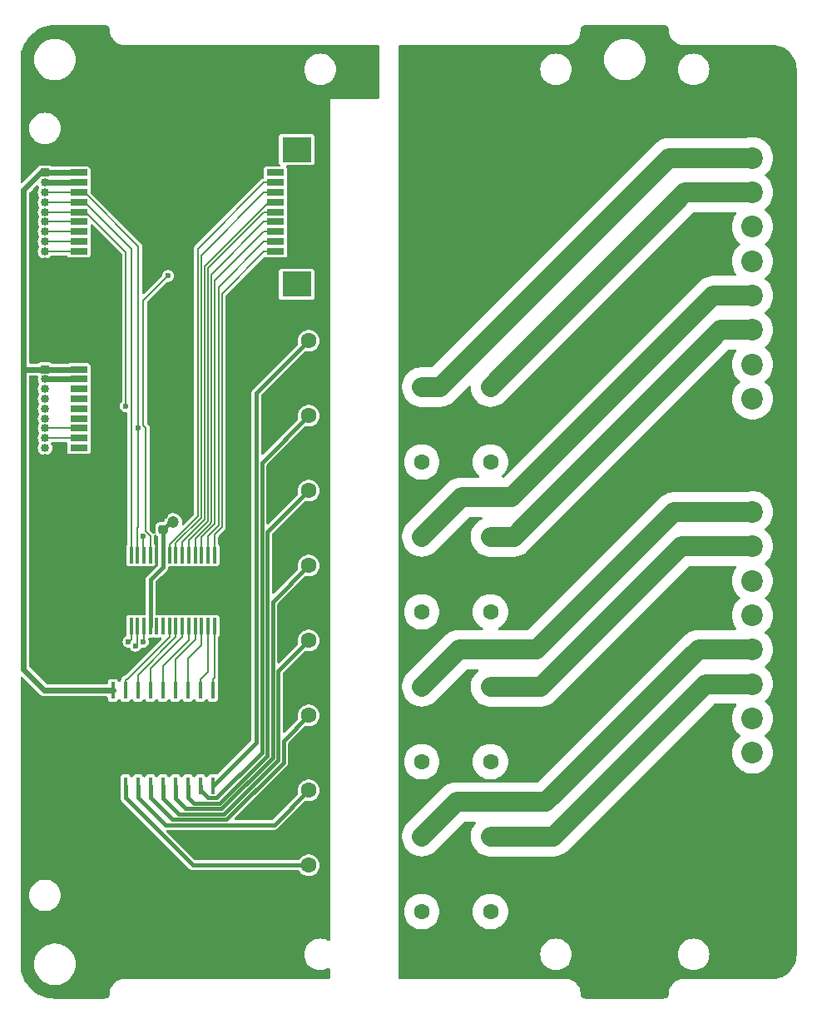
<source format=gbr>
%TF.GenerationSoftware,KiCad,Pcbnew,8.0.7-8.0.7-0~ubuntu24.04.1*%
%TF.CreationDate,2025-02-06T10:53:55+03:00*%
%TF.ProjectId,PM-RQ8,504d2d52-5138-42e6-9b69-6361645f7063,rev?*%
%TF.SameCoordinates,Original*%
%TF.FileFunction,Copper,L1,Top*%
%TF.FilePolarity,Positive*%
%FSLAX46Y46*%
G04 Gerber Fmt 4.6, Leading zero omitted, Abs format (unit mm)*
G04 Created by KiCad (PCBNEW 8.0.7-8.0.7-0~ubuntu24.04.1) date 2025-02-06 10:53:55*
%MOMM*%
%LPD*%
G01*
G04 APERTURE LIST*
G04 Aperture macros list*
%AMRoundRect*
0 Rectangle with rounded corners*
0 $1 Rounding radius*
0 $2 $3 $4 $5 $6 $7 $8 $9 X,Y pos of 4 corners*
0 Add a 4 corners polygon primitive as box body*
4,1,4,$2,$3,$4,$5,$6,$7,$8,$9,$2,$3,0*
0 Add four circle primitives for the rounded corners*
1,1,$1+$1,$2,$3*
1,1,$1+$1,$4,$5*
1,1,$1+$1,$6,$7*
1,1,$1+$1,$8,$9*
0 Add four rect primitives between the rounded corners*
20,1,$1+$1,$2,$3,$4,$5,0*
20,1,$1+$1,$4,$5,$6,$7,0*
20,1,$1+$1,$6,$7,$8,$9,0*
20,1,$1+$1,$8,$9,$2,$3,0*%
G04 Aperture macros list end*
%TA.AperFunction,ComponentPad*%
%ADD10R,0.850000X0.850000*%
%TD*%
%TA.AperFunction,ComponentPad*%
%ADD11O,0.850000X0.850000*%
%TD*%
%TA.AperFunction,SMDPad,CuDef*%
%ADD12R,1.803400X0.635000*%
%TD*%
%TA.AperFunction,SMDPad,CuDef*%
%ADD13R,2.997200X2.590800*%
%TD*%
%TA.AperFunction,ComponentPad*%
%ADD14C,1.608000*%
%TD*%
%TA.AperFunction,SMDPad,CuDef*%
%ADD15R,0.450800X1.716000*%
%TD*%
%TA.AperFunction,ComponentPad*%
%ADD16C,2.200000*%
%TD*%
%TA.AperFunction,SMDPad,CuDef*%
%ADD17RoundRect,0.225000X0.250000X-0.225000X0.250000X0.225000X-0.250000X0.225000X-0.250000X-0.225000X0*%
%TD*%
%TA.AperFunction,ComponentPad*%
%ADD18O,6.350000X6.350000*%
%TD*%
%TA.AperFunction,SMDPad,CuDef*%
%ADD19R,0.431800X1.655601*%
%TD*%
%TA.AperFunction,SMDPad,CuDef*%
%ADD20RoundRect,0.250000X0.537500X1.450000X-0.537500X1.450000X-0.537500X-1.450000X0.537500X-1.450000X0*%
%TD*%
%TA.AperFunction,ViaPad*%
%ADD21C,0.600000*%
%TD*%
%TA.AperFunction,ViaPad*%
%ADD22C,1.000000*%
%TD*%
%TA.AperFunction,ViaPad*%
%ADD23C,1.200000*%
%TD*%
%TA.AperFunction,Conductor*%
%ADD24C,0.400000*%
%TD*%
%TA.AperFunction,Conductor*%
%ADD25C,0.200000*%
%TD*%
%TA.AperFunction,Conductor*%
%ADD26C,0.600000*%
%TD*%
%TA.AperFunction,Conductor*%
%ADD27C,2.000000*%
%TD*%
G04 APERTURE END LIST*
D10*
%TO.P,J20,1,Pin_1*%
%TO.N,+5V*%
X-37000000Y14500000D03*
D11*
%TO.P,J20,2,Pin_2*%
%TO.N,+3.3V*%
X-37000000Y13500000D03*
%TO.P,J20,3,Pin_3*%
%TO.N,unconnected-(J20-Pin_3-Pad3)*%
X-37000000Y12500000D03*
%TO.P,J20,4,Pin_4*%
%TO.N,unconnected-(J20-Pin_4-Pad4)*%
X-37000000Y11500000D03*
%TO.P,J20,5,Pin_5*%
%TO.N,unconnected-(J20-Pin_5-Pad5)*%
X-37000000Y10500000D03*
%TO.P,J20,6,Pin_6*%
%TO.N,unconnected-(J20-Pin_6-Pad6)*%
X-37000000Y9500000D03*
%TO.P,J20,7,Pin_7*%
%TO.N,/MOSI*%
X-37000000Y8500000D03*
%TO.P,J20,8,Pin_8*%
%TO.N,/SCK*%
X-37000000Y7500000D03*
%TO.P,J20,9,Pin_9*%
%TO.N,unconnected-(J20-Pin_9-Pad9)*%
X-37000000Y6500000D03*
%TO.P,J20,10,Pin_10*%
%TO.N,GND*%
X-37000000Y5500000D03*
%TD*%
D12*
%TO.P,J18,1,Pin_1*%
%TO.N,GND*%
X-33556000Y5500009D03*
%TO.P,J18,2,Pin_2*%
%TO.N,unconnected-(J18-Pin_2-Pad2)*%
X-33556000Y6500007D03*
%TO.P,J18,3,Pin_3*%
%TO.N,/SCK*%
X-33556000Y7500005D03*
%TO.P,J18,4,Pin_4*%
%TO.N,/MOSI*%
X-33556000Y8500003D03*
%TO.P,J18,5,Pin_5*%
%TO.N,unconnected-(J18-Pin_5-Pad5)*%
X-33556000Y9500001D03*
%TO.P,J18,6,Pin_6*%
%TO.N,unconnected-(J18-Pin_6-Pad6)*%
X-33556000Y10499999D03*
%TO.P,J18,7,Pin_7*%
%TO.N,unconnected-(J18-Pin_7-Pad7)*%
X-33556000Y11499997D03*
%TO.P,J18,8,Pin_8*%
%TO.N,unconnected-(J18-Pin_8-Pad8)*%
X-33556000Y12499995D03*
%TO.P,J18,9,Pin_9*%
%TO.N,+3.3V*%
X-33556000Y13499993D03*
%TO.P,J18,10,Pin_10*%
%TO.N,+5V*%
X-33556000Y14499991D03*
D13*
%TO.P,J18,11,Pin_11*%
%TO.N,GND*%
X-31385999Y3149998D03*
X-31385999Y16850002D03*
%TD*%
D12*
%TO.P,J6,1,Pin_1*%
%TO.N,GND*%
X-13556000Y25500009D03*
%TO.P,J6,2,Pin_2*%
%TO.N,/K8_led*%
X-13556000Y26500007D03*
%TO.P,J6,3,Pin_3*%
%TO.N,/K7_led*%
X-13556000Y27500005D03*
%TO.P,J6,4,Pin_4*%
%TO.N,/K6_led*%
X-13556000Y28500003D03*
%TO.P,J6,5,Pin_5*%
%TO.N,/K5_led*%
X-13556000Y29500001D03*
%TO.P,J6,6,Pin_6*%
%TO.N,/K4_led*%
X-13556000Y30499999D03*
%TO.P,J6,7,Pin_7*%
%TO.N,/K3_led*%
X-13556000Y31499997D03*
%TO.P,J6,8,Pin_8*%
%TO.N,/K2_led*%
X-13556000Y32499995D03*
%TO.P,J6,9,Pin_9*%
%TO.N,/K1_led*%
X-13556000Y33499993D03*
%TO.P,J6,10,Pin_10*%
%TO.N,unconnected-(J6-Pin_10-Pad10)*%
X-13556000Y34499991D03*
D13*
%TO.P,J6,11*%
%TO.N,N/C*%
X-11385999Y23149998D03*
X-11385999Y36850002D03*
%TD*%
D14*
%TO.P,K4,1,1*%
%TO.N,GND*%
X-10160000Y-10160000D03*
%TO.P,K4,2,2*%
%TO.N,Net-(J7-Pin_2)*%
X1340000Y-10160000D03*
%TO.P,K4,3,3*%
%TO.N,Net-(J7-Pin_1)*%
X8340000Y-10160000D03*
%TO.P,K4,4,4*%
%TO.N,/K4*%
X-10160000Y-5460000D03*
%TD*%
D15*
%TO.P,U2,1,I1*%
%TO.N,/K1_exp*%
X-19920000Y-18149202D03*
%TO.P,U2,2,I2*%
%TO.N,/K2_exp*%
X-21190000Y-18149202D03*
%TO.P,U2,3,I3*%
%TO.N,/K3_exp*%
X-22460000Y-18149202D03*
%TO.P,U2,4,I4*%
%TO.N,/K4_exp*%
X-23730000Y-18149202D03*
%TO.P,U2,5,I5*%
%TO.N,/K5_exp*%
X-25000000Y-18149202D03*
%TO.P,U2,6,I6*%
%TO.N,/K6_exp*%
X-26270000Y-18149202D03*
%TO.P,U2,7,I7*%
%TO.N,/K7_exp*%
X-27540000Y-18149202D03*
%TO.P,U2,8,I8*%
%TO.N,/K8_exp*%
X-28810000Y-18149202D03*
%TO.P,U2,9,VCC*%
%TO.N,+5V*%
X-30080000Y-18149202D03*
%TO.P,U2,10,GND*%
%TO.N,GND*%
X-30080000Y-27850798D03*
%TO.P,U2,11,O8*%
%TO.N,/K8*%
X-28810000Y-27850798D03*
%TO.P,U2,12,O7*%
%TO.N,/K7*%
X-27540000Y-27850798D03*
%TO.P,U2,13,O6*%
%TO.N,/K6*%
X-26270000Y-27850798D03*
%TO.P,U2,14,O5*%
%TO.N,/K5*%
X-25000000Y-27850798D03*
%TO.P,U2,15,O4*%
%TO.N,/K4*%
X-23730000Y-27850798D03*
%TO.P,U2,16,O3*%
%TO.N,/K3*%
X-22460000Y-27850798D03*
%TO.P,U2,17,O2*%
%TO.N,/K2*%
X-21190000Y-27850798D03*
%TO.P,U2,18,O1*%
%TO.N,/K1*%
X-19920000Y-27850798D03*
%TD*%
D14*
%TO.P,K5,1,1*%
%TO.N,GND*%
X-10160000Y-17780000D03*
%TO.P,K5,2,2*%
%TO.N,Net-(J8-Pin_8)*%
X1340000Y-17780000D03*
%TO.P,K5,3,3*%
%TO.N,Net-(J8-Pin_7)*%
X8340000Y-17780000D03*
%TO.P,K5,4,4*%
%TO.N,/K5*%
X-10160000Y-13080000D03*
%TD*%
D10*
%TO.P,J1,1,Pin_1*%
%TO.N,+5V*%
X-37000000Y34500000D03*
D11*
%TO.P,J1,2,Pin_2*%
%TO.N,+3.3V*%
X-37000000Y33500000D03*
%TO.P,J1,3,Pin_3*%
%TO.N,/MOSI*%
X-37000000Y32500000D03*
%TO.P,J1,4,Pin_4*%
%TO.N,/MISO*%
X-37000000Y31500000D03*
%TO.P,J1,5,Pin_5*%
%TO.N,/SCK*%
X-37000000Y30500000D03*
%TO.P,J1,6,Pin_6*%
%TO.N,/CS0*%
X-37000000Y29500000D03*
%TO.P,J1,7,Pin_7*%
%TO.N,/CS1*%
X-37000000Y28500000D03*
%TO.P,J1,8,Pin_8*%
%TO.N,/CS2*%
X-37000000Y27500000D03*
%TO.P,J1,9,Pin_9*%
%TO.N,/CS3*%
X-37000000Y26500000D03*
%TO.P,J1,10,Pin_10*%
%TO.N,GND*%
X-37000000Y25500000D03*
%TD*%
D14*
%TO.P,K6,1,1*%
%TO.N,GND*%
X-10160000Y-25400000D03*
%TO.P,K6,2,2*%
%TO.N,Net-(J8-Pin_6)*%
X1340000Y-25400000D03*
%TO.P,K6,3,3*%
%TO.N,Net-(J8-Pin_5)*%
X8340000Y-25400000D03*
%TO.P,K6,4,4*%
%TO.N,/K6*%
X-10160000Y-20700000D03*
%TD*%
%TO.P,K8,1,1*%
%TO.N,GND*%
X-10160000Y-40640000D03*
%TO.P,K8,2,2*%
%TO.N,Net-(J8-Pin_2)*%
X1340000Y-40640000D03*
%TO.P,K8,3,3*%
%TO.N,Net-(J8-Pin_1)*%
X8340000Y-40640000D03*
%TO.P,K8,4,4*%
%TO.N,/K8*%
X-10160000Y-35940000D03*
%TD*%
%TO.P,K1,1,1*%
%TO.N,GND*%
X-10160000Y12700000D03*
%TO.P,K1,2,2*%
%TO.N,Net-(J7-Pin_8)*%
X1340000Y12700000D03*
%TO.P,K1,3,3*%
%TO.N,Net-(J7-Pin_7)*%
X8340000Y12700000D03*
%TO.P,K1,4,4*%
%TO.N,/K1*%
X-10160000Y17400000D03*
%TD*%
D16*
%TO.P,J8,1,Pin_1*%
%TO.N,Net-(J8-Pin_1)*%
X35000000Y-24500000D03*
%TO.P,J8,2,Pin_2*%
%TO.N,Net-(J8-Pin_2)*%
X35000000Y-21000000D03*
%TO.P,J8,3,Pin_3*%
%TO.N,Net-(J8-Pin_3)*%
X35000000Y-17500000D03*
%TO.P,J8,4,Pin_4*%
%TO.N,Net-(J8-Pin_4)*%
X35000000Y-14000000D03*
%TO.P,J8,5,Pin_5*%
%TO.N,Net-(J8-Pin_5)*%
X35000000Y-10500000D03*
%TO.P,J8,6,Pin_6*%
%TO.N,Net-(J8-Pin_6)*%
X35000000Y-7000000D03*
%TO.P,J8,7,Pin_7*%
%TO.N,Net-(J8-Pin_7)*%
X35000000Y-3500000D03*
%TO.P,J8,8,Pin_8*%
%TO.N,Net-(J8-Pin_8)*%
X35000000Y0D03*
%TO.P,J8,9,Pin_9*%
%TO.N,PE*%
X35000000Y3500000D03*
%TO.P,J8,10,Pin_10*%
X35000000Y7000000D03*
%TD*%
D14*
%TO.P,K7,1,1*%
%TO.N,GND*%
X-10160000Y-33020000D03*
%TO.P,K7,2,2*%
%TO.N,Net-(J8-Pin_4)*%
X1340000Y-33020000D03*
%TO.P,K7,3,3*%
%TO.N,Net-(J8-Pin_3)*%
X8340000Y-33020000D03*
%TO.P,K7,4,4*%
%TO.N,/K7*%
X-10160000Y-28320000D03*
%TD*%
D17*
%TO.P,C2,1*%
%TO.N,+3.3V*%
X-25000000Y-1775000D03*
%TO.P,C2,2*%
%TO.N,GND*%
X-25000000Y-225000D03*
%TD*%
D18*
%TO.P,PE1,1*%
%TO.N,PE*%
X22000000Y-46000000D03*
%TD*%
D14*
%TO.P,K3,1,1*%
%TO.N,GND*%
X-10160000Y-2540000D03*
%TO.P,K3,2,2*%
%TO.N,Net-(J7-Pin_4)*%
X1340000Y-2540000D03*
%TO.P,K3,3,3*%
%TO.N,Net-(J7-Pin_3)*%
X8340000Y-2540000D03*
%TO.P,K3,4,4*%
%TO.N,/K3*%
X-10160000Y2160000D03*
%TD*%
D19*
%TO.P,U1,1,GPB0*%
%TO.N,/K8_led*%
X-19775000Y-4372199D03*
%TO.P,U1,2,GPB1*%
%TO.N,/K7_led*%
X-20425001Y-4372199D03*
%TO.P,U1,3,GPB2*%
%TO.N,/K6_led*%
X-21075000Y-4372199D03*
%TO.P,U1,4,GPB3*%
%TO.N,/K5_led*%
X-21725001Y-4372199D03*
%TO.P,U1,5,GPB4*%
%TO.N,/K4_led*%
X-22374999Y-4372199D03*
%TO.P,U1,6,GPB5*%
%TO.N,/K3_led*%
X-23025001Y-4372199D03*
%TO.P,U1,7,GPB6*%
%TO.N,/K2_led*%
X-23674999Y-4372199D03*
%TO.P,U1,8,GPB7*%
%TO.N,/K1_led*%
X-24324998Y-4372199D03*
%TO.P,U1,9,VDD*%
%TO.N,+3.3V*%
X-24974999Y-4372199D03*
%TO.P,U1,10,VSS*%
%TO.N,GND*%
X-25624998Y-4372199D03*
%TO.P,U1,11,~{CS}*%
%TO.N,/CS*%
X-26274999Y-4372199D03*
%TO.P,U1,12,SCK*%
%TO.N,/SCK*%
X-26924998Y-4372199D03*
%TO.P,U1,13,SI*%
%TO.N,/MOSI*%
X-27574999Y-4372199D03*
%TO.P,U1,14,SO*%
%TO.N,/MISO*%
X-28224998Y-4372199D03*
%TO.P,U1,15,A0*%
%TO.N,/A0*%
X-28225000Y-11627801D03*
%TO.P,U1,16,A1*%
%TO.N,/A1*%
X-27574999Y-11627801D03*
%TO.P,U1,17,A2*%
%TO.N,/A2*%
X-26925000Y-11627801D03*
%TO.P,U1,18,~{RESET}*%
%TO.N,+3.3V*%
X-26274999Y-11627801D03*
%TO.P,U1,19,INTB*%
%TO.N,unconnected-(U1-INTB-Pad19)*%
X-25625001Y-11627801D03*
%TO.P,U1,20,INTA*%
%TO.N,unconnected-(U1-INTA-Pad20)*%
X-24974999Y-11627801D03*
%TO.P,U1,21,GPA0*%
%TO.N,/K8_exp*%
X-24325001Y-11627801D03*
%TO.P,U1,22,GPA1*%
%TO.N,/K7_exp*%
X-23674999Y-11627801D03*
%TO.P,U1,23,GPA2*%
%TO.N,/K6_exp*%
X-23025001Y-11627801D03*
%TO.P,U1,24,GPA3*%
%TO.N,/K5_exp*%
X-22374999Y-11627801D03*
%TO.P,U1,25,GPA4*%
%TO.N,/K4_exp*%
X-21725001Y-11627801D03*
%TO.P,U1,26,GPA5*%
%TO.N,/K3_exp*%
X-21075000Y-11627801D03*
%TO.P,U1,27,GPA6*%
%TO.N,/K2_exp*%
X-20425001Y-11627801D03*
%TO.P,U1,28,GPA7*%
%TO.N,/K1_exp*%
X-19775000Y-11627801D03*
%TD*%
D14*
%TO.P,K2,1,1*%
%TO.N,GND*%
X-10160000Y5080000D03*
%TO.P,K2,2,2*%
%TO.N,Net-(J7-Pin_6)*%
X1340000Y5080000D03*
%TO.P,K2,3,3*%
%TO.N,Net-(J7-Pin_5)*%
X8340000Y5080000D03*
%TO.P,K2,4,4*%
%TO.N,/K2*%
X-10160000Y9780000D03*
%TD*%
D20*
%TO.P,C1,1*%
%TO.N,PE*%
X137500Y45000000D03*
%TO.P,C1,2*%
%TO.N,GND*%
X-4137500Y45000000D03*
%TD*%
D16*
%TO.P,J7,1,Pin_1*%
%TO.N,Net-(J7-Pin_1)*%
X35000000Y11500000D03*
%TO.P,J7,2,Pin_2*%
%TO.N,Net-(J7-Pin_2)*%
X35000000Y15000000D03*
%TO.P,J7,3,Pin_3*%
%TO.N,Net-(J7-Pin_3)*%
X35000000Y18500000D03*
%TO.P,J7,4,Pin_4*%
%TO.N,Net-(J7-Pin_4)*%
X35000000Y22000000D03*
%TO.P,J7,5,Pin_5*%
%TO.N,Net-(J7-Pin_5)*%
X35000000Y25500000D03*
%TO.P,J7,6,Pin_6*%
%TO.N,Net-(J7-Pin_6)*%
X35000000Y29000000D03*
%TO.P,J7,7,Pin_7*%
%TO.N,Net-(J7-Pin_7)*%
X35000000Y32500000D03*
%TO.P,J7,8,Pin_8*%
%TO.N,Net-(J7-Pin_8)*%
X35000000Y36000000D03*
%TO.P,J7,9,Pin_9*%
%TO.N,PE*%
X35000000Y39500000D03*
%TO.P,J7,10,Pin_10*%
X35000000Y43000000D03*
%TD*%
D12*
%TO.P,J3,1,Pin_1*%
%TO.N,GND*%
X-33556000Y25500009D03*
%TO.P,J3,2,Pin_2*%
%TO.N,/CS3*%
X-33556000Y26500007D03*
%TO.P,J3,3,Pin_3*%
%TO.N,/CS2*%
X-33556000Y27500005D03*
%TO.P,J3,4,Pin_4*%
%TO.N,/CS1*%
X-33556000Y28500003D03*
%TO.P,J3,5,Pin_5*%
%TO.N,/CS0*%
X-33556000Y29500001D03*
%TO.P,J3,6,Pin_6*%
%TO.N,/SCK*%
X-33556000Y30499999D03*
%TO.P,J3,7,Pin_7*%
%TO.N,/MISO*%
X-33556000Y31499997D03*
%TO.P,J3,8,Pin_8*%
%TO.N,/MOSI*%
X-33556000Y32499995D03*
%TO.P,J3,9,Pin_9*%
%TO.N,+3.3V*%
X-33556000Y33499993D03*
%TO.P,J3,10,Pin_10*%
%TO.N,+5V*%
X-33556000Y34499991D03*
D13*
%TO.P,J3,11,Pin_11*%
%TO.N,GND*%
X-31385999Y23149998D03*
X-31385999Y36850002D03*
%TD*%
D21*
%TO.N,/CS*%
X-24500000Y24000000D03*
%TO.N,GND*%
X-22555000Y-9250000D03*
D22*
X-32000000Y40000000D03*
X-29000000Y40000000D03*
D23*
%TO.N,+3.3V*%
X-23964866Y-1029918D03*
D21*
%TO.N,/MOSI*%
X-27500000Y8500000D03*
%TO.N,/A2*%
X-27024999Y-13200000D03*
%TO.N,/A1*%
X-27800000Y-13600000D03*
%TO.N,/A0*%
X-28500000Y-13200000D03*
%TO.N,/SCK*%
X-28774998Y10750000D03*
X-27000000Y-2500000D03*
%TD*%
D24*
%TO.N,/K2*%
X-21190000Y-27850800D02*
X-21190000Y-28310000D01*
X-21190000Y-28310000D02*
X-20420500Y-29079500D01*
X-19547700Y-29079500D02*
X-14950000Y-24481800D01*
X-20420500Y-29079500D02*
X-19547700Y-29079500D01*
X-14950000Y-24481800D02*
X-14950000Y4990000D01*
X-14950000Y4990000D02*
X-10160000Y9780000D01*
%TO.N,/K1*%
X-19920000Y-27850800D02*
X-19920000Y-27850798D01*
X-19920000Y-27850798D02*
X-15500000Y-23430798D01*
X-15500000Y-23430798D02*
X-15500000Y12060000D01*
X-15500000Y12060000D02*
X-10160000Y17400000D01*
%TO.N,/K7*%
X-27540000Y-27850800D02*
X-27540000Y-29060500D01*
X-27540000Y-29060500D02*
X-24771000Y-31829500D01*
X-24771000Y-31829500D02*
X-13669500Y-31829500D01*
X-13669500Y-31829500D02*
X-10160000Y-28320000D01*
%TO.N,/K6*%
X-10160000Y-20700000D02*
X-12750000Y-23290000D01*
X-12750000Y-25467154D02*
X-18562346Y-31279500D01*
X-12750000Y-23290000D02*
X-12750000Y-25467154D01*
X-18562346Y-31279500D02*
X-24051000Y-31279500D01*
X-24051000Y-31279500D02*
X-26270000Y-29060500D01*
X-26270000Y-29060500D02*
X-26270000Y-27850800D01*
%TO.N,/K5*%
X-25000000Y-27850798D02*
X-25000000Y-29108798D01*
X-13300000Y-16220000D02*
X-10160000Y-13080000D01*
X-25000000Y-29108798D02*
X-23379298Y-30729500D01*
X-23379298Y-30729500D02*
X-18790164Y-30729500D01*
X-18790164Y-30729500D02*
X-13300000Y-25239336D01*
X-13300000Y-25239336D02*
X-13300000Y-16220000D01*
%TO.N,/K4*%
X-23730000Y-27850798D02*
X-23730000Y-29108798D01*
X-23730000Y-29108798D02*
X-22659298Y-30179500D01*
X-22659298Y-30179500D02*
X-19017982Y-30179500D01*
X-19017982Y-30179500D02*
X-13850000Y-25011518D01*
X-13850000Y-25011518D02*
X-13850000Y-9150000D01*
X-13850000Y-9150000D02*
X-10160000Y-5460000D01*
%TO.N,/K3*%
X-22460000Y-27850800D02*
X-22460000Y-29060500D01*
X-22460000Y-29060500D02*
X-21891000Y-29629500D01*
X-21891000Y-29629500D02*
X-19245800Y-29629500D01*
X-19245800Y-29629500D02*
X-14400000Y-24783700D01*
X-14400000Y-24783700D02*
X-14400000Y-2080000D01*
X-14400000Y-2080000D02*
X-10160000Y2160000D01*
D25*
%TO.N,/CS*%
X-27000000Y8777818D02*
X-26750000Y8527818D01*
X-26750000Y8527818D02*
X-26750000Y-1972182D01*
X-26750000Y-1972182D02*
X-26274999Y-2447183D01*
X-26274999Y-2447183D02*
X-26274999Y-4372199D01*
%TO.N,/SCK*%
X-28774998Y10750000D02*
X-28774998Y26438199D01*
X-28774998Y26438199D02*
X-32836798Y30499999D01*
X-32836798Y30499999D02*
X-33556000Y30499999D01*
%TO.N,/CS*%
X-24500000Y24000000D02*
X-27000000Y21500000D01*
X-27000000Y21500000D02*
X-27000000Y8777818D01*
%TO.N,/K8_led*%
X-13556000Y26500000D02*
X-14709400Y26500000D01*
X-19775000Y-2296724D02*
X-19775000Y-4372200D01*
X-14709400Y26500000D02*
X-19000000Y22209400D01*
X-19000000Y22209400D02*
X-19000000Y-1521724D01*
X-19000000Y-1521724D02*
X-19775000Y-2296724D01*
%TO.N,/K7_led*%
X-13556000Y27500000D02*
X-14709400Y27500000D01*
X-14709400Y27500000D02*
X-19350000Y22859400D01*
X-19350000Y22859400D02*
X-19350000Y-1376750D01*
X-19350000Y-1376750D02*
X-20425000Y-2451750D01*
X-20425000Y-2451750D02*
X-20425000Y-4372200D01*
%TO.N,/K6_led*%
X-21075000Y-4372200D02*
X-21075000Y-2564948D01*
X-21075000Y-2564948D02*
X-19700000Y-1189948D01*
X-19700000Y-1189948D02*
X-19700000Y23509400D01*
X-19700000Y23509400D02*
X-14709400Y28500000D01*
X-14709400Y28500000D02*
X-13556000Y28500000D01*
%TO.N,/K5_led*%
X-21725000Y-4372200D02*
X-21725000Y-2719974D01*
X-21725000Y-2719974D02*
X-20255026Y-1250000D01*
X-20255026Y-1250000D02*
X-20255025Y-1250000D01*
X-20255025Y-1250000D02*
X-20050000Y-1044975D01*
X-20050000Y-1044975D02*
X-20050000Y24159400D01*
X-14709400Y29500000D02*
X-13556000Y29500000D01*
X-20050000Y24159400D02*
X-14709400Y29500000D01*
%TO.N,/K4_led*%
X-22375000Y-4372200D02*
X-22375000Y-2875000D01*
X-22375000Y-2875000D02*
X-20400000Y-900000D01*
X-20400000Y-900000D02*
X-20400000Y24809400D01*
X-20400000Y24809400D02*
X-14709400Y30500000D01*
X-14709400Y30500000D02*
X-13556000Y30500000D01*
%TO.N,/K3_led*%
X-23025001Y-4372199D02*
X-23025001Y-3025001D01*
X-23025001Y-3025001D02*
X-20750000Y-750000D01*
X-20750000Y24954374D02*
X-14204377Y31499997D01*
X-20750000Y-750000D02*
X-20750000Y24954374D01*
X-14204377Y31499997D02*
X-13556000Y31499997D01*
%TO.N,/K1_led*%
X-24325000Y-4372200D02*
X-24325000Y-3330026D01*
X-24325000Y-3330026D02*
X-21450000Y-455026D01*
X-21450000Y-455026D02*
X-21450000Y26759400D01*
X-21450000Y26759400D02*
X-14709400Y33500000D01*
X-14709400Y33500000D02*
X-13556000Y33500000D01*
%TO.N,/K2_led*%
X-23675000Y-4372200D02*
X-23675000Y-3175000D01*
X-23675000Y-3175000D02*
X-21100000Y-600000D01*
X-21100000Y-600000D02*
X-21100000Y26109400D01*
X-21100000Y26109400D02*
X-14709400Y32500000D01*
X-14709400Y32500000D02*
X-13556000Y32500000D01*
D26*
%TO.N,+5V*%
X-37000000Y14500000D02*
X-33556000Y14500000D01*
X-37050800Y-18149000D02*
X-30080200Y-18149000D01*
X-39200000Y-16000000D02*
X-37050800Y-18149000D01*
X-30080200Y-18149000D02*
X-30080000Y-18149000D01*
D24*
X-30080200Y-18149000D02*
X-30080000Y-18149200D01*
D25*
%TO.N,/MOSI*%
X-27575000Y-4372000D02*
X-27575000Y-4372200D01*
%TO.N,/SCK*%
X-26925000Y-4372000D02*
X-26925000Y-4372200D01*
%TO.N,/A2*%
X-26925000Y-11628000D02*
X-26925000Y-11627800D01*
%TO.N,/A1*%
X-27575000Y-11628000D02*
X-27575000Y-11627800D01*
%TO.N,/A0*%
X-28225000Y-11628000D02*
X-28225000Y-11627800D01*
%TO.N,/CS*%
X-26275000Y-4372000D02*
X-26275000Y-4372200D01*
%TO.N,/K5_exp*%
X-25000000Y-15667400D02*
X-25000000Y-18149200D01*
X-22375000Y-13042400D02*
X-25000000Y-15667400D01*
X-22375000Y-11627800D02*
X-22375000Y-13042400D01*
%TO.N,/K3_exp*%
X-22460000Y-14945300D02*
X-22460000Y-18149200D01*
X-21075000Y-13560300D02*
X-22460000Y-14945300D01*
X-21075000Y-11627800D02*
X-21075000Y-13560300D01*
%TO.N,/K2_exp*%
X-20425000Y-16274500D02*
X-21190000Y-17039500D01*
X-20425000Y-11627800D02*
X-20425000Y-16274500D01*
X-21190000Y-18149200D02*
X-21190000Y-17039500D01*
%TO.N,/K6_exp*%
X-26270000Y-15952300D02*
X-26270000Y-18149200D01*
X-23025000Y-12707300D02*
X-26270000Y-15952300D01*
X-23025000Y-11627800D02*
X-23025000Y-12707300D01*
%TO.N,/K1_exp*%
X-19775000Y-16894500D02*
X-19920000Y-17039500D01*
X-19775000Y-11627800D02*
X-19775000Y-16894500D01*
X-19920000Y-18149200D02*
X-19920000Y-17039500D01*
%TO.N,/K7_exp*%
X-27540000Y-16572300D02*
X-27540000Y-18149200D01*
X-23675000Y-12707300D02*
X-27540000Y-16572300D01*
X-23675000Y-11627800D02*
X-23675000Y-12707300D01*
%TO.N,/K4_exp*%
X-21725000Y-12989000D02*
X-21725000Y-11627800D01*
X-23730000Y-14994000D02*
X-21725000Y-12989000D01*
X-23730000Y-18149200D02*
X-23730000Y-14994000D01*
%TO.N,/K8_exp*%
X-28657200Y-17039500D02*
X-28810000Y-17039500D01*
X-24325000Y-12707300D02*
X-28657200Y-17039500D01*
X-24325000Y-11627800D02*
X-24325000Y-12707300D01*
X-28810000Y-18149200D02*
X-28810000Y-17039500D01*
%TO.N,/MISO*%
X-28225000Y-4372000D02*
X-28225000Y-4372200D01*
D24*
%TO.N,/K8*%
X-21930500Y-35940000D02*
X-10160000Y-35940000D01*
X-28810000Y-29060500D02*
X-21930500Y-35940000D01*
X-28810000Y-27850800D02*
X-28810000Y-29060500D01*
D25*
%TO.N,/MOSI*%
X-33556000Y8500003D02*
X-36999997Y8500003D01*
X-36999997Y8500003D02*
X-37000000Y8500000D01*
D26*
%TO.N,+3.3V*%
X-36999993Y13499993D02*
X-33556000Y13499993D01*
D25*
%TO.N,/MISO*%
X-33556000Y31499997D02*
X-32971800Y31499997D01*
X-32971800Y31499997D02*
X-28224998Y26753195D01*
X-28224998Y26753195D02*
X-28224998Y-4372199D01*
D24*
%TO.N,+3.3V*%
X-24974999Y-4372199D02*
X-24974999Y-5599999D01*
X-24974999Y-5599999D02*
X-26274999Y-6899999D01*
X-26274999Y-6899999D02*
X-26274999Y-11627801D01*
X-25000000Y-1775000D02*
X-25000000Y-4347198D01*
X-25000000Y-4347198D02*
X-24974999Y-4372199D01*
X-23964866Y-1029918D02*
X-24254918Y-1029918D01*
X-24254918Y-1029918D02*
X-25000000Y-1775000D01*
D25*
%TO.N,/CS3*%
X-37000000Y26500000D02*
X-33556007Y26500000D01*
X-33556007Y26500000D02*
X-33556000Y26500007D01*
%TO.N,/CS2*%
X-37000000Y27500000D02*
X-36999995Y27500005D01*
X-36999995Y27500005D02*
X-33556000Y27500005D01*
%TO.N,/CS1*%
X-37000000Y28500000D02*
X-36500000Y28500000D01*
X-36500000Y28500000D02*
X-36499997Y28500003D01*
X-36499997Y28500003D02*
X-33556000Y28500003D01*
%TO.N,/CS0*%
X-36999999Y29500001D02*
X-33556000Y29500001D01*
%TO.N,/MISO*%
X-37000000Y31500000D02*
X-33556003Y31500000D01*
X-33556003Y31500000D02*
X-33556000Y31499997D01*
%TO.N,/MOSI*%
X-37000000Y32500000D02*
X-36500000Y32500000D01*
X-36500000Y32500000D02*
X-36499995Y32499995D01*
X-36499995Y32499995D02*
X-33556000Y32499995D01*
D26*
%TO.N,+5V*%
X-37000000Y34500000D02*
X-33556009Y34500000D01*
X-33556009Y34500000D02*
X-33556000Y34499991D01*
%TO.N,+3.3V*%
X-37000000Y33500000D02*
X-33556007Y33500000D01*
X-33556007Y33500000D02*
X-33556000Y33499993D01*
D25*
%TO.N,/A0*%
X-28500000Y-13200000D02*
X-28225000Y-12925000D01*
X-28225000Y-12925000D02*
X-28225000Y-11627801D01*
%TO.N,/A2*%
X-27024999Y-13200000D02*
X-26925000Y-13100001D01*
X-26925000Y-13100001D02*
X-26925000Y-11627801D01*
%TO.N,/A1*%
X-27800000Y-13600000D02*
X-27574999Y-13374999D01*
X-27574999Y-13374999D02*
X-27574999Y-11627801D01*
D26*
%TO.N,+3.3V*%
X-36999993Y13499993D02*
X-37000000Y13500000D01*
%TO.N,+5V*%
X-39200000Y14500000D02*
X-39200000Y13000000D01*
X-39200000Y32739518D02*
X-39200000Y14500000D01*
X-39200000Y14500000D02*
X-37000000Y14500000D01*
X-39200000Y13000000D02*
X-39200000Y-16000000D01*
%TO.N,GND*%
X-30385999Y23149998D02*
X-30385999Y23330008D01*
%TO.N,+5V*%
X-37439518Y34500000D02*
X-39200000Y32739518D01*
X-37000000Y34500000D02*
X-37439518Y34500000D01*
%TO.N,+3.3V*%
X-36999993Y33499993D02*
X-37000000Y33500000D01*
D25*
%TO.N,/MISO*%
X-36999997Y31499997D02*
X-37000000Y31500000D01*
%TO.N,/CS0*%
X-36999999Y29500001D02*
X-37000000Y29500000D01*
D27*
%TO.N,Net-(J7-Pin_8)*%
X26500000Y36000000D02*
X35000000Y36000000D01*
X3200000Y12700000D02*
X26500000Y36000000D01*
X1340000Y12700000D02*
X3200000Y12700000D01*
%TO.N,Net-(J7-Pin_4)*%
X31000000Y22000000D02*
X35000000Y22000000D01*
X1340000Y-2540000D02*
X5380000Y1500000D01*
X10500000Y1500000D02*
X31000000Y22000000D01*
X5380000Y1500000D02*
X10500000Y1500000D01*
%TO.N,Net-(J7-Pin_7)*%
X8340000Y12700000D02*
X28140000Y32500000D01*
X28140000Y32500000D02*
X35000000Y32500000D01*
%TO.N,Net-(J7-Pin_3)*%
X31742640Y18500000D02*
X35000000Y18500000D01*
X8340000Y-2540000D02*
X10702640Y-2540000D01*
X10702640Y-2540000D02*
X31742640Y18500000D01*
%TO.N,Net-(J8-Pin_3)*%
X14722640Y-33020000D02*
X30242640Y-17500000D01*
X8340000Y-33020000D02*
X14722640Y-33020000D01*
X30242640Y-17500000D02*
X35000000Y-17500000D01*
%TO.N,Net-(J8-Pin_7)*%
X13462640Y-17780000D02*
X27742640Y-3500000D01*
X27742640Y-3500000D02*
X35000000Y-3500000D01*
X8340000Y-17780000D02*
X13462640Y-17780000D01*
%TO.N,Net-(J8-Pin_4)*%
X14000000Y-29500000D02*
X29500000Y-14000000D01*
X4860000Y-29500000D02*
X14000000Y-29500000D01*
X29500000Y-14000000D02*
X35000000Y-14000000D01*
X1340000Y-33020000D02*
X4860000Y-29500000D01*
%TO.N,Net-(J8-Pin_8)*%
X5120000Y-14000000D02*
X13000000Y-14000000D01*
X1340000Y-17780000D02*
X5120000Y-14000000D01*
X13000000Y-14000000D02*
X27000000Y0D01*
X27000000Y0D02*
X35000000Y0D01*
D25*
%TO.N,/MOSI*%
X-27500000Y8500000D02*
X-27500000Y-1572014D01*
X-27500000Y-1572014D02*
X-27574999Y-1647013D01*
X-27574999Y-1647013D02*
X-27574999Y-4372199D01*
X-33556000Y32499995D02*
X-32971800Y32499995D01*
X-32971800Y32499995D02*
X-27500000Y27028195D01*
X-27500000Y27028195D02*
X-27500000Y8500000D01*
%TO.N,/SCK*%
X-37000000Y30500000D02*
X-36500000Y30500000D01*
X-36500000Y30500000D02*
X-36499999Y30499999D01*
X-36499999Y30499999D02*
X-33556000Y30499999D01*
X-36999995Y7500005D02*
X-37000000Y7500000D01*
X-27000000Y-4297197D02*
X-26924998Y-4372199D01*
X-27000000Y-2500000D02*
X-27000000Y-4297197D01*
X-37000000Y7500000D02*
X-36500000Y7500000D01*
X-36499995Y7500005D02*
X-33556000Y7500005D01*
X-36500000Y7500000D02*
X-36499995Y7500005D01*
%TD*%
%TA.AperFunction,Conductor*%
%TO.N,GND*%
G36*
X-30893078Y49498720D02*
G01*
X-30802734Y49488541D01*
X-30775669Y49482364D01*
X-30696460Y49454648D01*
X-30671447Y49442602D01*
X-30600394Y49397957D01*
X-30578687Y49380645D01*
X-30519356Y49321314D01*
X-30502043Y49299605D01*
X-30457400Y49228556D01*
X-30445352Y49203538D01*
X-30417638Y49124334D01*
X-30411460Y49097265D01*
X-30401280Y49006924D01*
X-30400500Y48993039D01*
X-30400500Y48892683D01*
X-30369956Y48680236D01*
X-30369953Y48680226D01*
X-30309483Y48474285D01*
X-30220328Y48279062D01*
X-30220321Y48279049D01*
X-30185314Y48224577D01*
X-30105575Y48100500D01*
X-30104280Y48098486D01*
X-29963725Y47936276D01*
X-29839723Y47828828D01*
X-29801513Y47795719D01*
X-29689772Y47723908D01*
X-29620952Y47679680D01*
X-29620939Y47679673D01*
X-29425716Y47590518D01*
X-29425712Y47590517D01*
X-29425710Y47590516D01*
X-29219769Y47530046D01*
X-29219768Y47530046D01*
X-29219765Y47530045D01*
X-29156416Y47520938D01*
X-29007318Y47499500D01*
X-29007317Y47499500D01*
X-3124000Y47499500D01*
X-3056961Y47479815D01*
X-3011206Y47427011D01*
X-3000000Y47375500D01*
X-3000000Y42124000D01*
X-3019685Y42056961D01*
X-3072489Y42011206D01*
X-3124000Y42000000D01*
X-8000000Y42000000D01*
X-8000000Y-43514271D01*
X-8019685Y-43581310D01*
X-8072489Y-43627065D01*
X-8141647Y-43637009D01*
X-8188790Y-43619999D01*
X-8271146Y-43569531D01*
X-8503890Y-43473126D01*
X-8748849Y-43414317D01*
X-9000000Y-43394551D01*
X-9251152Y-43414317D01*
X-9496111Y-43473126D01*
X-9728860Y-43569533D01*
X-9943654Y-43701160D01*
X-9943657Y-43701161D01*
X-10135224Y-43864776D01*
X-10298839Y-44056343D01*
X-10298840Y-44056346D01*
X-10430467Y-44271140D01*
X-10526874Y-44503889D01*
X-10585683Y-44748848D01*
X-10605449Y-45000000D01*
X-10585683Y-45251151D01*
X-10526874Y-45496110D01*
X-10430467Y-45728859D01*
X-10298840Y-45943653D01*
X-10298839Y-45943656D01*
X-10298836Y-45943659D01*
X-10135224Y-46135224D01*
X-9986934Y-46261875D01*
X-9943657Y-46298838D01*
X-9943654Y-46298839D01*
X-9728860Y-46430466D01*
X-9496111Y-46526873D01*
X-9251148Y-46585683D01*
X-9000000Y-46605449D01*
X-8748852Y-46585683D01*
X-8503889Y-46526873D01*
X-8271141Y-46430466D01*
X-8188790Y-46380000D01*
X-8121345Y-46361756D01*
X-8054742Y-46382872D01*
X-8010128Y-46436644D01*
X-8000000Y-46485728D01*
X-8000000Y-47375500D01*
X-8019685Y-47442539D01*
X-8072489Y-47488294D01*
X-8124000Y-47499500D01*
X-29007318Y-47499500D01*
X-29219765Y-47530044D01*
X-29219775Y-47530047D01*
X-29425716Y-47590517D01*
X-29620939Y-47679672D01*
X-29620952Y-47679679D01*
X-29801515Y-47795720D01*
X-29963725Y-47936275D01*
X-30104280Y-48098485D01*
X-30220321Y-48279048D01*
X-30220328Y-48279061D01*
X-30309483Y-48474284D01*
X-30369953Y-48680225D01*
X-30369956Y-48680235D01*
X-30400500Y-48892682D01*
X-30400500Y-48993038D01*
X-30401280Y-49006923D01*
X-30411460Y-49097264D01*
X-30417638Y-49124333D01*
X-30445352Y-49203537D01*
X-30457400Y-49228555D01*
X-30502043Y-49299604D01*
X-30519356Y-49321313D01*
X-30578687Y-49380644D01*
X-30600396Y-49397957D01*
X-30671445Y-49442600D01*
X-30696463Y-49454648D01*
X-30775667Y-49482362D01*
X-30802736Y-49488540D01*
X-30882925Y-49497576D01*
X-30893079Y-49498720D01*
X-30906962Y-49499500D01*
X-35996949Y-49499500D01*
X-36003032Y-49499351D01*
X-36023100Y-49498365D01*
X-36336929Y-49482947D01*
X-36349038Y-49481754D01*
X-36676695Y-49433151D01*
X-36688631Y-49430777D01*
X-37009945Y-49350292D01*
X-37021589Y-49346759D01*
X-37333460Y-49235170D01*
X-37344699Y-49230515D01*
X-37644156Y-49088883D01*
X-37654879Y-49083150D01*
X-37938989Y-48912862D01*
X-37949107Y-48906102D01*
X-38215171Y-48708775D01*
X-38224577Y-48701055D01*
X-38325620Y-48609475D01*
X-38470014Y-48478604D01*
X-38478605Y-48470013D01*
X-38701056Y-48224576D01*
X-38708776Y-48215170D01*
X-38906103Y-47949106D01*
X-38912863Y-47938988D01*
X-39083156Y-47654871D01*
X-39088880Y-47644163D01*
X-39230521Y-47344688D01*
X-39235171Y-47333459D01*
X-39236874Y-47328700D01*
X-39346760Y-47021588D01*
X-39350293Y-47009944D01*
X-39430781Y-46688617D01*
X-39433152Y-46676694D01*
X-39449270Y-46568037D01*
X-39481755Y-46349037D01*
X-39482948Y-46336927D01*
X-39499351Y-46003032D01*
X-39499425Y-46000000D01*
X-38105408Y-46000000D01*
X-38085799Y-46286680D01*
X-38085799Y-46286684D01*
X-38085798Y-46286686D01*
X-38072841Y-46349037D01*
X-38027334Y-46568034D01*
X-38027333Y-46568037D01*
X-37931106Y-46838793D01*
X-37931107Y-46838793D01*
X-37798902Y-47093935D01*
X-37633188Y-47328700D01*
X-37589479Y-47375500D01*
X-37437053Y-47538708D01*
X-37214147Y-47720055D01*
X-37071479Y-47806814D01*
X-36968618Y-47869365D01*
X-36785033Y-47949106D01*
X-36705058Y-47983844D01*
X-36428358Y-48061371D01*
X-36178080Y-48095771D01*
X-36143679Y-48100500D01*
X-36143678Y-48100500D01*
X-35856321Y-48100500D01*
X-35825630Y-48096281D01*
X-35571642Y-48061371D01*
X-35294942Y-47983844D01*
X-35180438Y-47934108D01*
X-35031383Y-47869365D01*
X-35031380Y-47869363D01*
X-35031375Y-47869361D01*
X-34785853Y-47720055D01*
X-34562947Y-47538708D01*
X-34366811Y-47328698D01*
X-34201099Y-47093936D01*
X-34068896Y-46838797D01*
X-33972666Y-46568032D01*
X-33914202Y-46286686D01*
X-33894592Y-46000000D01*
X-33914202Y-45713314D01*
X-33972666Y-45431968D01*
X-34068895Y-45161206D01*
X-34068894Y-45161206D01*
X-34201099Y-44906064D01*
X-34366813Y-44671299D01*
X-34475022Y-44555437D01*
X-34562947Y-44461292D01*
X-34785853Y-44279945D01*
X-34785854Y-44279944D01*
X-35031383Y-44130634D01*
X-35294937Y-44016158D01*
X-35294939Y-44016157D01*
X-35294942Y-44016156D01*
X-35424422Y-43979877D01*
X-35571636Y-43938630D01*
X-35571641Y-43938629D01*
X-35571642Y-43938629D01*
X-35713982Y-43919064D01*
X-35856321Y-43899500D01*
X-35856322Y-43899500D01*
X-36143678Y-43899500D01*
X-36143679Y-43899500D01*
X-36428358Y-43938629D01*
X-36428365Y-43938630D01*
X-36630393Y-43995236D01*
X-36705058Y-44016156D01*
X-36705061Y-44016156D01*
X-36705064Y-44016158D01*
X-36705065Y-44016158D01*
X-36968618Y-44130634D01*
X-37214147Y-44279944D01*
X-37437050Y-44461289D01*
X-37633188Y-44671299D01*
X-37798902Y-44906064D01*
X-37931106Y-45161206D01*
X-38027333Y-45431962D01*
X-38027334Y-45431965D01*
X-38085799Y-45713319D01*
X-38105408Y-46000000D01*
X-39499425Y-46000000D01*
X-39499500Y-45996948D01*
X-39499500Y-39000000D01*
X-38605449Y-39000000D01*
X-38585683Y-39251151D01*
X-38526874Y-39496110D01*
X-38430467Y-39728859D01*
X-38298840Y-39943653D01*
X-38298839Y-39943656D01*
X-38298836Y-39943659D01*
X-38135224Y-40135224D01*
X-37986934Y-40261875D01*
X-37943657Y-40298838D01*
X-37943654Y-40298839D01*
X-37728860Y-40430466D01*
X-37496111Y-40526873D01*
X-37251148Y-40585683D01*
X-37000000Y-40605449D01*
X-36748852Y-40585683D01*
X-36503889Y-40526873D01*
X-36271141Y-40430466D01*
X-36056341Y-40298836D01*
X-35864776Y-40135224D01*
X-35701164Y-39943659D01*
X-35569534Y-39728859D01*
X-35473127Y-39496111D01*
X-35414317Y-39251148D01*
X-35394551Y-39000000D01*
X-35414317Y-38748852D01*
X-35473127Y-38503889D01*
X-35569534Y-38271141D01*
X-35569534Y-38271140D01*
X-35701161Y-38056346D01*
X-35701162Y-38056343D01*
X-35738125Y-38013066D01*
X-35864776Y-37864776D01*
X-35991429Y-37756604D01*
X-36056344Y-37701161D01*
X-36056347Y-37701160D01*
X-36271141Y-37569533D01*
X-36503890Y-37473126D01*
X-36748849Y-37414317D01*
X-37000000Y-37394551D01*
X-37251152Y-37414317D01*
X-37496111Y-37473126D01*
X-37728860Y-37569533D01*
X-37943654Y-37701160D01*
X-37943657Y-37701161D01*
X-38135224Y-37864776D01*
X-38298839Y-38056343D01*
X-38298840Y-38056346D01*
X-38430467Y-38271140D01*
X-38526874Y-38503889D01*
X-38585683Y-38748848D01*
X-38605449Y-39000000D01*
X-39499500Y-39000000D01*
X-39499500Y-26947929D01*
X-29335900Y-26947929D01*
X-29335900Y-28753654D01*
X-29335898Y-28753680D01*
X-29332987Y-28778785D01*
X-29332986Y-28778786D01*
X-29321066Y-28805782D01*
X-29310500Y-28855869D01*
X-29310500Y-29126391D01*
X-29276392Y-29253687D01*
X-29243446Y-29310750D01*
X-29210500Y-29367814D01*
X-29210499Y-29367815D01*
X-29210498Y-29367816D01*
X-22335341Y-36242972D01*
X-22335331Y-36242983D01*
X-22331001Y-36247313D01*
X-22331000Y-36247314D01*
X-22237814Y-36340500D01*
X-22123686Y-36406392D01*
X-21996393Y-36440500D01*
X-21996392Y-36440500D01*
X-11221412Y-36440500D01*
X-11154373Y-36460185D01*
X-11110413Y-36509227D01*
X-11103095Y-36523924D01*
X-11103087Y-36523937D01*
X-10979731Y-36687287D01*
X-10828463Y-36825185D01*
X-10828461Y-36825187D01*
X-10654431Y-36932942D01*
X-10654425Y-36932945D01*
X-10613990Y-36948609D01*
X-10463556Y-37006888D01*
X-10262347Y-37044500D01*
X-10262344Y-37044500D01*
X-10057656Y-37044500D01*
X-10057653Y-37044500D01*
X-9856444Y-37006888D01*
X-9665573Y-36932944D01*
X-9491538Y-36825186D01*
X-9340268Y-36687285D01*
X-9216912Y-36523935D01*
X-9125672Y-36340701D01*
X-9069655Y-36143821D01*
X-9050768Y-35940000D01*
X-9069655Y-35736179D01*
X-9125672Y-35539299D01*
X-9216912Y-35356065D01*
X-9340268Y-35192715D01*
X-9340270Y-35192712D01*
X-9491538Y-35054814D01*
X-9491540Y-35054812D01*
X-9665570Y-34947057D01*
X-9665576Y-34947054D01*
X-9816007Y-34888777D01*
X-9856444Y-34873112D01*
X-10057653Y-34835500D01*
X-10262347Y-34835500D01*
X-10463556Y-34873112D01*
X-10463559Y-34873112D01*
X-10463559Y-34873113D01*
X-10654425Y-34947054D01*
X-10654431Y-34947057D01*
X-10828461Y-35054812D01*
X-10828463Y-35054814D01*
X-10979731Y-35192712D01*
X-11103087Y-35356062D01*
X-11103095Y-35356075D01*
X-11110413Y-35370773D01*
X-11157916Y-35422010D01*
X-11221412Y-35439500D01*
X-21671825Y-35439500D01*
X-21738864Y-35419815D01*
X-21759506Y-35403181D01*
X-24621006Y-32541681D01*
X-24654491Y-32480358D01*
X-24649507Y-32410666D01*
X-24607635Y-32354733D01*
X-24542171Y-32330316D01*
X-24533325Y-32330000D01*
X-13603610Y-32330000D01*
X-13603608Y-32330000D01*
X-13476314Y-32295892D01*
X-13362186Y-32230000D01*
X-10556547Y-29424359D01*
X-10495226Y-29390876D01*
X-10446090Y-29390153D01*
X-10262347Y-29424500D01*
X-10262344Y-29424500D01*
X-10057656Y-29424500D01*
X-10057653Y-29424500D01*
X-9856444Y-29386888D01*
X-9665573Y-29312944D01*
X-9491538Y-29205186D01*
X-9340268Y-29067285D01*
X-9216912Y-28903935D01*
X-9125672Y-28720701D01*
X-9069655Y-28523821D01*
X-9050768Y-28320000D01*
X-9069655Y-28116179D01*
X-9125672Y-27919299D01*
X-9216912Y-27736065D01*
X-9340268Y-27572715D01*
X-9340270Y-27572712D01*
X-9491538Y-27434814D01*
X-9491540Y-27434812D01*
X-9665570Y-27327057D01*
X-9665576Y-27327054D01*
X-9816007Y-27268777D01*
X-9856444Y-27253112D01*
X-10057653Y-27215500D01*
X-10262347Y-27215500D01*
X-10463556Y-27253112D01*
X-10463559Y-27253112D01*
X-10463559Y-27253113D01*
X-10654425Y-27327054D01*
X-10654431Y-27327057D01*
X-10828461Y-27434812D01*
X-10828463Y-27434814D01*
X-10979731Y-27572712D01*
X-11103088Y-27736064D01*
X-11194327Y-27919295D01*
X-11250346Y-28116183D01*
X-11269232Y-28319999D01*
X-11269232Y-28320000D01*
X-11250346Y-28523816D01*
X-11250346Y-28523818D01*
X-11250345Y-28523821D01*
X-11230703Y-28592859D01*
X-11231290Y-28662724D01*
X-11262288Y-28714472D01*
X-13840495Y-31292681D01*
X-13901818Y-31326166D01*
X-13928176Y-31329000D01*
X-17604670Y-31329000D01*
X-17671709Y-31309315D01*
X-17717464Y-31256511D01*
X-17727408Y-31187353D01*
X-17698383Y-31123797D01*
X-17692351Y-31117319D01*
X-15098848Y-28523816D01*
X-12349500Y-25774468D01*
X-12309813Y-25705728D01*
X-12283608Y-25660340D01*
X-12249500Y-25533046D01*
X-12249500Y-23548675D01*
X-12229815Y-23481636D01*
X-12213186Y-23460999D01*
X-10556547Y-21804359D01*
X-10495226Y-21770876D01*
X-10446090Y-21770153D01*
X-10262347Y-21804500D01*
X-10262344Y-21804500D01*
X-10057656Y-21804500D01*
X-10057653Y-21804500D01*
X-9856444Y-21766888D01*
X-9665573Y-21692944D01*
X-9491538Y-21585186D01*
X-9340268Y-21447285D01*
X-9216912Y-21283935D01*
X-9125672Y-21100701D01*
X-9069655Y-20903821D01*
X-9050768Y-20700000D01*
X-9069655Y-20496179D01*
X-9125672Y-20299299D01*
X-9216912Y-20116065D01*
X-9340268Y-19952715D01*
X-9340270Y-19952712D01*
X-9491538Y-19814814D01*
X-9491540Y-19814812D01*
X-9665570Y-19707057D01*
X-9665576Y-19707054D01*
X-9816007Y-19648777D01*
X-9856444Y-19633112D01*
X-10057653Y-19595500D01*
X-10262347Y-19595500D01*
X-10463556Y-19633112D01*
X-10463559Y-19633112D01*
X-10463559Y-19633113D01*
X-10654425Y-19707054D01*
X-10654431Y-19707057D01*
X-10828461Y-19814812D01*
X-10828463Y-19814814D01*
X-10979731Y-19952712D01*
X-11103088Y-20116064D01*
X-11194327Y-20299295D01*
X-11250346Y-20496183D01*
X-11269232Y-20699999D01*
X-11269232Y-20700000D01*
X-11250346Y-20903816D01*
X-11250346Y-20903818D01*
X-11250345Y-20903821D01*
X-11230703Y-20972859D01*
X-11231290Y-21042724D01*
X-11262288Y-21094472D01*
X-12587819Y-22420004D01*
X-12649142Y-22453489D01*
X-12718834Y-22448505D01*
X-12774767Y-22406633D01*
X-12799184Y-22341169D01*
X-12799500Y-22332323D01*
X-12799500Y-16478675D01*
X-12779815Y-16411636D01*
X-12763186Y-16390999D01*
X-10556547Y-14184359D01*
X-10495226Y-14150876D01*
X-10446090Y-14150153D01*
X-10262347Y-14184500D01*
X-10262344Y-14184500D01*
X-10057656Y-14184500D01*
X-10057653Y-14184500D01*
X-9856444Y-14146888D01*
X-9665573Y-14072944D01*
X-9491538Y-13965186D01*
X-9340268Y-13827285D01*
X-9216912Y-13663935D01*
X-9125672Y-13480701D01*
X-9069655Y-13283821D01*
X-9050768Y-13080000D01*
X-9069655Y-12876179D01*
X-9125672Y-12679299D01*
X-9216912Y-12496065D01*
X-9340268Y-12332715D01*
X-9340270Y-12332712D01*
X-9491538Y-12194814D01*
X-9491540Y-12194812D01*
X-9665570Y-12087057D01*
X-9665576Y-12087054D01*
X-9816007Y-12028777D01*
X-9856444Y-12013112D01*
X-10057653Y-11975500D01*
X-10262347Y-11975500D01*
X-10463556Y-12013112D01*
X-10463559Y-12013112D01*
X-10463559Y-12013113D01*
X-10654425Y-12087054D01*
X-10654431Y-12087057D01*
X-10828461Y-12194812D01*
X-10828463Y-12194814D01*
X-10979731Y-12332712D01*
X-11103088Y-12496064D01*
X-11194327Y-12679295D01*
X-11194328Y-12679299D01*
X-11245196Y-12858084D01*
X-11250346Y-12876183D01*
X-11269232Y-13079999D01*
X-11269232Y-13080000D01*
X-11250346Y-13283816D01*
X-11250346Y-13283818D01*
X-11250345Y-13283821D01*
X-11230703Y-13352859D01*
X-11231290Y-13422724D01*
X-11262288Y-13474472D01*
X-13137819Y-15350004D01*
X-13199142Y-15383489D01*
X-13268834Y-15378505D01*
X-13324767Y-15336633D01*
X-13349184Y-15271169D01*
X-13349500Y-15262323D01*
X-13349500Y-9408675D01*
X-13329815Y-9341636D01*
X-13313186Y-9320999D01*
X-10556547Y-6564359D01*
X-10495226Y-6530876D01*
X-10446090Y-6530153D01*
X-10262347Y-6564500D01*
X-10262344Y-6564500D01*
X-10057656Y-6564500D01*
X-10057653Y-6564500D01*
X-9856444Y-6526888D01*
X-9665573Y-6452944D01*
X-9491538Y-6345186D01*
X-9340268Y-6207285D01*
X-9216912Y-6043935D01*
X-9125672Y-5860701D01*
X-9069655Y-5663821D01*
X-9050768Y-5460000D01*
X-9069655Y-5256179D01*
X-9125672Y-5059299D01*
X-9216912Y-4876065D01*
X-9340268Y-4712715D01*
X-9340270Y-4712712D01*
X-9491538Y-4574814D01*
X-9491540Y-4574812D01*
X-9665570Y-4467057D01*
X-9665576Y-4467054D01*
X-9816007Y-4408777D01*
X-9856444Y-4393112D01*
X-10057653Y-4355500D01*
X-10262347Y-4355500D01*
X-10463556Y-4393112D01*
X-10463559Y-4393112D01*
X-10463559Y-4393113D01*
X-10654425Y-4467054D01*
X-10654431Y-4467057D01*
X-10828461Y-4574812D01*
X-10828463Y-4574814D01*
X-10979731Y-4712712D01*
X-11103088Y-4876064D01*
X-11194327Y-5059295D01*
X-11194328Y-5059299D01*
X-11247125Y-5244864D01*
X-11250346Y-5256183D01*
X-11269232Y-5459999D01*
X-11269232Y-5460000D01*
X-11250346Y-5663816D01*
X-11250346Y-5663818D01*
X-11250345Y-5663821D01*
X-11230703Y-5732859D01*
X-11231290Y-5802724D01*
X-11262288Y-5854472D01*
X-13687819Y-8280004D01*
X-13749142Y-8313489D01*
X-13818834Y-8308505D01*
X-13874767Y-8266633D01*
X-13899184Y-8201169D01*
X-13899500Y-8192323D01*
X-13899500Y-2338675D01*
X-13879815Y-2271636D01*
X-13863186Y-2250999D01*
X-10556547Y1055641D01*
X-10495226Y1089124D01*
X-10446090Y1089847D01*
X-10262347Y1055500D01*
X-10262344Y1055500D01*
X-10057656Y1055500D01*
X-10057653Y1055500D01*
X-9856444Y1093112D01*
X-9665573Y1167056D01*
X-9491538Y1274814D01*
X-9340268Y1412715D01*
X-9216912Y1576065D01*
X-9125672Y1759299D01*
X-9069655Y1956179D01*
X-9050768Y2160000D01*
X-9069655Y2363821D01*
X-9125672Y2560701D01*
X-9216912Y2743935D01*
X-9340268Y2907285D01*
X-9340270Y2907288D01*
X-9491538Y3045186D01*
X-9491540Y3045188D01*
X-9665570Y3152943D01*
X-9665576Y3152946D01*
X-9816007Y3211223D01*
X-9856444Y3226888D01*
X-10057653Y3264500D01*
X-10262347Y3264500D01*
X-10463556Y3226888D01*
X-10463559Y3226888D01*
X-10463559Y3226887D01*
X-10654425Y3152946D01*
X-10654431Y3152943D01*
X-10828461Y3045188D01*
X-10828463Y3045186D01*
X-10979731Y2907288D01*
X-11103088Y2743936D01*
X-11194327Y2560705D01*
X-11250346Y2363817D01*
X-11269232Y2160001D01*
X-11269232Y2160000D01*
X-11250346Y1956184D01*
X-11250346Y1956182D01*
X-11250345Y1956179D01*
X-11230703Y1887141D01*
X-11231290Y1817276D01*
X-11262288Y1765528D01*
X-14237819Y-1210004D01*
X-14299142Y-1243489D01*
X-14368834Y-1238505D01*
X-14424767Y-1196633D01*
X-14449184Y-1131169D01*
X-14449500Y-1122323D01*
X-14449500Y4731325D01*
X-14429815Y4798364D01*
X-14413186Y4819001D01*
X-10556547Y8675641D01*
X-10495226Y8709124D01*
X-10446090Y8709847D01*
X-10262347Y8675500D01*
X-10262344Y8675500D01*
X-10057656Y8675500D01*
X-10057653Y8675500D01*
X-9856444Y8713112D01*
X-9665573Y8787056D01*
X-9491538Y8894814D01*
X-9340268Y9032715D01*
X-9216912Y9196065D01*
X-9125672Y9379299D01*
X-9069655Y9576179D01*
X-9050768Y9780000D01*
X-9069655Y9983821D01*
X-9125672Y10180701D01*
X-9216912Y10363935D01*
X-9340268Y10527285D01*
X-9340270Y10527288D01*
X-9491538Y10665186D01*
X-9491540Y10665188D01*
X-9665570Y10772943D01*
X-9665576Y10772946D01*
X-9816007Y10831223D01*
X-9856444Y10846888D01*
X-10057653Y10884500D01*
X-10262347Y10884500D01*
X-10463556Y10846888D01*
X-10463559Y10846888D01*
X-10463559Y10846887D01*
X-10654425Y10772946D01*
X-10654431Y10772943D01*
X-10828461Y10665188D01*
X-10828463Y10665186D01*
X-10979731Y10527288D01*
X-11103088Y10363936D01*
X-11194327Y10180705D01*
X-11206586Y10137617D01*
X-11246101Y9998735D01*
X-11250346Y9983817D01*
X-11269232Y9780001D01*
X-11269232Y9780000D01*
X-11250346Y9576184D01*
X-11250346Y9576182D01*
X-11250345Y9576179D01*
X-11230703Y9507141D01*
X-11231290Y9437276D01*
X-11262288Y9385528D01*
X-14787819Y5859996D01*
X-14849142Y5826511D01*
X-14918834Y5831495D01*
X-14974767Y5873367D01*
X-14999184Y5938831D01*
X-14999500Y5947677D01*
X-14999500Y11801325D01*
X-14979815Y11868364D01*
X-14963186Y11889001D01*
X-10556547Y16295641D01*
X-10495226Y16329124D01*
X-10446090Y16329847D01*
X-10262347Y16295500D01*
X-10262344Y16295500D01*
X-10057656Y16295500D01*
X-10057653Y16295500D01*
X-9856444Y16333112D01*
X-9665573Y16407056D01*
X-9491538Y16514814D01*
X-9340268Y16652715D01*
X-9216912Y16816065D01*
X-9125672Y16999299D01*
X-9069655Y17196179D01*
X-9050768Y17400000D01*
X-9069655Y17603821D01*
X-9125672Y17800701D01*
X-9216912Y17983935D01*
X-9340268Y18147285D01*
X-9340270Y18147288D01*
X-9491538Y18285186D01*
X-9491540Y18285188D01*
X-9665570Y18392943D01*
X-9665576Y18392946D01*
X-9816007Y18451223D01*
X-9856444Y18466888D01*
X-10057653Y18504500D01*
X-10262347Y18504500D01*
X-10463556Y18466888D01*
X-10463559Y18466888D01*
X-10463559Y18466887D01*
X-10654425Y18392946D01*
X-10654431Y18392943D01*
X-10828461Y18285188D01*
X-10828463Y18285186D01*
X-10979731Y18147288D01*
X-11103088Y17983936D01*
X-11194327Y17800705D01*
X-11250346Y17603817D01*
X-11269232Y17400001D01*
X-11269232Y17400000D01*
X-11250346Y17196184D01*
X-11250346Y17196182D01*
X-11250345Y17196179D01*
X-11230703Y17127141D01*
X-11231290Y17057276D01*
X-11262288Y17005528D01*
X-15807314Y12460500D01*
X-15900498Y12367317D01*
X-15900500Y12367314D01*
X-15966392Y12253188D01*
X-16000500Y12125892D01*
X-16000500Y-23172121D01*
X-16020185Y-23239160D01*
X-16036819Y-23259802D01*
X-19458841Y-26681823D01*
X-19520164Y-26715308D01*
X-19589856Y-26710324D01*
X-19596608Y-26707576D01*
X-19624605Y-26695214D01*
X-19624609Y-26695213D01*
X-19649735Y-26692298D01*
X-20190257Y-26692298D01*
X-20190283Y-26692300D01*
X-20215388Y-26695211D01*
X-20215392Y-26695213D01*
X-20318165Y-26740591D01*
X-20397606Y-26820032D01*
X-20441567Y-26919593D01*
X-20486654Y-26972969D01*
X-20553440Y-26993496D01*
X-20620722Y-26974657D01*
X-20667138Y-26922433D01*
X-20668394Y-26919686D01*
X-20712394Y-26820033D01*
X-20791835Y-26740592D01*
X-20791837Y-26740591D01*
X-20894608Y-26695213D01*
X-20919735Y-26692298D01*
X-21460257Y-26692298D01*
X-21460283Y-26692300D01*
X-21485388Y-26695211D01*
X-21485392Y-26695213D01*
X-21588165Y-26740591D01*
X-21667606Y-26820032D01*
X-21711567Y-26919593D01*
X-21756654Y-26972969D01*
X-21823440Y-26993496D01*
X-21890722Y-26974657D01*
X-21937138Y-26922433D01*
X-21938394Y-26919686D01*
X-21982394Y-26820033D01*
X-22061835Y-26740592D01*
X-22061837Y-26740591D01*
X-22164608Y-26695213D01*
X-22189735Y-26692298D01*
X-22730257Y-26692298D01*
X-22730283Y-26692300D01*
X-22755388Y-26695211D01*
X-22755392Y-26695213D01*
X-22858165Y-26740591D01*
X-22937606Y-26820032D01*
X-22981567Y-26919593D01*
X-23026654Y-26972969D01*
X-23093440Y-26993496D01*
X-23160722Y-26974657D01*
X-23207138Y-26922433D01*
X-23208394Y-26919686D01*
X-23252394Y-26820033D01*
X-23331835Y-26740592D01*
X-23331837Y-26740591D01*
X-23434608Y-26695213D01*
X-23459735Y-26692298D01*
X-24000257Y-26692298D01*
X-24000283Y-26692300D01*
X-24025388Y-26695211D01*
X-24025392Y-26695213D01*
X-24128165Y-26740591D01*
X-24207606Y-26820032D01*
X-24251567Y-26919593D01*
X-24296654Y-26972969D01*
X-24363440Y-26993496D01*
X-24430722Y-26974657D01*
X-24477138Y-26922433D01*
X-24478394Y-26919686D01*
X-24522394Y-26820033D01*
X-24601835Y-26740592D01*
X-24601837Y-26740591D01*
X-24704608Y-26695213D01*
X-24729735Y-26692298D01*
X-25270257Y-26692298D01*
X-25270283Y-26692300D01*
X-25295388Y-26695211D01*
X-25295392Y-26695213D01*
X-25398165Y-26740591D01*
X-25477606Y-26820032D01*
X-25521567Y-26919593D01*
X-25566654Y-26972969D01*
X-25633440Y-26993496D01*
X-25700722Y-26974657D01*
X-25747138Y-26922433D01*
X-25748394Y-26919686D01*
X-25792394Y-26820033D01*
X-25871835Y-26740592D01*
X-25871837Y-26740591D01*
X-25974608Y-26695213D01*
X-25999735Y-26692298D01*
X-26540257Y-26692298D01*
X-26540283Y-26692300D01*
X-26565388Y-26695211D01*
X-26565392Y-26695213D01*
X-26668165Y-26740591D01*
X-26747606Y-26820032D01*
X-26791567Y-26919593D01*
X-26836654Y-26972969D01*
X-26903440Y-26993496D01*
X-26970722Y-26974657D01*
X-27017138Y-26922433D01*
X-27018394Y-26919686D01*
X-27062394Y-26820033D01*
X-27141835Y-26740592D01*
X-27141837Y-26740591D01*
X-27244608Y-26695213D01*
X-27269735Y-26692298D01*
X-27810257Y-26692298D01*
X-27810283Y-26692300D01*
X-27835388Y-26695211D01*
X-27835392Y-26695213D01*
X-27938165Y-26740591D01*
X-28017606Y-26820032D01*
X-28061567Y-26919593D01*
X-28106654Y-26972969D01*
X-28173440Y-26993496D01*
X-28240722Y-26974657D01*
X-28287138Y-26922433D01*
X-28288394Y-26919686D01*
X-28332394Y-26820033D01*
X-28411835Y-26740592D01*
X-28411837Y-26740591D01*
X-28514608Y-26695213D01*
X-28539735Y-26692298D01*
X-29080257Y-26692298D01*
X-29080283Y-26692300D01*
X-29105388Y-26695211D01*
X-29105392Y-26695213D01*
X-29208165Y-26740591D01*
X-29287606Y-26820032D01*
X-29332985Y-26922804D01*
X-29332985Y-26922806D01*
X-29335900Y-26947929D01*
X-39499500Y-26947929D01*
X-39499500Y-16849065D01*
X-39479815Y-16782026D01*
X-39427011Y-16736271D01*
X-39357853Y-16726327D01*
X-39294297Y-16755352D01*
X-39287829Y-16761375D01*
X-37484095Y-18564941D01*
X-37419516Y-18629520D01*
X-37419514Y-18629521D01*
X-37419504Y-18629529D01*
X-37419497Y-18629533D01*
X-37419494Y-18629536D01*
X-37361079Y-18663258D01*
X-37361075Y-18663260D01*
X-37361074Y-18663261D01*
X-37284805Y-18707295D01*
X-37282538Y-18708669D01*
X-37282526Y-18708674D01*
X-37279614Y-18709376D01*
X-37205421Y-18729252D01*
X-37205418Y-18729254D01*
X-37205417Y-18729254D01*
X-37186527Y-18734315D01*
X-37129857Y-18749500D01*
X-37129854Y-18749500D01*
X-37129838Y-18749502D01*
X-37129830Y-18749504D01*
X-37039479Y-18749500D01*
X-30729899Y-18749500D01*
X-30662860Y-18769185D01*
X-30617105Y-18821989D01*
X-30605899Y-18873500D01*
X-30605899Y-19052058D01*
X-30605898Y-19052084D01*
X-30602987Y-19077189D01*
X-30602985Y-19077193D01*
X-30557607Y-19179966D01*
X-30557606Y-19179967D01*
X-30478165Y-19259408D01*
X-30375391Y-19304787D01*
X-30350265Y-19307702D01*
X-29809736Y-19307701D01*
X-29809721Y-19307699D01*
X-29809718Y-19307699D01*
X-29784613Y-19304788D01*
X-29784612Y-19304787D01*
X-29784609Y-19304787D01*
X-29681835Y-19259408D01*
X-29602394Y-19179967D01*
X-29558434Y-19080407D01*
X-29513349Y-19027031D01*
X-29446562Y-19006503D01*
X-29379280Y-19025341D01*
X-29332864Y-19077564D01*
X-29331566Y-19080407D01*
X-29287607Y-19179966D01*
X-29287606Y-19179967D01*
X-29208165Y-19259408D01*
X-29105391Y-19304787D01*
X-29080265Y-19307702D01*
X-28539736Y-19307701D01*
X-28539721Y-19307699D01*
X-28539718Y-19307699D01*
X-28514613Y-19304788D01*
X-28514612Y-19304787D01*
X-28514609Y-19304787D01*
X-28411835Y-19259408D01*
X-28332394Y-19179967D01*
X-28288434Y-19080407D01*
X-28243349Y-19027031D01*
X-28176562Y-19006503D01*
X-28109280Y-19025341D01*
X-28062864Y-19077564D01*
X-28061566Y-19080407D01*
X-28017607Y-19179966D01*
X-28017606Y-19179967D01*
X-27938165Y-19259408D01*
X-27835391Y-19304787D01*
X-27810265Y-19307702D01*
X-27269736Y-19307701D01*
X-27269721Y-19307699D01*
X-27269718Y-19307699D01*
X-27244613Y-19304788D01*
X-27244612Y-19304787D01*
X-27244609Y-19304787D01*
X-27141835Y-19259408D01*
X-27062394Y-19179967D01*
X-27018434Y-19080407D01*
X-26973349Y-19027031D01*
X-26906562Y-19006503D01*
X-26839280Y-19025341D01*
X-26792864Y-19077564D01*
X-26791566Y-19080407D01*
X-26747607Y-19179966D01*
X-26747606Y-19179967D01*
X-26668165Y-19259408D01*
X-26565391Y-19304787D01*
X-26540265Y-19307702D01*
X-25999736Y-19307701D01*
X-25999721Y-19307699D01*
X-25999718Y-19307699D01*
X-25974613Y-19304788D01*
X-25974612Y-19304787D01*
X-25974609Y-19304787D01*
X-25871835Y-19259408D01*
X-25792394Y-19179967D01*
X-25748434Y-19080407D01*
X-25703349Y-19027031D01*
X-25636562Y-19006503D01*
X-25569280Y-19025341D01*
X-25522864Y-19077564D01*
X-25521566Y-19080407D01*
X-25477607Y-19179966D01*
X-25477606Y-19179967D01*
X-25398165Y-19259408D01*
X-25295391Y-19304787D01*
X-25270265Y-19307702D01*
X-24729736Y-19307701D01*
X-24729721Y-19307699D01*
X-24729718Y-19307699D01*
X-24704613Y-19304788D01*
X-24704612Y-19304787D01*
X-24704609Y-19304787D01*
X-24601835Y-19259408D01*
X-24522394Y-19179967D01*
X-24478434Y-19080407D01*
X-24433349Y-19027031D01*
X-24366562Y-19006503D01*
X-24299280Y-19025341D01*
X-24252864Y-19077564D01*
X-24251566Y-19080407D01*
X-24207607Y-19179966D01*
X-24207606Y-19179967D01*
X-24128165Y-19259408D01*
X-24025391Y-19304787D01*
X-24000265Y-19307702D01*
X-23459736Y-19307701D01*
X-23459721Y-19307699D01*
X-23459718Y-19307699D01*
X-23434613Y-19304788D01*
X-23434612Y-19304787D01*
X-23434609Y-19304787D01*
X-23331835Y-19259408D01*
X-23252394Y-19179967D01*
X-23208434Y-19080407D01*
X-23163349Y-19027031D01*
X-23096562Y-19006503D01*
X-23029280Y-19025341D01*
X-22982864Y-19077564D01*
X-22981566Y-19080407D01*
X-22937607Y-19179966D01*
X-22937606Y-19179967D01*
X-22858165Y-19259408D01*
X-22755391Y-19304787D01*
X-22730265Y-19307702D01*
X-22189736Y-19307701D01*
X-22189721Y-19307699D01*
X-22189718Y-19307699D01*
X-22164613Y-19304788D01*
X-22164612Y-19304787D01*
X-22164609Y-19304787D01*
X-22061835Y-19259408D01*
X-21982394Y-19179967D01*
X-21938434Y-19080407D01*
X-21893349Y-19027031D01*
X-21826562Y-19006503D01*
X-21759280Y-19025341D01*
X-21712864Y-19077564D01*
X-21711566Y-19080407D01*
X-21667607Y-19179966D01*
X-21667606Y-19179967D01*
X-21588165Y-19259408D01*
X-21485391Y-19304787D01*
X-21460265Y-19307702D01*
X-20919736Y-19307701D01*
X-20919721Y-19307699D01*
X-20919718Y-19307699D01*
X-20894613Y-19304788D01*
X-20894612Y-19304787D01*
X-20894609Y-19304787D01*
X-20791835Y-19259408D01*
X-20712394Y-19179967D01*
X-20668434Y-19080407D01*
X-20623349Y-19027031D01*
X-20556562Y-19006503D01*
X-20489280Y-19025341D01*
X-20442864Y-19077564D01*
X-20441566Y-19080407D01*
X-20397607Y-19179966D01*
X-20397606Y-19179967D01*
X-20318165Y-19259408D01*
X-20215391Y-19304787D01*
X-20190265Y-19307702D01*
X-19649736Y-19307701D01*
X-19649721Y-19307699D01*
X-19649718Y-19307699D01*
X-19624613Y-19304788D01*
X-19624612Y-19304787D01*
X-19624609Y-19304787D01*
X-19521835Y-19259408D01*
X-19442394Y-19179967D01*
X-19397015Y-19077193D01*
X-19394100Y-19052067D01*
X-19394101Y-17246338D01*
X-19394103Y-17246319D01*
X-19397014Y-17221214D01*
X-19397015Y-17221213D01*
X-19397015Y-17221211D01*
X-19416729Y-17176564D01*
X-19425800Y-17107289D01*
X-19410682Y-17064482D01*
X-19401793Y-17049088D01*
X-19374500Y-16947227D01*
X-19374500Y-16841773D01*
X-19374500Y-12747335D01*
X-19354815Y-12680296D01*
X-19338181Y-12659654D01*
X-19337388Y-12658861D01*
X-19306894Y-12628367D01*
X-19261515Y-12525593D01*
X-19258600Y-12500467D01*
X-19258601Y-10755136D01*
X-19258603Y-10755117D01*
X-19261514Y-10730012D01*
X-19261515Y-10730010D01*
X-19261515Y-10730009D01*
X-19306894Y-10627235D01*
X-19386335Y-10547794D01*
X-19386337Y-10547793D01*
X-19489108Y-10502415D01*
X-19514235Y-10499500D01*
X-20035757Y-10499500D01*
X-20035781Y-10499502D01*
X-20060894Y-10502414D01*
X-20067461Y-10504201D01*
X-20132552Y-10504199D01*
X-20139109Y-10502415D01*
X-20164236Y-10499500D01*
X-20685758Y-10499500D01*
X-20685784Y-10499502D01*
X-20710890Y-10502414D01*
X-20717451Y-10504199D01*
X-20782548Y-10504199D01*
X-20789104Y-10502415D01*
X-20814235Y-10499500D01*
X-21335757Y-10499500D01*
X-21335781Y-10499502D01*
X-21360894Y-10502414D01*
X-21367461Y-10504201D01*
X-21432552Y-10504199D01*
X-21439109Y-10502415D01*
X-21464236Y-10499500D01*
X-21985758Y-10499500D01*
X-21985782Y-10499502D01*
X-22010896Y-10502414D01*
X-22017459Y-10504200D01*
X-22082554Y-10504198D01*
X-22089107Y-10502415D01*
X-22114234Y-10499500D01*
X-22635756Y-10499500D01*
X-22635780Y-10499502D01*
X-22660889Y-10502414D01*
X-22667453Y-10504200D01*
X-22732554Y-10504199D01*
X-22739109Y-10502415D01*
X-22739110Y-10502415D01*
X-22764236Y-10499500D01*
X-23285758Y-10499500D01*
X-23285782Y-10499502D01*
X-23310896Y-10502414D01*
X-23317459Y-10504200D01*
X-23382554Y-10504198D01*
X-23389107Y-10502415D01*
X-23414234Y-10499500D01*
X-23935756Y-10499500D01*
X-23935780Y-10499502D01*
X-23960889Y-10502414D01*
X-23967453Y-10504200D01*
X-24032554Y-10504199D01*
X-24039109Y-10502415D01*
X-24039110Y-10502415D01*
X-24064236Y-10499500D01*
X-24585758Y-10499500D01*
X-24585782Y-10499502D01*
X-24610896Y-10502414D01*
X-24617459Y-10504200D01*
X-24682554Y-10504198D01*
X-24689107Y-10502415D01*
X-24714234Y-10499500D01*
X-25235756Y-10499500D01*
X-25235780Y-10499502D01*
X-25260889Y-10502414D01*
X-25267453Y-10504200D01*
X-25332554Y-10504199D01*
X-25339109Y-10502415D01*
X-25339110Y-10502415D01*
X-25345392Y-10501686D01*
X-25364233Y-10499500D01*
X-25364236Y-10499500D01*
X-25650499Y-10499500D01*
X-25717538Y-10479815D01*
X-25763293Y-10427011D01*
X-25774499Y-10375500D01*
X-25774499Y-7158675D01*
X-25754814Y-7091636D01*
X-25738180Y-7070994D01*
X-25166685Y-6499499D01*
X-24574499Y-5907313D01*
X-24508607Y-5793185D01*
X-24474499Y-5665891D01*
X-24474499Y-5624499D01*
X-24454814Y-5557460D01*
X-24402010Y-5511705D01*
X-24350499Y-5500499D01*
X-24064242Y-5500499D01*
X-24064234Y-5500499D01*
X-24064219Y-5500497D01*
X-24064216Y-5500497D01*
X-24039111Y-5497586D01*
X-24032549Y-5495801D01*
X-23967438Y-5495803D01*
X-23960896Y-5497582D01*
X-23960890Y-5497585D01*
X-23935764Y-5500500D01*
X-23414235Y-5500499D01*
X-23414220Y-5500497D01*
X-23414217Y-5500497D01*
X-23389112Y-5497586D01*
X-23382559Y-5495803D01*
X-23317446Y-5495802D01*
X-23310895Y-5497584D01*
X-23310892Y-5497585D01*
X-23285766Y-5500500D01*
X-22764237Y-5500499D01*
X-22764222Y-5500497D01*
X-22764219Y-5500497D01*
X-22739115Y-5497586D01*
X-22739113Y-5497585D01*
X-22739110Y-5497585D01*
X-22739108Y-5497584D01*
X-22732562Y-5495803D01*
X-22667443Y-5495802D01*
X-22660893Y-5497584D01*
X-22660890Y-5497585D01*
X-22635764Y-5500500D01*
X-22114235Y-5500499D01*
X-22114220Y-5500497D01*
X-22114217Y-5500497D01*
X-22089112Y-5497586D01*
X-22082559Y-5495803D01*
X-22017446Y-5495802D01*
X-22010895Y-5497584D01*
X-22010892Y-5497585D01*
X-21985766Y-5500500D01*
X-21464237Y-5500499D01*
X-21464222Y-5500497D01*
X-21464219Y-5500497D01*
X-21457344Y-5499699D01*
X-21439110Y-5497585D01*
X-21439107Y-5497583D01*
X-21432555Y-5495802D01*
X-21367448Y-5495801D01*
X-21360896Y-5497583D01*
X-21360891Y-5497585D01*
X-21335765Y-5500500D01*
X-20814236Y-5500499D01*
X-20814221Y-5500497D01*
X-20814218Y-5500497D01*
X-20789113Y-5497586D01*
X-20782551Y-5495801D01*
X-20717440Y-5495803D01*
X-20710898Y-5497582D01*
X-20710892Y-5497585D01*
X-20685766Y-5500500D01*
X-20164237Y-5500499D01*
X-20164222Y-5500497D01*
X-20164219Y-5500497D01*
X-20157344Y-5499699D01*
X-20139110Y-5497585D01*
X-20139107Y-5497583D01*
X-20132555Y-5495802D01*
X-20067448Y-5495801D01*
X-20060896Y-5497583D01*
X-20060891Y-5497585D01*
X-20035765Y-5500500D01*
X-19514236Y-5500499D01*
X-19514221Y-5500497D01*
X-19514218Y-5500497D01*
X-19489113Y-5497586D01*
X-19489112Y-5497585D01*
X-19489109Y-5497585D01*
X-19386335Y-5452206D01*
X-19306894Y-5372765D01*
X-19261515Y-5269991D01*
X-19258600Y-5244865D01*
X-19258601Y-3499534D01*
X-19258603Y-3499515D01*
X-19261514Y-3474410D01*
X-19261515Y-3474408D01*
X-19261515Y-3474407D01*
X-19306894Y-3371633D01*
X-19338181Y-3340346D01*
X-19371666Y-3279023D01*
X-19374500Y-3252665D01*
X-19374500Y-2513977D01*
X-19354815Y-2446938D01*
X-19338185Y-2426300D01*
X-18764297Y-1852411D01*
X-18764292Y-1852408D01*
X-18754089Y-1842204D01*
X-18754087Y-1842204D01*
X-18679520Y-1767637D01*
X-18626793Y-1676311D01*
X-18619877Y-1650500D01*
X-18599499Y-1574450D01*
X-18599499Y-1468997D01*
X-18599499Y-1461402D01*
X-18599500Y-1461384D01*
X-18599500Y21992146D01*
X-18579815Y22059185D01*
X-18563181Y22079827D01*
X-16677726Y23965282D01*
X-16152741Y24490267D01*
X-13185099Y24490267D01*
X-13185099Y21809742D01*
X-13185097Y21809716D01*
X-13182186Y21784611D01*
X-13182184Y21784607D01*
X-13136806Y21681834D01*
X-13136805Y21681833D01*
X-13057364Y21602392D01*
X-12954590Y21557013D01*
X-12929464Y21554098D01*
X-9842535Y21554099D01*
X-9842520Y21554101D01*
X-9842517Y21554101D01*
X-9817412Y21557012D01*
X-9817411Y21557013D01*
X-9817408Y21557013D01*
X-9714634Y21602392D01*
X-9635193Y21681833D01*
X-9589814Y21784607D01*
X-9586899Y21809733D01*
X-9586900Y24490262D01*
X-9586902Y24490281D01*
X-9589813Y24515386D01*
X-9589814Y24515388D01*
X-9589814Y24515389D01*
X-9635193Y24618163D01*
X-9714634Y24697604D01*
X-9714636Y24697605D01*
X-9817407Y24742983D01*
X-9842534Y24745898D01*
X-12929456Y24745898D01*
X-12929482Y24745896D01*
X-12954587Y24742985D01*
X-12954591Y24742983D01*
X-13057364Y24697605D01*
X-13136805Y24618164D01*
X-13182184Y24515392D01*
X-13182184Y24515390D01*
X-13185099Y24490267D01*
X-16152741Y24490267D01*
X-14747578Y25895431D01*
X-14686257Y25928914D01*
X-14616565Y25923930D01*
X-14609817Y25921184D01*
X-14527691Y25884922D01*
X-14502565Y25882007D01*
X-12609436Y25882008D01*
X-12609421Y25882010D01*
X-12609418Y25882010D01*
X-12584313Y25884921D01*
X-12584312Y25884922D01*
X-12584309Y25884922D01*
X-12481535Y25930301D01*
X-12402094Y26009742D01*
X-12356715Y26112516D01*
X-12353800Y26137642D01*
X-12353801Y26862371D01*
X-12355104Y26873607D01*
X-12356714Y26887495D01*
X-12356715Y26887496D01*
X-12356715Y26887498D01*
X-12384278Y26949921D01*
X-12393349Y27019198D01*
X-12384279Y27050090D01*
X-12356715Y27112514D01*
X-12353800Y27137640D01*
X-12353801Y27862369D01*
X-12353803Y27862388D01*
X-12356714Y27887493D01*
X-12356715Y27887494D01*
X-12356715Y27887496D01*
X-12384278Y27949919D01*
X-12393349Y28019196D01*
X-12384279Y28050088D01*
X-12356715Y28112512D01*
X-12353800Y28137638D01*
X-12353801Y28862367D01*
X-12353803Y28862386D01*
X-12356714Y28887491D01*
X-12356715Y28887492D01*
X-12356715Y28887494D01*
X-12384278Y28949917D01*
X-12393349Y29019194D01*
X-12384279Y29050086D01*
X-12356715Y29112510D01*
X-12353800Y29137636D01*
X-12353801Y29862365D01*
X-12353803Y29862384D01*
X-12356714Y29887489D01*
X-12356715Y29887490D01*
X-12356715Y29887492D01*
X-12384278Y29949915D01*
X-12393349Y30019192D01*
X-12384279Y30050084D01*
X-12356715Y30112508D01*
X-12353800Y30137634D01*
X-12353801Y30862363D01*
X-12353803Y30862382D01*
X-12356714Y30887487D01*
X-12356715Y30887488D01*
X-12356715Y30887490D01*
X-12384278Y30949913D01*
X-12393349Y31019190D01*
X-12384279Y31050082D01*
X-12356715Y31112506D01*
X-12353800Y31137632D01*
X-12353801Y31862361D01*
X-12353803Y31862380D01*
X-12356714Y31887485D01*
X-12356715Y31887486D01*
X-12356715Y31887488D01*
X-12384278Y31949911D01*
X-12393349Y32019188D01*
X-12384279Y32050080D01*
X-12356715Y32112504D01*
X-12353800Y32137630D01*
X-12353801Y32862359D01*
X-12353803Y32862378D01*
X-12356714Y32887483D01*
X-12356715Y32887484D01*
X-12356715Y32887486D01*
X-12384278Y32949909D01*
X-12393349Y33019186D01*
X-12384279Y33050078D01*
X-12356715Y33112502D01*
X-12353800Y33137628D01*
X-12353801Y33862357D01*
X-12356671Y33887108D01*
X-12356714Y33887481D01*
X-12356715Y33887482D01*
X-12356715Y33887484D01*
X-12384278Y33949907D01*
X-12393349Y34019184D01*
X-12384279Y34050076D01*
X-12356715Y34112500D01*
X-12353800Y34137626D01*
X-12353801Y34862355D01*
X-12353803Y34862374D01*
X-12356714Y34887479D01*
X-12356715Y34887481D01*
X-12356715Y34887482D01*
X-12402094Y34990256D01*
X-12454260Y35042422D01*
X-12487745Y35103745D01*
X-12482761Y35173437D01*
X-12440889Y35229370D01*
X-12375425Y35253787D01*
X-12366602Y35254103D01*
X-9842535Y35254103D01*
X-9842520Y35254105D01*
X-9842517Y35254105D01*
X-9817412Y35257016D01*
X-9817411Y35257017D01*
X-9817408Y35257017D01*
X-9714634Y35302396D01*
X-9635193Y35381837D01*
X-9589814Y35484611D01*
X-9586899Y35509737D01*
X-9586900Y38190266D01*
X-9586902Y38190285D01*
X-9589813Y38215390D01*
X-9589814Y38215392D01*
X-9589814Y38215393D01*
X-9635193Y38318167D01*
X-9714634Y38397608D01*
X-9721184Y38400500D01*
X-9817407Y38442987D01*
X-9842534Y38445902D01*
X-12929456Y38445902D01*
X-12929482Y38445900D01*
X-12954587Y38442989D01*
X-12954591Y38442987D01*
X-13057364Y38397609D01*
X-13136805Y38318168D01*
X-13182184Y38215396D01*
X-13182184Y38215394D01*
X-13185099Y38190271D01*
X-13185099Y35509746D01*
X-13185097Y35509720D01*
X-13182186Y35484615D01*
X-13182184Y35484611D01*
X-13136806Y35381838D01*
X-13084640Y35329672D01*
X-13051155Y35268349D01*
X-13056139Y35198657D01*
X-13098011Y35142724D01*
X-13163475Y35118307D01*
X-13172321Y35117991D01*
X-14502557Y35117991D01*
X-14502583Y35117989D01*
X-14527688Y35115078D01*
X-14527692Y35115076D01*
X-14630465Y35069698D01*
X-14709906Y34990257D01*
X-14755285Y34887485D01*
X-14755285Y34887483D01*
X-14758200Y34862360D01*
X-14758200Y34137635D01*
X-14758198Y34137609D01*
X-14755287Y34112504D01*
X-14755285Y34112500D01*
X-14730766Y34056969D01*
X-14721694Y33987691D01*
X-14751518Y33924506D01*
X-14810767Y33887475D01*
X-14812077Y33887117D01*
X-14832981Y33881516D01*
X-14863989Y33873207D01*
X-14955313Y33820480D01*
X-14955316Y33820478D01*
X-21770478Y27005316D01*
X-21770480Y27005313D01*
X-21823207Y26913990D01*
X-21826821Y26900500D01*
X-21834027Y26873607D01*
X-21834027Y26873606D01*
X-21834028Y26873607D01*
X-21850500Y26812129D01*
X-21850500Y-237771D01*
X-21870185Y-304810D01*
X-21886819Y-325452D01*
X-22866783Y-1305415D01*
X-22928106Y-1338900D01*
X-22997798Y-1333916D01*
X-23053731Y-1292044D01*
X-23078148Y-1226580D01*
X-23077786Y-1204789D01*
X-23059406Y-1029918D01*
X-23079192Y-841662D01*
X-23137687Y-661634D01*
X-23232333Y-497702D01*
X-23358995Y-357030D01*
X-23358996Y-357029D01*
X-23512132Y-245769D01*
X-23512137Y-245766D01*
X-23685059Y-168775D01*
X-23685064Y-168773D01*
X-23830865Y-137783D01*
X-23870220Y-129418D01*
X-24059512Y-129418D01*
X-24091969Y-136316D01*
X-24244669Y-168773D01*
X-24244674Y-168775D01*
X-24417596Y-245766D01*
X-24417601Y-245769D01*
X-24570737Y-357029D01*
X-24697400Y-497703D01*
X-24792045Y-661633D01*
X-24792048Y-661640D01*
X-24850539Y-841657D01*
X-24850541Y-841667D01*
X-24854885Y-882991D01*
X-24881470Y-947604D01*
X-24890521Y-957704D01*
X-24920993Y-988178D01*
X-24982315Y-1021665D01*
X-25008677Y-1024500D01*
X-25291144Y-1024500D01*
X-25329159Y-1029065D01*
X-25375589Y-1034640D01*
X-25509977Y-1087636D01*
X-25625079Y-1174921D01*
X-25712364Y-1290023D01*
X-25765360Y-1424411D01*
X-25769799Y-1461384D01*
X-25775500Y-1508856D01*
X-25775500Y-2041144D01*
X-25771967Y-2070560D01*
X-25783519Y-2139469D01*
X-25830491Y-2191193D01*
X-25897971Y-2209310D01*
X-25964534Y-2188070D01*
X-25982764Y-2173025D01*
X-26313181Y-1842608D01*
X-26346666Y-1781285D01*
X-26349500Y-1754927D01*
X-26349500Y8580543D01*
X-26349500Y8580545D01*
X-26376793Y8682405D01*
X-26429520Y8773731D01*
X-26504087Y8848298D01*
X-26563181Y8907392D01*
X-26596666Y8968715D01*
X-26599500Y8995073D01*
X-26599500Y21282746D01*
X-26579815Y21349785D01*
X-26563186Y21370422D01*
X-24575009Y23358600D01*
X-24513688Y23392083D01*
X-24503515Y23393856D01*
X-24500003Y23394319D01*
X-24500000Y23394318D01*
X-24343238Y23414956D01*
X-24197159Y23475464D01*
X-24071718Y23571718D01*
X-23975464Y23697159D01*
X-23914956Y23843238D01*
X-23894318Y24000000D01*
X-23914956Y24156762D01*
X-23975464Y24302841D01*
X-24071718Y24428282D01*
X-24197159Y24524536D01*
X-24343238Y24585044D01*
X-24343240Y24585045D01*
X-24499999Y24605682D01*
X-24500001Y24605682D01*
X-24656761Y24585045D01*
X-24656763Y24585044D01*
X-24802840Y24524537D01*
X-24928282Y24428282D01*
X-25024537Y24302840D01*
X-25085044Y24156763D01*
X-25085044Y24156762D01*
X-25106145Y23996487D01*
X-25134412Y23932591D01*
X-25141403Y23924992D01*
X-26887819Y22178575D01*
X-26949142Y22145090D01*
X-27018834Y22150074D01*
X-27074767Y22191946D01*
X-27099184Y22257410D01*
X-27099500Y22266256D01*
X-27099500Y27080921D01*
X-27099500Y27080922D01*
X-27108656Y27115092D01*
X-27126793Y27182783D01*
X-27167964Y27254092D01*
X-27167964Y27254093D01*
X-27179518Y27274105D01*
X-27179519Y27274106D01*
X-27179520Y27274108D01*
X-27254087Y27348675D01*
X-27254088Y27348676D01*
X-27258418Y27353006D01*
X-27258429Y27353016D01*
X-32317482Y32412070D01*
X-32350967Y32473393D01*
X-32353801Y32499751D01*
X-32353801Y32862352D01*
X-32353801Y32862359D01*
X-32353803Y32862378D01*
X-32356714Y32887483D01*
X-32356715Y32887484D01*
X-32356715Y32887486D01*
X-32384278Y32949909D01*
X-32393349Y33019186D01*
X-32384279Y33050078D01*
X-32356715Y33112502D01*
X-32353800Y33137628D01*
X-32353801Y33862357D01*
X-32356671Y33887108D01*
X-32356714Y33887481D01*
X-32356715Y33887482D01*
X-32356715Y33887484D01*
X-32384278Y33949907D01*
X-32393349Y34019184D01*
X-32384279Y34050076D01*
X-32356715Y34112500D01*
X-32353800Y34137626D01*
X-32353801Y34862355D01*
X-32353803Y34862374D01*
X-32356714Y34887479D01*
X-32356715Y34887481D01*
X-32356715Y34887482D01*
X-32402094Y34990256D01*
X-32481535Y35069697D01*
X-32481537Y35069698D01*
X-32584308Y35115076D01*
X-32609435Y35117991D01*
X-34502557Y35117991D01*
X-34502583Y35117989D01*
X-34527686Y35115078D01*
X-34527690Y35115077D01*
X-34536777Y35111064D01*
X-34586860Y35100500D01*
X-36274167Y35100500D01*
X-36341206Y35120185D01*
X-36361848Y35136819D01*
X-36402235Y35177206D01*
X-36505008Y35222585D01*
X-36530135Y35225500D01*
X-37469857Y35225500D01*
X-37469883Y35225498D01*
X-37494988Y35222587D01*
X-37494992Y35222585D01*
X-37597764Y35177207D01*
X-37677206Y35097766D01*
X-37685498Y35078986D01*
X-37730585Y35025610D01*
X-37736931Y35021687D01*
X-37808234Y34980520D01*
X-37808237Y34980518D01*
X-39287819Y33500935D01*
X-39349142Y33467450D01*
X-39418834Y33472434D01*
X-39474767Y33514306D01*
X-39499184Y33579770D01*
X-39499500Y33588616D01*
X-39499500Y39000000D01*
X-38605449Y39000000D01*
X-38585683Y38748849D01*
X-38526874Y38503890D01*
X-38430467Y38271141D01*
X-38298840Y38056347D01*
X-38298839Y38056344D01*
X-38298836Y38056341D01*
X-38135224Y37864776D01*
X-37986934Y37738125D01*
X-37943657Y37701162D01*
X-37943654Y37701161D01*
X-37728860Y37569534D01*
X-37496111Y37473127D01*
X-37251148Y37414317D01*
X-37000000Y37394551D01*
X-36748852Y37414317D01*
X-36503889Y37473127D01*
X-36271141Y37569534D01*
X-36056341Y37701164D01*
X-35864776Y37864776D01*
X-35701164Y38056341D01*
X-35569534Y38271141D01*
X-35473127Y38503889D01*
X-35414317Y38748852D01*
X-35394551Y39000000D01*
X-35414317Y39251148D01*
X-35473127Y39496111D01*
X-35569534Y39728859D01*
X-35569534Y39728860D01*
X-35701161Y39943654D01*
X-35701162Y39943657D01*
X-35738125Y39986934D01*
X-35864776Y40135224D01*
X-35991429Y40243396D01*
X-36056344Y40298839D01*
X-36056347Y40298840D01*
X-36271141Y40430467D01*
X-36503890Y40526874D01*
X-36748849Y40585683D01*
X-37000000Y40605449D01*
X-37251152Y40585683D01*
X-37496111Y40526874D01*
X-37728860Y40430467D01*
X-37943654Y40298840D01*
X-37943657Y40298839D01*
X-38135224Y40135224D01*
X-38298839Y39943657D01*
X-38298840Y39943654D01*
X-38430467Y39728860D01*
X-38526874Y39496111D01*
X-38585683Y39251152D01*
X-38605449Y39000000D01*
X-39499500Y39000000D01*
X-39499500Y45996949D01*
X-39499425Y46000000D01*
X-38105408Y46000000D01*
X-38085799Y45713320D01*
X-38027334Y45431966D01*
X-38027333Y45431963D01*
X-37931106Y45161207D01*
X-37931107Y45161207D01*
X-37798902Y44906065D01*
X-37633188Y44671300D01*
X-37548077Y44580169D01*
X-37437053Y44461292D01*
X-37214147Y44279945D01*
X-37199670Y44271141D01*
X-36968618Y44130635D01*
X-36781763Y44049474D01*
X-36705058Y44016156D01*
X-36428358Y43938629D01*
X-36178080Y43904229D01*
X-36143679Y43899500D01*
X-36143678Y43899500D01*
X-35856321Y43899500D01*
X-35825630Y43903719D01*
X-35571642Y43938629D01*
X-35294942Y44016156D01*
X-35181985Y44065221D01*
X-35031383Y44130635D01*
X-35031380Y44130637D01*
X-35031375Y44130639D01*
X-34785853Y44279945D01*
X-34562947Y44461292D01*
X-34366811Y44671302D01*
X-34201099Y44906064D01*
X-34152425Y45000000D01*
X-10605449Y45000000D01*
X-10585683Y44748849D01*
X-10526874Y44503890D01*
X-10430467Y44271141D01*
X-10298840Y44056347D01*
X-10298839Y44056344D01*
X-10298836Y44056341D01*
X-10135224Y43864776D01*
X-9986934Y43738125D01*
X-9943657Y43701162D01*
X-9943654Y43701161D01*
X-9728860Y43569534D01*
X-9496111Y43473127D01*
X-9251148Y43414317D01*
X-9000000Y43394551D01*
X-8748852Y43414317D01*
X-8503889Y43473127D01*
X-8271141Y43569534D01*
X-8056341Y43701164D01*
X-7864776Y43864776D01*
X-7701164Y44056341D01*
X-7569534Y44271141D01*
X-7473127Y44503889D01*
X-7414317Y44748852D01*
X-7394551Y45000000D01*
X-7414317Y45251148D01*
X-7473127Y45496111D01*
X-7563095Y45713314D01*
X-7569534Y45728860D01*
X-7701161Y45943654D01*
X-7701162Y45943657D01*
X-7805561Y46065892D01*
X-7864776Y46135224D01*
X-8042115Y46286686D01*
X-8056344Y46298839D01*
X-8056347Y46298840D01*
X-8271141Y46430467D01*
X-8503890Y46526874D01*
X-8748849Y46585683D01*
X-9000000Y46605449D01*
X-9251152Y46585683D01*
X-9496111Y46526874D01*
X-9728860Y46430467D01*
X-9943654Y46298840D01*
X-9943657Y46298839D01*
X-10135224Y46135224D01*
X-10298839Y45943657D01*
X-10298840Y45943654D01*
X-10430467Y45728860D01*
X-10526874Y45496111D01*
X-10585683Y45251152D01*
X-10605449Y45000000D01*
X-34152425Y45000000D01*
X-34068896Y45161203D01*
X-33972666Y45431968D01*
X-33914202Y45713314D01*
X-33894592Y46000000D01*
X-33914202Y46286686D01*
X-33972666Y46568032D01*
X-34068895Y46838794D01*
X-34068894Y46838794D01*
X-34201099Y47093936D01*
X-34366813Y47328701D01*
X-34507945Y47479815D01*
X-34562947Y47538708D01*
X-34785853Y47720055D01*
X-34785854Y47720056D01*
X-35031383Y47869366D01*
X-35294937Y47983842D01*
X-35294939Y47983843D01*
X-35294942Y47983844D01*
X-35424422Y48020123D01*
X-35571636Y48061370D01*
X-35571641Y48061371D01*
X-35571642Y48061371D01*
X-35713982Y48080936D01*
X-35856321Y48100500D01*
X-35856322Y48100500D01*
X-36143678Y48100500D01*
X-36143679Y48100500D01*
X-36428358Y48061371D01*
X-36428365Y48061370D01*
X-36636139Y48003155D01*
X-36705058Y47983844D01*
X-36705061Y47983844D01*
X-36705064Y47983842D01*
X-36705065Y47983842D01*
X-36968618Y47869366D01*
X-37214147Y47720056D01*
X-37437050Y47538711D01*
X-37633188Y47328701D01*
X-37798902Y47093936D01*
X-37931106Y46838794D01*
X-38027333Y46568038D01*
X-38027334Y46568035D01*
X-38085799Y46286681D01*
X-38105408Y46000000D01*
X-39499425Y46000000D01*
X-39499351Y46003033D01*
X-39482948Y46336928D01*
X-39481755Y46349038D01*
X-39455376Y46526873D01*
X-39433151Y46676704D01*
X-39430782Y46688615D01*
X-39350290Y47009957D01*
X-39346760Y47021589D01*
X-39320561Y47094810D01*
X-39235165Y47333475D01*
X-39230524Y47344682D01*
X-39088876Y47644172D01*
X-39083160Y47654864D01*
X-38912855Y47939002D01*
X-38906112Y47949095D01*
X-38708768Y48215182D01*
X-38701065Y48224567D01*
X-38478595Y48470025D01*
X-38470025Y48478595D01*
X-38224567Y48701065D01*
X-38215182Y48708768D01*
X-37949095Y48906112D01*
X-37939002Y48912855D01*
X-37654864Y49083160D01*
X-37644172Y49088876D01*
X-37344682Y49230524D01*
X-37333475Y49235165D01*
X-37021588Y49346761D01*
X-37009957Y49350290D01*
X-36688615Y49430782D01*
X-36676704Y49433151D01*
X-36349038Y49481756D01*
X-36336932Y49482948D01*
X-36003033Y49499352D01*
X-35996949Y49499500D01*
X-35934108Y49499500D01*
X-30965892Y49499500D01*
X-30906962Y49499500D01*
X-30893078Y49498720D01*
G37*
%TD.AperFunction*%
%TA.AperFunction,Conductor*%
G36*
X-37730933Y33256838D02*
G01*
X-37674999Y33214967D01*
X-37661304Y33189264D01*
X-37660812Y33189500D01*
X-37657793Y33183231D01*
X-37584114Y33065972D01*
X-37565114Y32998735D01*
X-37584114Y32934028D01*
X-37657790Y32816775D01*
X-37711788Y32662456D01*
X-37730091Y32500004D01*
X-37730091Y32499997D01*
X-37711788Y32337545D01*
X-37657790Y32183226D01*
X-37584114Y32065972D01*
X-37565114Y31998735D01*
X-37584114Y31934028D01*
X-37657790Y31816775D01*
X-37711788Y31662456D01*
X-37730091Y31500004D01*
X-37730091Y31499997D01*
X-37711788Y31337545D01*
X-37657790Y31183226D01*
X-37584114Y31065972D01*
X-37565114Y30998735D01*
X-37584114Y30934028D01*
X-37657790Y30816775D01*
X-37711788Y30662456D01*
X-37730091Y30500004D01*
X-37730091Y30499997D01*
X-37711788Y30337545D01*
X-37657790Y30183226D01*
X-37584114Y30065972D01*
X-37565114Y29998735D01*
X-37584114Y29934028D01*
X-37657790Y29816775D01*
X-37711788Y29662456D01*
X-37730091Y29500004D01*
X-37730091Y29499997D01*
X-37711788Y29337545D01*
X-37657790Y29183226D01*
X-37584114Y29065972D01*
X-37565114Y28998735D01*
X-37584114Y28934028D01*
X-37657790Y28816775D01*
X-37711788Y28662456D01*
X-37730091Y28500004D01*
X-37730091Y28499997D01*
X-37711788Y28337545D01*
X-37657790Y28183226D01*
X-37584114Y28065972D01*
X-37565114Y27998735D01*
X-37584114Y27934028D01*
X-37657790Y27816775D01*
X-37711788Y27662456D01*
X-37730091Y27500004D01*
X-37730091Y27499997D01*
X-37711788Y27337545D01*
X-37657790Y27183226D01*
X-37584114Y27065972D01*
X-37565114Y26998735D01*
X-37584114Y26934028D01*
X-37657790Y26816775D01*
X-37711788Y26662456D01*
X-37730091Y26500004D01*
X-37730091Y26499997D01*
X-37711788Y26337545D01*
X-37657790Y26183226D01*
X-37592812Y26079815D01*
X-37570808Y26044796D01*
X-37455204Y25929192D01*
X-37316775Y25842211D01*
X-37162461Y25788214D01*
X-37162458Y25788214D01*
X-37162456Y25788213D01*
X-37000004Y25769909D01*
X-37000000Y25769909D01*
X-36999996Y25769909D01*
X-36837545Y25788213D01*
X-36837544Y25788214D01*
X-36837539Y25788214D01*
X-36683225Y25842211D01*
X-36544796Y25929192D01*
X-36429192Y26044796D01*
X-36429189Y26044802D01*
X-36424849Y26050242D01*
X-36423017Y26048781D01*
X-36378949Y26087762D01*
X-36326287Y26099500D01*
X-34830336Y26099500D01*
X-34763297Y26079815D01*
X-34717542Y26027011D01*
X-34716916Y26025619D01*
X-34709906Y26009742D01*
X-34630465Y25930301D01*
X-34527691Y25884922D01*
X-34502565Y25882007D01*
X-32609436Y25882008D01*
X-32609421Y25882010D01*
X-32609418Y25882010D01*
X-32584313Y25884921D01*
X-32584312Y25884922D01*
X-32584309Y25884922D01*
X-32481535Y25930301D01*
X-32402094Y26009742D01*
X-32356715Y26112516D01*
X-32353800Y26137642D01*
X-32353801Y26862371D01*
X-32355104Y26873607D01*
X-32356714Y26887495D01*
X-32356715Y26887496D01*
X-32356715Y26887498D01*
X-32384278Y26949921D01*
X-32393349Y27019198D01*
X-32384279Y27050090D01*
X-32356715Y27112514D01*
X-32353800Y27137640D01*
X-32353801Y27862369D01*
X-32353803Y27862388D01*
X-32356714Y27887493D01*
X-32356715Y27887494D01*
X-32356715Y27887496D01*
X-32384278Y27949919D01*
X-32393349Y28019196D01*
X-32384279Y28050088D01*
X-32356715Y28112512D01*
X-32353800Y28137638D01*
X-32353801Y28862367D01*
X-32353803Y28862386D01*
X-32356714Y28887491D01*
X-32356715Y28887492D01*
X-32356715Y28887494D01*
X-32384278Y28949917D01*
X-32393349Y29019194D01*
X-32384279Y29050086D01*
X-32356715Y29112510D01*
X-32353800Y29137636D01*
X-32353801Y29151244D01*
X-32334120Y29218280D01*
X-32281319Y29264038D01*
X-32212161Y29273986D01*
X-32148604Y29244965D01*
X-32142120Y29238928D01*
X-29211817Y26308626D01*
X-29178332Y26247303D01*
X-29175498Y26220945D01*
X-29175498Y11256581D01*
X-29195183Y11189542D01*
X-29201122Y11181095D01*
X-29299534Y11052843D01*
X-29360042Y10906763D01*
X-29360043Y10906761D01*
X-29380680Y10750002D01*
X-29380680Y10749999D01*
X-29360043Y10593240D01*
X-29360042Y10593238D01*
X-29321422Y10500000D01*
X-29299534Y10447159D01*
X-29203280Y10321718D01*
X-29077839Y10225464D01*
X-28931760Y10164956D01*
X-28924498Y10164000D01*
X-28774999Y10144318D01*
X-28774998Y10144318D01*
X-28765688Y10145544D01*
X-28696653Y10134782D01*
X-28644395Y10088404D01*
X-28625498Y10022606D01*
X-28625498Y-3252665D01*
X-28645183Y-3319704D01*
X-28661817Y-3340346D01*
X-28693104Y-3371632D01*
X-28738483Y-3474404D01*
X-28738483Y-3474406D01*
X-28741398Y-3499529D01*
X-28741398Y-5244856D01*
X-28741396Y-5244882D01*
X-28738485Y-5269987D01*
X-28738483Y-5269991D01*
X-28693105Y-5372764D01*
X-28693104Y-5372765D01*
X-28613663Y-5452206D01*
X-28510889Y-5497585D01*
X-28485763Y-5500500D01*
X-27964234Y-5500499D01*
X-27964219Y-5500497D01*
X-27964216Y-5500497D01*
X-27939111Y-5497586D01*
X-27932549Y-5495801D01*
X-27867438Y-5495803D01*
X-27860896Y-5497582D01*
X-27860890Y-5497585D01*
X-27835764Y-5500500D01*
X-27314235Y-5500499D01*
X-27314220Y-5500497D01*
X-27314217Y-5500497D01*
X-27307342Y-5499699D01*
X-27289108Y-5497585D01*
X-27289105Y-5497583D01*
X-27282553Y-5495802D01*
X-27217446Y-5495801D01*
X-27210894Y-5497583D01*
X-27210889Y-5497585D01*
X-27185763Y-5500500D01*
X-26664234Y-5500499D01*
X-26664219Y-5500497D01*
X-26664216Y-5500497D01*
X-26639111Y-5497586D01*
X-26632549Y-5495801D01*
X-26567438Y-5495803D01*
X-26560896Y-5497582D01*
X-26560890Y-5497585D01*
X-26535764Y-5500500D01*
X-26014235Y-5500499D01*
X-26014220Y-5500497D01*
X-26014217Y-5500497D01*
X-25989112Y-5497586D01*
X-25989111Y-5497585D01*
X-25989108Y-5497585D01*
X-25886334Y-5452206D01*
X-25806893Y-5372765D01*
X-25761514Y-5269991D01*
X-25758599Y-5244865D01*
X-25758600Y-3499534D01*
X-25758602Y-3499515D01*
X-25761513Y-3474410D01*
X-25761514Y-3474408D01*
X-25761514Y-3474407D01*
X-25806893Y-3371633D01*
X-25838180Y-3340346D01*
X-25871665Y-3279023D01*
X-25874499Y-3252665D01*
X-25874499Y-2414904D01*
X-25854814Y-2347865D01*
X-25802010Y-2302110D01*
X-25732852Y-2292166D01*
X-25669296Y-2321191D01*
X-25651695Y-2339979D01*
X-25626895Y-2372682D01*
X-25625078Y-2375078D01*
X-25549574Y-2432335D01*
X-25508052Y-2488524D01*
X-25500500Y-2531137D01*
X-25500500Y-4413090D01*
X-25495624Y-4431287D01*
X-25491399Y-4463381D01*
X-25491399Y-5244856D01*
X-25491397Y-5244882D01*
X-25488486Y-5269987D01*
X-25488485Y-5269988D01*
X-25486065Y-5275469D01*
X-25475499Y-5325556D01*
X-25475499Y-5341323D01*
X-25495184Y-5408362D01*
X-25511818Y-5429004D01*
X-26675497Y-6592682D01*
X-26675499Y-6592685D01*
X-26741391Y-6706811D01*
X-26775499Y-6834107D01*
X-26775499Y-10375500D01*
X-26795184Y-10442539D01*
X-26847988Y-10488294D01*
X-26899499Y-10499500D01*
X-27185757Y-10499500D01*
X-27185783Y-10499502D01*
X-27210889Y-10502414D01*
X-27217450Y-10504199D01*
X-27282547Y-10504199D01*
X-27289103Y-10502415D01*
X-27314234Y-10499500D01*
X-27835756Y-10499500D01*
X-27835780Y-10499502D01*
X-27860893Y-10502414D01*
X-27867460Y-10504201D01*
X-27932551Y-10504199D01*
X-27939108Y-10502415D01*
X-27964235Y-10499500D01*
X-28485757Y-10499500D01*
X-28485783Y-10499502D01*
X-28510888Y-10502413D01*
X-28510892Y-10502415D01*
X-28613665Y-10547793D01*
X-28693106Y-10627234D01*
X-28738485Y-10730006D01*
X-28738485Y-10730008D01*
X-28741400Y-10755131D01*
X-28741400Y-12500458D01*
X-28741398Y-12500484D01*
X-28738486Y-12525590D01*
X-28737016Y-12530994D01*
X-28738413Y-12600850D01*
X-28777355Y-12658861D01*
X-28796400Y-12670371D01*
X-28795805Y-12671402D01*
X-28802842Y-12675464D01*
X-28928281Y-12771716D01*
X-29024537Y-12897160D01*
X-29085044Y-13043237D01*
X-29085045Y-13043239D01*
X-29105682Y-13199998D01*
X-29105682Y-13200001D01*
X-29085045Y-13356760D01*
X-29085044Y-13356762D01*
X-29033706Y-13480704D01*
X-29024536Y-13502841D01*
X-28928282Y-13628282D01*
X-28802841Y-13724536D01*
X-28656762Y-13785044D01*
X-28605019Y-13791856D01*
X-28500001Y-13805682D01*
X-28500000Y-13805682D01*
X-28499999Y-13805682D01*
X-28466109Y-13801220D01*
X-28397074Y-13811985D01*
X-28344818Y-13858365D01*
X-28335362Y-13876706D01*
X-28324538Y-13902838D01*
X-28324536Y-13902841D01*
X-28276697Y-13965187D01*
X-28228282Y-14028282D01*
X-28102841Y-14124536D01*
X-27956762Y-14185044D01*
X-27878381Y-14195363D01*
X-27800001Y-14205682D01*
X-27800000Y-14205682D01*
X-27799999Y-14205682D01*
X-27747746Y-14198802D01*
X-27643238Y-14185044D01*
X-27497159Y-14124536D01*
X-27371718Y-14028282D01*
X-27275464Y-13902841D01*
X-27260761Y-13867342D01*
X-27216922Y-13812940D01*
X-27150629Y-13790874D01*
X-27130021Y-13791855D01*
X-27024999Y-13805682D01*
X-27024998Y-13805682D01*
X-26972745Y-13798802D01*
X-26868237Y-13785044D01*
X-26722158Y-13724536D01*
X-26596717Y-13628282D01*
X-26500463Y-13502841D01*
X-26439955Y-13356762D01*
X-26419317Y-13200000D01*
X-26439955Y-13043238D01*
X-26487874Y-12927553D01*
X-26495342Y-12858084D01*
X-26464067Y-12795605D01*
X-26403978Y-12759953D01*
X-26373312Y-12756101D01*
X-26014243Y-12756101D01*
X-26014235Y-12756101D01*
X-26014220Y-12756099D01*
X-26014217Y-12756099D01*
X-25989112Y-12753188D01*
X-25982559Y-12751405D01*
X-25917446Y-12751404D01*
X-25910895Y-12753186D01*
X-25910892Y-12753187D01*
X-25885766Y-12756102D01*
X-25364237Y-12756101D01*
X-25364222Y-12756099D01*
X-25364219Y-12756099D01*
X-25339115Y-12753188D01*
X-25339113Y-12753187D01*
X-25339110Y-12753187D01*
X-25339108Y-12753186D01*
X-25332562Y-12751405D01*
X-25267443Y-12751404D01*
X-25260893Y-12753186D01*
X-25260890Y-12753187D01*
X-25239562Y-12755661D01*
X-25235765Y-12756102D01*
X-25232403Y-12756296D01*
X-25166609Y-12779810D01*
X-25123972Y-12835162D01*
X-25118030Y-12904779D01*
X-25150668Y-12966557D01*
X-25151866Y-12967771D01*
X-28787321Y-16603227D01*
X-28848644Y-16636712D01*
X-28858813Y-16638485D01*
X-28862728Y-16639000D01*
X-28964587Y-16666293D01*
X-28964590Y-16666294D01*
X-29055915Y-16719021D01*
X-29130479Y-16793585D01*
X-29183206Y-16884910D01*
X-29183207Y-16884913D01*
X-29210500Y-16986773D01*
X-29210500Y-16989969D01*
X-29211263Y-16992565D01*
X-29211561Y-16994833D01*
X-29211915Y-16994786D01*
X-29230185Y-17057008D01*
X-29246819Y-17077650D01*
X-29287606Y-17118436D01*
X-29331567Y-17217997D01*
X-29376654Y-17271373D01*
X-29443440Y-17291900D01*
X-29510722Y-17273061D01*
X-29557138Y-17220837D01*
X-29558394Y-17218090D01*
X-29602394Y-17118437D01*
X-29681835Y-17038996D01*
X-29681837Y-17038995D01*
X-29784608Y-16993617D01*
X-29809735Y-16990702D01*
X-30350257Y-16990702D01*
X-30350283Y-16990704D01*
X-30375388Y-16993615D01*
X-30375392Y-16993617D01*
X-30478165Y-17038995D01*
X-30557606Y-17118436D01*
X-30602985Y-17221208D01*
X-30602985Y-17221210D01*
X-30605900Y-17246333D01*
X-30605900Y-17424500D01*
X-30625585Y-17491539D01*
X-30678389Y-17537294D01*
X-30729900Y-17548500D01*
X-36750722Y-17548500D01*
X-36817761Y-17528815D01*
X-36838399Y-17512185D01*
X-38563177Y-15787566D01*
X-38596665Y-15726245D01*
X-38599500Y-15699881D01*
X-38599500Y13775500D01*
X-38579815Y13842539D01*
X-38527011Y13888294D01*
X-38475500Y13899500D01*
X-37803604Y13899500D01*
X-37736565Y13879815D01*
X-37690810Y13827011D01*
X-37680866Y13757853D01*
X-37686562Y13734546D01*
X-37711788Y13662456D01*
X-37730091Y13500004D01*
X-37730091Y13499997D01*
X-37711788Y13337545D01*
X-37657790Y13183226D01*
X-37584114Y13065972D01*
X-37565114Y12998735D01*
X-37584114Y12934028D01*
X-37657790Y12816775D01*
X-37711788Y12662456D01*
X-37730091Y12500004D01*
X-37730091Y12499997D01*
X-37711788Y12337545D01*
X-37657790Y12183226D01*
X-37584114Y12065972D01*
X-37565114Y11998735D01*
X-37584114Y11934028D01*
X-37657790Y11816775D01*
X-37711788Y11662456D01*
X-37730091Y11500004D01*
X-37730091Y11499997D01*
X-37711788Y11337545D01*
X-37657790Y11183226D01*
X-37584114Y11065972D01*
X-37565114Y10998735D01*
X-37584114Y10934028D01*
X-37657790Y10816775D01*
X-37711788Y10662456D01*
X-37730091Y10500004D01*
X-37730091Y10499997D01*
X-37711788Y10337545D01*
X-37657790Y10183226D01*
X-37584114Y10065972D01*
X-37565114Y9998735D01*
X-37584114Y9934028D01*
X-37657790Y9816775D01*
X-37711788Y9662456D01*
X-37730091Y9500004D01*
X-37730091Y9499997D01*
X-37711788Y9337545D01*
X-37657790Y9183226D01*
X-37584114Y9065972D01*
X-37565114Y8998735D01*
X-37584114Y8934028D01*
X-37657790Y8816775D01*
X-37711788Y8662456D01*
X-37730091Y8500004D01*
X-37730091Y8499997D01*
X-37711788Y8337545D01*
X-37657790Y8183226D01*
X-37584114Y8065972D01*
X-37565114Y7998735D01*
X-37584114Y7934028D01*
X-37657790Y7816775D01*
X-37711788Y7662456D01*
X-37730091Y7500004D01*
X-37730091Y7499997D01*
X-37711788Y7337545D01*
X-37657790Y7183226D01*
X-37584114Y7065972D01*
X-37565114Y6998735D01*
X-37584114Y6934028D01*
X-37657790Y6816775D01*
X-37711788Y6662456D01*
X-37730091Y6500004D01*
X-37730091Y6499997D01*
X-37711788Y6337545D01*
X-37657790Y6183226D01*
X-37613358Y6112514D01*
X-37570808Y6044796D01*
X-37455204Y5929192D01*
X-37316775Y5842211D01*
X-37162461Y5788214D01*
X-37162458Y5788214D01*
X-37162456Y5788213D01*
X-37000004Y5769909D01*
X-37000000Y5769909D01*
X-36999996Y5769909D01*
X-36837545Y5788213D01*
X-36837544Y5788214D01*
X-36837539Y5788214D01*
X-36683225Y5842211D01*
X-36544796Y5929192D01*
X-36429192Y6044796D01*
X-36342211Y6183225D01*
X-36288214Y6337539D01*
X-36269909Y6500000D01*
X-36288214Y6662461D01*
X-36342211Y6816775D01*
X-36400496Y6909534D01*
X-36419495Y6976769D01*
X-36399128Y7043605D01*
X-36345860Y7088819D01*
X-36295501Y7099505D01*
X-34851976Y7099505D01*
X-34784937Y7079820D01*
X-34739182Y7027016D01*
X-34729238Y6957858D01*
X-34738542Y6925419D01*
X-34755284Y6887503D01*
X-34755285Y6887499D01*
X-34758200Y6862376D01*
X-34758200Y6137651D01*
X-34758198Y6137625D01*
X-34755287Y6112520D01*
X-34755285Y6112516D01*
X-34709907Y6009743D01*
X-34709906Y6009742D01*
X-34630465Y5930301D01*
X-34527691Y5884922D01*
X-34502565Y5882007D01*
X-32609436Y5882008D01*
X-32609421Y5882010D01*
X-32609418Y5882010D01*
X-32584313Y5884921D01*
X-32584312Y5884922D01*
X-32584309Y5884922D01*
X-32481535Y5930301D01*
X-32402094Y6009742D01*
X-32356715Y6112516D01*
X-32353800Y6137642D01*
X-32353801Y6862371D01*
X-32353803Y6862390D01*
X-32356714Y6887495D01*
X-32356715Y6887496D01*
X-32356715Y6887498D01*
X-32384278Y6949921D01*
X-32393349Y7019198D01*
X-32384279Y7050090D01*
X-32356715Y7112514D01*
X-32353800Y7137640D01*
X-32353801Y7862369D01*
X-32353803Y7862388D01*
X-32356714Y7887493D01*
X-32356715Y7887494D01*
X-32356715Y7887496D01*
X-32384278Y7949919D01*
X-32393349Y8019196D01*
X-32384279Y8050088D01*
X-32356715Y8112512D01*
X-32353800Y8137638D01*
X-32353801Y8862367D01*
X-32353803Y8862386D01*
X-32356714Y8887491D01*
X-32356715Y8887492D01*
X-32356715Y8887494D01*
X-32384278Y8949917D01*
X-32393349Y9019194D01*
X-32384279Y9050086D01*
X-32356715Y9112510D01*
X-32353800Y9137636D01*
X-32353801Y9862365D01*
X-32353803Y9862384D01*
X-32356714Y9887489D01*
X-32356715Y9887490D01*
X-32356715Y9887492D01*
X-32384278Y9949915D01*
X-32393349Y10019192D01*
X-32384279Y10050084D01*
X-32356715Y10112508D01*
X-32353800Y10137634D01*
X-32353801Y10862363D01*
X-32356368Y10884500D01*
X-32356714Y10887487D01*
X-32356715Y10887488D01*
X-32356715Y10887490D01*
X-32384278Y10949913D01*
X-32393349Y11019190D01*
X-32384279Y11050082D01*
X-32356715Y11112506D01*
X-32353800Y11137632D01*
X-32353801Y11862361D01*
X-32354497Y11868364D01*
X-32356714Y11887485D01*
X-32356715Y11887486D01*
X-32356715Y11887488D01*
X-32384278Y11949911D01*
X-32393349Y12019188D01*
X-32384279Y12050080D01*
X-32356715Y12112504D01*
X-32353800Y12137630D01*
X-32353801Y12862359D01*
X-32354101Y12864945D01*
X-32356714Y12887483D01*
X-32356715Y12887484D01*
X-32356715Y12887486D01*
X-32384278Y12949909D01*
X-32393349Y13019186D01*
X-32384279Y13050078D01*
X-32356715Y13112502D01*
X-32353800Y13137628D01*
X-32353801Y13862357D01*
X-32353803Y13862376D01*
X-32356714Y13887481D01*
X-32356715Y13887482D01*
X-32356715Y13887484D01*
X-32384278Y13949907D01*
X-32393349Y14019184D01*
X-32384279Y14050076D01*
X-32356715Y14112500D01*
X-32353800Y14137626D01*
X-32353801Y14862355D01*
X-32353803Y14862374D01*
X-32356714Y14887479D01*
X-32356715Y14887481D01*
X-32356715Y14887482D01*
X-32402094Y14990256D01*
X-32481535Y15069697D01*
X-32551297Y15100500D01*
X-32584308Y15115076D01*
X-32609435Y15117991D01*
X-34502557Y15117991D01*
X-34502583Y15117989D01*
X-34527686Y15115078D01*
X-34527690Y15115077D01*
X-34536777Y15111064D01*
X-34586860Y15100500D01*
X-36274167Y15100500D01*
X-36341206Y15120185D01*
X-36361848Y15136819D01*
X-36402235Y15177206D01*
X-36505008Y15222585D01*
X-36530135Y15225500D01*
X-37469857Y15225500D01*
X-37469883Y15225498D01*
X-37494988Y15222587D01*
X-37494992Y15222585D01*
X-37597765Y15177207D01*
X-37597766Y15177206D01*
X-37638152Y15136819D01*
X-37699475Y15103334D01*
X-37725833Y15100500D01*
X-38475500Y15100500D01*
X-38542539Y15120185D01*
X-38588294Y15172989D01*
X-38599500Y15224500D01*
X-38599500Y32439421D01*
X-38579815Y32506460D01*
X-38563181Y32527102D01*
X-38227905Y32862378D01*
X-37861945Y33228339D01*
X-37800624Y33261822D01*
X-37730933Y33256838D01*
G37*
%TD.AperFunction*%
%TD*%
%TA.AperFunction,Conductor*%
%TO.N,PE*%
G36*
X26006922Y49498720D02*
G01*
X26097266Y49488541D01*
X26124331Y49482364D01*
X26203540Y49454648D01*
X26228553Y49442602D01*
X26299606Y49397957D01*
X26321313Y49380645D01*
X26380644Y49321314D01*
X26397957Y49299605D01*
X26442600Y49228556D01*
X26454648Y49203538D01*
X26482362Y49124334D01*
X26488540Y49097265D01*
X26498720Y49006924D01*
X26499500Y48993039D01*
X26499500Y48892683D01*
X26530044Y48680236D01*
X26530047Y48680226D01*
X26590517Y48474285D01*
X26679672Y48279062D01*
X26679679Y48279049D01*
X26734860Y48193186D01*
X26794425Y48100500D01*
X26795720Y48098486D01*
X26936275Y47936276D01*
X27060277Y47828828D01*
X27098487Y47795719D01*
X27216222Y47720056D01*
X27279048Y47679680D01*
X27279061Y47679673D01*
X27474284Y47590518D01*
X27474288Y47590517D01*
X27474290Y47590516D01*
X27680231Y47530046D01*
X27680232Y47530046D01*
X27680235Y47530045D01*
X27743584Y47520938D01*
X27892682Y47499500D01*
X27934108Y47499500D01*
X36934108Y47499500D01*
X36996249Y47499500D01*
X37003736Y47499274D01*
X37293796Y47481729D01*
X37308659Y47479924D01*
X37590798Y47428220D01*
X37605335Y47424637D01*
X37879172Y47339305D01*
X37893163Y47334000D01*
X38154743Y47216273D01*
X38167989Y47209320D01*
X38413465Y47060925D01*
X38425776Y47052427D01*
X38512821Y46984232D01*
X38651573Y46875527D01*
X38662781Y46865597D01*
X38865596Y46662782D01*
X38875526Y46651574D01*
X38995481Y46498462D01*
X39052422Y46425783D01*
X39060926Y46413463D01*
X39137565Y46286686D01*
X39209316Y46167996D01*
X39216275Y46154737D01*
X39333997Y45893169D01*
X39339306Y45879168D01*
X39424635Y45605337D01*
X39428219Y45590799D01*
X39479923Y45308660D01*
X39481728Y45293795D01*
X39499274Y45003737D01*
X39499500Y44996250D01*
X39499500Y-44996249D01*
X39499274Y-45003736D01*
X39481728Y-45293794D01*
X39479923Y-45308659D01*
X39428219Y-45590798D01*
X39424635Y-45605336D01*
X39339306Y-45879167D01*
X39333997Y-45893168D01*
X39216275Y-46154736D01*
X39209316Y-46167995D01*
X39060928Y-46413459D01*
X39052422Y-46425782D01*
X38875526Y-46651573D01*
X38865596Y-46662781D01*
X38662781Y-46865596D01*
X38651573Y-46875526D01*
X38425782Y-47052422D01*
X38413459Y-47060928D01*
X38167995Y-47209316D01*
X38154736Y-47216275D01*
X37893168Y-47333997D01*
X37879167Y-47339306D01*
X37605336Y-47424635D01*
X37590798Y-47428219D01*
X37308659Y-47479923D01*
X37293794Y-47481728D01*
X37003736Y-47499274D01*
X36996249Y-47499500D01*
X27892682Y-47499500D01*
X27680235Y-47530044D01*
X27680225Y-47530047D01*
X27474284Y-47590517D01*
X27279061Y-47679672D01*
X27279048Y-47679679D01*
X27098485Y-47795720D01*
X26936275Y-47936275D01*
X26795720Y-48098485D01*
X26679679Y-48279048D01*
X26679672Y-48279061D01*
X26590517Y-48474284D01*
X26530047Y-48680225D01*
X26530044Y-48680235D01*
X26499500Y-48892682D01*
X26499500Y-48993038D01*
X26498720Y-49006923D01*
X26488540Y-49097264D01*
X26482362Y-49124333D01*
X26454648Y-49203537D01*
X26442600Y-49228555D01*
X26397957Y-49299604D01*
X26380644Y-49321313D01*
X26321313Y-49380644D01*
X26299604Y-49397957D01*
X26228555Y-49442600D01*
X26203537Y-49454648D01*
X26124333Y-49482362D01*
X26097264Y-49488540D01*
X26017075Y-49497576D01*
X26006921Y-49498720D01*
X25993038Y-49499500D01*
X18006962Y-49499500D01*
X17993078Y-49498720D01*
X17980553Y-49497308D01*
X17902735Y-49488540D01*
X17875666Y-49482362D01*
X17796462Y-49454648D01*
X17771444Y-49442600D01*
X17700395Y-49397957D01*
X17678686Y-49380644D01*
X17619355Y-49321313D01*
X17602042Y-49299604D01*
X17557399Y-49228555D01*
X17545351Y-49203537D01*
X17517637Y-49124333D01*
X17511459Y-49097263D01*
X17501280Y-49006922D01*
X17500500Y-48993038D01*
X17500500Y-48892683D01*
X17500500Y-48892682D01*
X17469954Y-48680231D01*
X17409484Y-48474290D01*
X17409483Y-48474288D01*
X17409482Y-48474284D01*
X17320327Y-48279061D01*
X17320320Y-48279048D01*
X17249102Y-48168231D01*
X17204281Y-48098487D01*
X17124227Y-48006100D01*
X17063724Y-47936275D01*
X16901514Y-47795720D01*
X16901513Y-47795719D01*
X16836991Y-47754253D01*
X16720951Y-47679679D01*
X16720938Y-47679672D01*
X16525715Y-47590517D01*
X16319774Y-47530047D01*
X16319764Y-47530044D01*
X16128754Y-47502582D01*
X16107318Y-47499500D01*
X16065892Y-47499500D01*
X-876000Y-47499500D01*
X-943039Y-47479815D01*
X-988794Y-47427011D01*
X-1000000Y-47375500D01*
X-1000000Y-45000000D01*
X13394551Y-45000000D01*
X13414317Y-45251151D01*
X13473126Y-45496110D01*
X13569533Y-45728859D01*
X13701160Y-45943653D01*
X13701161Y-45943656D01*
X13701164Y-45943659D01*
X13864776Y-46135224D01*
X14013066Y-46261875D01*
X14056343Y-46298838D01*
X14056346Y-46298839D01*
X14271140Y-46430466D01*
X14503889Y-46526873D01*
X14748852Y-46585683D01*
X15000000Y-46605449D01*
X15251148Y-46585683D01*
X15496111Y-46526873D01*
X15728859Y-46430466D01*
X15943659Y-46298836D01*
X16135224Y-46135224D01*
X16298836Y-45943659D01*
X16430466Y-45728859D01*
X16526873Y-45496111D01*
X16585683Y-45251148D01*
X16605449Y-45000000D01*
X27394551Y-45000000D01*
X27414317Y-45251151D01*
X27473126Y-45496110D01*
X27569533Y-45728859D01*
X27701160Y-45943653D01*
X27701161Y-45943656D01*
X27701164Y-45943659D01*
X27864776Y-46135224D01*
X28013066Y-46261875D01*
X28056343Y-46298838D01*
X28056346Y-46298839D01*
X28271140Y-46430466D01*
X28503889Y-46526873D01*
X28748852Y-46585683D01*
X29000000Y-46605449D01*
X29251148Y-46585683D01*
X29496111Y-46526873D01*
X29728859Y-46430466D01*
X29943659Y-46298836D01*
X30135224Y-46135224D01*
X30298836Y-45943659D01*
X30430466Y-45728859D01*
X30526873Y-45496111D01*
X30585683Y-45251148D01*
X30605449Y-45000000D01*
X30585683Y-44748852D01*
X30526873Y-44503889D01*
X30430466Y-44271141D01*
X30430466Y-44271140D01*
X30298839Y-44056346D01*
X30298838Y-44056343D01*
X30261875Y-44013066D01*
X30135224Y-43864776D01*
X30008571Y-43756604D01*
X29943656Y-43701161D01*
X29943653Y-43701160D01*
X29728859Y-43569533D01*
X29496110Y-43473126D01*
X29251151Y-43414317D01*
X29000000Y-43394551D01*
X28748848Y-43414317D01*
X28503889Y-43473126D01*
X28271140Y-43569533D01*
X28056346Y-43701160D01*
X28056343Y-43701161D01*
X27864776Y-43864776D01*
X27701161Y-44056343D01*
X27701160Y-44056346D01*
X27569533Y-44271140D01*
X27473126Y-44503889D01*
X27414317Y-44748848D01*
X27394551Y-45000000D01*
X16605449Y-45000000D01*
X16585683Y-44748852D01*
X16526873Y-44503889D01*
X16430466Y-44271141D01*
X16430466Y-44271140D01*
X16298839Y-44056346D01*
X16298838Y-44056343D01*
X16261875Y-44013066D01*
X16135224Y-43864776D01*
X16008571Y-43756604D01*
X15943656Y-43701161D01*
X15943653Y-43701160D01*
X15728859Y-43569533D01*
X15496110Y-43473126D01*
X15251151Y-43414317D01*
X15000000Y-43394551D01*
X14748848Y-43414317D01*
X14503889Y-43473126D01*
X14271140Y-43569533D01*
X14056346Y-43701160D01*
X14056343Y-43701161D01*
X13864776Y-43864776D01*
X13701161Y-44056343D01*
X13701160Y-44056346D01*
X13569533Y-44271140D01*
X13473126Y-44503889D01*
X13414317Y-44748848D01*
X13394551Y-45000000D01*
X-1000000Y-45000000D01*
X-1000000Y-40639995D01*
X-469560Y-40639995D01*
X-469560Y-40640004D01*
X-449351Y-40909691D01*
X-449350Y-40909696D01*
X-389170Y-41173363D01*
X-389168Y-41173372D01*
X-389166Y-41173377D01*
X-290357Y-41425139D01*
X-155129Y-41659361D01*
X-18932Y-41830146D01*
X13502Y-41870817D01*
X200658Y-42044472D01*
X211758Y-42054771D01*
X435220Y-42207125D01*
X678893Y-42324472D01*
X937335Y-42404191D01*
X937336Y-42404191D01*
X937339Y-42404192D01*
X1204763Y-42444499D01*
X1204768Y-42444499D01*
X1204771Y-42444500D01*
X1204772Y-42444500D01*
X1475228Y-42444500D01*
X1475229Y-42444500D01*
X1475236Y-42444499D01*
X1742660Y-42404192D01*
X1742661Y-42404191D01*
X1742665Y-42404191D01*
X2001107Y-42324472D01*
X2244780Y-42207125D01*
X2468242Y-42054771D01*
X2666501Y-41870813D01*
X2835129Y-41659361D01*
X2970357Y-41425139D01*
X3069166Y-41173377D01*
X3129349Y-40909701D01*
X3149560Y-40640000D01*
X3149560Y-40639995D01*
X6530440Y-40639995D01*
X6530440Y-40640004D01*
X6550649Y-40909691D01*
X6550650Y-40909696D01*
X6610830Y-41173363D01*
X6610832Y-41173372D01*
X6610834Y-41173377D01*
X6709643Y-41425139D01*
X6844871Y-41659361D01*
X6981068Y-41830146D01*
X7013502Y-41870817D01*
X7200658Y-42044472D01*
X7211758Y-42054771D01*
X7435220Y-42207125D01*
X7678893Y-42324472D01*
X7937335Y-42404191D01*
X7937336Y-42404191D01*
X7937339Y-42404192D01*
X8204763Y-42444499D01*
X8204768Y-42444499D01*
X8204771Y-42444500D01*
X8204772Y-42444500D01*
X8475228Y-42444500D01*
X8475229Y-42444500D01*
X8475236Y-42444499D01*
X8742660Y-42404192D01*
X8742661Y-42404191D01*
X8742665Y-42404191D01*
X9001107Y-42324472D01*
X9244780Y-42207125D01*
X9468242Y-42054771D01*
X9666501Y-41870813D01*
X9835129Y-41659361D01*
X9970357Y-41425139D01*
X10069166Y-41173377D01*
X10129349Y-40909701D01*
X10149560Y-40640000D01*
X10129349Y-40370299D01*
X10069166Y-40106623D01*
X9970357Y-39854861D01*
X9835129Y-39620639D01*
X9666501Y-39409187D01*
X9666500Y-39409186D01*
X9666497Y-39409182D01*
X9468242Y-39225229D01*
X9244780Y-39072875D01*
X9244777Y-39072874D01*
X9244775Y-39072872D01*
X9001107Y-38955528D01*
X8742666Y-38875809D01*
X8742660Y-38875807D01*
X8475236Y-38835500D01*
X8475229Y-38835500D01*
X8204771Y-38835500D01*
X8204763Y-38835500D01*
X7937339Y-38875807D01*
X7937333Y-38875809D01*
X7678892Y-38955528D01*
X7435224Y-39072872D01*
X7211757Y-39225229D01*
X7013502Y-39409182D01*
X6844871Y-39620639D01*
X6709643Y-39854860D01*
X6610836Y-40106617D01*
X6610830Y-40106636D01*
X6550650Y-40370303D01*
X6550649Y-40370308D01*
X6530440Y-40639995D01*
X3149560Y-40639995D01*
X3129349Y-40370299D01*
X3069166Y-40106623D01*
X2970357Y-39854861D01*
X2835129Y-39620639D01*
X2666501Y-39409187D01*
X2666500Y-39409186D01*
X2666497Y-39409182D01*
X2468242Y-39225229D01*
X2244780Y-39072875D01*
X2244777Y-39072874D01*
X2244775Y-39072872D01*
X2001107Y-38955528D01*
X1742666Y-38875809D01*
X1742660Y-38875807D01*
X1475236Y-38835500D01*
X1475229Y-38835500D01*
X1204771Y-38835500D01*
X1204763Y-38835500D01*
X937339Y-38875807D01*
X937333Y-38875809D01*
X678892Y-38955528D01*
X435224Y-39072872D01*
X211757Y-39225229D01*
X13502Y-39409182D01*
X-155129Y-39620639D01*
X-290357Y-39854860D01*
X-389164Y-40106617D01*
X-389170Y-40106636D01*
X-449350Y-40370303D01*
X-449351Y-40370308D01*
X-469560Y-40639995D01*
X-1000000Y-40639995D01*
X-1000000Y-25399995D01*
X-469560Y-25399995D01*
X-469560Y-25400004D01*
X-449351Y-25669691D01*
X-449350Y-25669696D01*
X-389170Y-25933363D01*
X-389168Y-25933372D01*
X-389166Y-25933377D01*
X-290357Y-26185139D01*
X-155129Y-26419361D01*
X-103705Y-26483844D01*
X13502Y-26630817D01*
X200658Y-26804472D01*
X211758Y-26814771D01*
X435220Y-26967125D01*
X678893Y-27084472D01*
X937335Y-27164191D01*
X937336Y-27164191D01*
X937339Y-27164192D01*
X1204763Y-27204499D01*
X1204768Y-27204499D01*
X1204771Y-27204500D01*
X1204772Y-27204500D01*
X1475228Y-27204500D01*
X1475229Y-27204500D01*
X1475236Y-27204499D01*
X1742660Y-27164192D01*
X1742661Y-27164191D01*
X1742665Y-27164191D01*
X2001107Y-27084472D01*
X2244780Y-26967125D01*
X2468242Y-26814771D01*
X2666501Y-26630813D01*
X2835129Y-26419361D01*
X2970357Y-26185139D01*
X3069166Y-25933377D01*
X3129349Y-25669701D01*
X3149560Y-25400000D01*
X3149560Y-25399995D01*
X6530440Y-25399995D01*
X6530440Y-25400004D01*
X6550649Y-25669691D01*
X6550650Y-25669696D01*
X6610830Y-25933363D01*
X6610832Y-25933372D01*
X6610834Y-25933377D01*
X6709643Y-26185139D01*
X6844871Y-26419361D01*
X6896295Y-26483844D01*
X7013502Y-26630817D01*
X7200658Y-26804472D01*
X7211758Y-26814771D01*
X7435220Y-26967125D01*
X7678893Y-27084472D01*
X7937335Y-27164191D01*
X7937336Y-27164191D01*
X7937339Y-27164192D01*
X8204763Y-27204499D01*
X8204768Y-27204499D01*
X8204771Y-27204500D01*
X8204772Y-27204500D01*
X8475228Y-27204500D01*
X8475229Y-27204500D01*
X8475236Y-27204499D01*
X8742660Y-27164192D01*
X8742661Y-27164191D01*
X8742665Y-27164191D01*
X9001107Y-27084472D01*
X9244780Y-26967125D01*
X9468242Y-26814771D01*
X9666501Y-26630813D01*
X9835129Y-26419361D01*
X9970357Y-26185139D01*
X10069166Y-25933377D01*
X10129349Y-25669701D01*
X10149560Y-25400000D01*
X10144973Y-25338793D01*
X10129350Y-25130308D01*
X10129349Y-25130303D01*
X10129349Y-25130299D01*
X10069166Y-24866623D01*
X9970357Y-24614861D01*
X9835129Y-24380639D01*
X9666501Y-24169187D01*
X9666500Y-24169186D01*
X9666497Y-24169182D01*
X9468242Y-23985229D01*
X9244780Y-23832875D01*
X9244777Y-23832874D01*
X9244775Y-23832872D01*
X9001107Y-23715528D01*
X8742666Y-23635809D01*
X8742660Y-23635807D01*
X8475236Y-23595500D01*
X8475229Y-23595500D01*
X8204771Y-23595500D01*
X8204763Y-23595500D01*
X7937339Y-23635807D01*
X7937333Y-23635809D01*
X7678892Y-23715528D01*
X7435224Y-23832872D01*
X7211757Y-23985229D01*
X7013502Y-24169182D01*
X6844871Y-24380639D01*
X6709643Y-24614860D01*
X6610836Y-24866617D01*
X6610830Y-24866636D01*
X6550650Y-25130303D01*
X6550649Y-25130308D01*
X6530440Y-25399995D01*
X3149560Y-25399995D01*
X3144973Y-25338793D01*
X3129350Y-25130308D01*
X3129349Y-25130303D01*
X3129349Y-25130299D01*
X3069166Y-24866623D01*
X2970357Y-24614861D01*
X2835129Y-24380639D01*
X2666501Y-24169187D01*
X2666500Y-24169186D01*
X2666497Y-24169182D01*
X2468242Y-23985229D01*
X2244780Y-23832875D01*
X2244777Y-23832874D01*
X2244775Y-23832872D01*
X2001107Y-23715528D01*
X1742666Y-23635809D01*
X1742660Y-23635807D01*
X1475236Y-23595500D01*
X1475229Y-23595500D01*
X1204771Y-23595500D01*
X1204763Y-23595500D01*
X937339Y-23635807D01*
X937333Y-23635809D01*
X678892Y-23715528D01*
X435224Y-23832872D01*
X211757Y-23985229D01*
X13502Y-24169182D01*
X-155129Y-24380639D01*
X-290357Y-24614860D01*
X-389164Y-24866617D01*
X-389170Y-24866636D01*
X-449350Y-25130303D01*
X-449351Y-25130308D01*
X-469560Y-25399995D01*
X-1000000Y-25399995D01*
X-1000000Y-17648879D01*
X-660499Y-17648879D01*
X-660499Y-17911120D01*
X-626272Y-18171112D01*
X-558398Y-18424419D01*
X-458046Y-18666690D01*
X-458042Y-18666700D01*
X-326925Y-18893801D01*
X-167285Y-19101849D01*
X-167279Y-19101856D01*
X18143Y-19287278D01*
X18150Y-19287284D01*
X226198Y-19446924D01*
X453299Y-19578041D01*
X453300Y-19578041D01*
X453303Y-19578043D01*
X695581Y-19678398D01*
X948884Y-19746271D01*
X1143881Y-19771942D01*
X1208879Y-19780499D01*
X1208880Y-19780499D01*
X1471121Y-19780499D01*
X1523119Y-19773653D01*
X1731116Y-19746271D01*
X1984419Y-19678398D01*
X2226697Y-19578043D01*
X2453802Y-19446924D01*
X2661851Y-19287283D01*
X5912315Y-16036819D01*
X5973638Y-16003334D01*
X5999996Y-16000500D01*
X7007618Y-16000500D01*
X7074657Y-16020185D01*
X7120412Y-16072989D01*
X7130356Y-16142147D01*
X7101331Y-16205703D01*
X7083105Y-16222875D01*
X7018148Y-16272718D01*
X6832718Y-16458148D01*
X6673075Y-16666196D01*
X6541958Y-16893299D01*
X6541953Y-16893309D01*
X6441605Y-17135571D01*
X6441602Y-17135581D01*
X6373730Y-17388885D01*
X6339500Y-17648872D01*
X6339500Y-17911127D01*
X6360159Y-18068037D01*
X6373730Y-18171116D01*
X6418659Y-18338793D01*
X6441602Y-18424418D01*
X6441605Y-18424428D01*
X6541953Y-18666690D01*
X6541958Y-18666700D01*
X6673075Y-18893803D01*
X6832718Y-19101851D01*
X6832726Y-19101860D01*
X7018140Y-19287274D01*
X7018145Y-19287278D01*
X7018149Y-19287282D01*
X7018152Y-19287284D01*
X7226196Y-19446924D01*
X7453299Y-19578041D01*
X7453309Y-19578046D01*
X7695571Y-19678394D01*
X7695581Y-19678398D01*
X7948884Y-19746270D01*
X8208880Y-19780500D01*
X8208887Y-19780500D01*
X13593753Y-19780500D01*
X13593760Y-19780500D01*
X13723758Y-19763385D01*
X13853756Y-19746271D01*
X14107059Y-19678398D01*
X14349337Y-19578043D01*
X14378214Y-19561371D01*
X14576443Y-19446924D01*
X14652306Y-19388712D01*
X14728170Y-19330500D01*
X14728170Y-19330498D01*
X14758592Y-19307155D01*
X14784485Y-19287288D01*
X14784487Y-19287285D01*
X14784491Y-19287283D01*
X28534955Y-5536819D01*
X28596278Y-5503334D01*
X28622636Y-5500500D01*
X33248067Y-5500500D01*
X33315106Y-5520185D01*
X33360861Y-5572989D01*
X33370805Y-5642147D01*
X33349372Y-5696008D01*
X33201098Y-5906064D01*
X33068894Y-6161206D01*
X32972667Y-6431962D01*
X32972666Y-6431965D01*
X32914201Y-6713319D01*
X32894592Y-7000000D01*
X32914201Y-7286680D01*
X32972666Y-7568034D01*
X32972667Y-7568037D01*
X33068894Y-7838793D01*
X33068893Y-7838793D01*
X33201098Y-8093935D01*
X33366812Y-8328700D01*
X33429488Y-8395809D01*
X33562947Y-8538708D01*
X33666507Y-8622960D01*
X33704429Y-8653812D01*
X33744009Y-8711389D01*
X33746178Y-8781225D01*
X33710246Y-8841147D01*
X33704429Y-8846188D01*
X33562950Y-8961289D01*
X33366812Y-9171299D01*
X33201098Y-9406064D01*
X33068894Y-9661206D01*
X32972667Y-9931962D01*
X32972666Y-9931965D01*
X32914201Y-10213319D01*
X32894592Y-10500000D01*
X32914201Y-10786680D01*
X32972666Y-11068034D01*
X32972667Y-11068037D01*
X33068894Y-11338793D01*
X33068893Y-11338793D01*
X33191168Y-11574771D01*
X33201099Y-11593936D01*
X33342528Y-11794297D01*
X33349372Y-11803992D01*
X33371950Y-11870113D01*
X33355196Y-11937944D01*
X33304430Y-11985950D01*
X33248067Y-11999500D01*
X29368872Y-11999500D01*
X29238882Y-12016615D01*
X29238881Y-12016615D01*
X29108887Y-12033728D01*
X28855580Y-12101602D01*
X28613309Y-12201954D01*
X28613299Y-12201958D01*
X28386197Y-12333075D01*
X28253329Y-12435027D01*
X28253330Y-12435028D01*
X28178141Y-12492723D01*
X28178140Y-12492724D01*
X13207685Y-27463181D01*
X13146362Y-27496666D01*
X13120004Y-27499500D01*
X4728872Y-27499500D01*
X4581768Y-27518868D01*
X4581767Y-27518868D01*
X4468888Y-27533728D01*
X4215580Y-27601602D01*
X3973314Y-27701951D01*
X3973299Y-27701958D01*
X3746201Y-27833072D01*
X3696689Y-27871064D01*
X3655868Y-27902388D01*
X3538150Y-27992715D01*
X3538143Y-27992721D01*
X-167279Y-31698143D01*
X-167285Y-31698150D01*
X-326925Y-31906198D01*
X-458042Y-32133299D01*
X-458046Y-32133309D01*
X-558398Y-32375580D01*
X-626272Y-32628887D01*
X-660499Y-32888879D01*
X-660499Y-33151120D01*
X-626272Y-33411112D01*
X-558398Y-33664419D01*
X-458046Y-33906690D01*
X-458042Y-33906700D01*
X-326925Y-34133801D01*
X-167285Y-34341849D01*
X-167279Y-34341856D01*
X18143Y-34527278D01*
X18150Y-34527284D01*
X226198Y-34686924D01*
X453299Y-34818041D01*
X453300Y-34818041D01*
X453303Y-34818043D01*
X695581Y-34918398D01*
X948884Y-34986271D01*
X1143881Y-35011942D01*
X1208879Y-35020499D01*
X1208880Y-35020499D01*
X1471121Y-35020499D01*
X1523119Y-35013653D01*
X1731116Y-34986271D01*
X1984419Y-34918398D01*
X2226697Y-34818043D01*
X2453802Y-34686924D01*
X2661851Y-34527283D01*
X5652315Y-31536819D01*
X5713638Y-31503334D01*
X5739996Y-31500500D01*
X6732933Y-31500500D01*
X6799972Y-31520185D01*
X6845727Y-31572989D01*
X6855671Y-31642147D01*
X6831308Y-31699987D01*
X6673075Y-31906196D01*
X6541958Y-32133299D01*
X6541953Y-32133309D01*
X6441605Y-32375571D01*
X6441602Y-32375581D01*
X6373730Y-32628885D01*
X6339500Y-32888872D01*
X6339500Y-33151127D01*
X6366123Y-33353339D01*
X6373730Y-33411116D01*
X6441602Y-33664418D01*
X6441605Y-33664428D01*
X6541953Y-33906690D01*
X6541958Y-33906700D01*
X6673075Y-34133803D01*
X6832718Y-34341851D01*
X6832726Y-34341860D01*
X7018140Y-34527274D01*
X7018145Y-34527278D01*
X7018149Y-34527282D01*
X7018152Y-34527284D01*
X7226196Y-34686924D01*
X7453299Y-34818041D01*
X7453309Y-34818046D01*
X7695571Y-34918394D01*
X7695581Y-34918398D01*
X7948884Y-34986270D01*
X8208880Y-35020500D01*
X8208887Y-35020500D01*
X14853753Y-35020500D01*
X14853760Y-35020500D01*
X14983758Y-35003385D01*
X15113756Y-34986271D01*
X15367059Y-34918398D01*
X15609337Y-34818043D01*
X15836443Y-34686924D01*
X15912306Y-34628712D01*
X15988170Y-34570500D01*
X15988170Y-34570498D01*
X16018592Y-34547155D01*
X16044485Y-34527288D01*
X16044487Y-34527285D01*
X16044491Y-34527283D01*
X31034956Y-19536819D01*
X31096279Y-19503334D01*
X31122637Y-19500500D01*
X33248067Y-19500500D01*
X33315106Y-19520185D01*
X33360861Y-19572989D01*
X33370805Y-19642147D01*
X33349372Y-19696008D01*
X33201098Y-19906064D01*
X33068894Y-20161206D01*
X32972667Y-20431962D01*
X32972666Y-20431965D01*
X32914201Y-20713319D01*
X32894592Y-21000000D01*
X32914201Y-21286680D01*
X32972666Y-21568034D01*
X32972667Y-21568037D01*
X33068894Y-21838793D01*
X33068893Y-21838793D01*
X33201098Y-22093935D01*
X33366812Y-22328700D01*
X33451923Y-22419831D01*
X33562947Y-22538708D01*
X33666507Y-22622960D01*
X33704429Y-22653812D01*
X33744009Y-22711389D01*
X33746178Y-22781225D01*
X33710246Y-22841147D01*
X33704429Y-22846188D01*
X33562950Y-22961289D01*
X33366812Y-23171299D01*
X33201098Y-23406064D01*
X33068894Y-23661206D01*
X32972667Y-23931962D01*
X32972666Y-23931965D01*
X32914201Y-24213319D01*
X32894592Y-24500000D01*
X32914201Y-24786680D01*
X32972666Y-25068034D01*
X32972667Y-25068037D01*
X33068894Y-25338793D01*
X33068893Y-25338793D01*
X33201098Y-25593935D01*
X33366812Y-25828700D01*
X33451923Y-25919831D01*
X33562947Y-26038708D01*
X33742935Y-26185139D01*
X33785853Y-26220055D01*
X34031382Y-26369365D01*
X34218237Y-26450526D01*
X34294942Y-26483844D01*
X34571642Y-26561371D01*
X34821920Y-26595771D01*
X34856321Y-26600500D01*
X34856322Y-26600500D01*
X35143679Y-26600500D01*
X35174370Y-26596281D01*
X35428358Y-26561371D01*
X35705058Y-26483844D01*
X35853513Y-26419361D01*
X35968617Y-26369365D01*
X35968620Y-26369363D01*
X35968625Y-26369361D01*
X36214147Y-26220055D01*
X36437053Y-26038708D01*
X36633189Y-25828698D01*
X36798901Y-25593936D01*
X36931104Y-25338797D01*
X37027334Y-25068032D01*
X37085798Y-24786686D01*
X37105408Y-24500000D01*
X37085798Y-24213314D01*
X37027334Y-23931968D01*
X36931105Y-23661206D01*
X36931106Y-23661206D01*
X36798901Y-23406064D01*
X36633187Y-23171299D01*
X36554554Y-23087105D01*
X36437053Y-22961292D01*
X36295571Y-22846188D01*
X36255991Y-22788611D01*
X36253822Y-22718775D01*
X36289754Y-22658853D01*
X36295571Y-22653812D01*
X36311698Y-22640691D01*
X36437053Y-22538708D01*
X36633189Y-22328698D01*
X36798901Y-22093936D01*
X36931104Y-21838797D01*
X37027334Y-21568032D01*
X37085798Y-21286686D01*
X37105408Y-21000000D01*
X37085798Y-20713314D01*
X37027334Y-20431968D01*
X36931105Y-20161206D01*
X36931106Y-20161206D01*
X36798901Y-19906064D01*
X36633187Y-19671299D01*
X36492055Y-19520185D01*
X36437053Y-19461292D01*
X36295571Y-19346188D01*
X36255991Y-19288611D01*
X36253822Y-19218775D01*
X36289754Y-19158853D01*
X36295571Y-19153812D01*
X36311698Y-19140691D01*
X36437053Y-19038708D01*
X36633189Y-18828698D01*
X36798901Y-18593936D01*
X36931104Y-18338797D01*
X37027334Y-18068032D01*
X37085798Y-17786686D01*
X37105408Y-17500000D01*
X37085798Y-17213314D01*
X37027334Y-16931968D01*
X37013592Y-16893303D01*
X36932879Y-16666197D01*
X36931105Y-16661206D01*
X36931106Y-16661206D01*
X36798901Y-16406064D01*
X36633187Y-16171299D01*
X36492055Y-16020185D01*
X36437053Y-15961292D01*
X36295571Y-15846188D01*
X36255991Y-15788611D01*
X36253822Y-15718775D01*
X36289754Y-15658853D01*
X36295571Y-15653812D01*
X36311698Y-15640691D01*
X36437053Y-15538708D01*
X36633189Y-15328698D01*
X36798901Y-15093936D01*
X36931104Y-14838797D01*
X37027334Y-14568032D01*
X37085798Y-14286686D01*
X37105408Y-14000000D01*
X37085798Y-13713314D01*
X37027334Y-13431968D01*
X36931105Y-13161206D01*
X36931106Y-13161206D01*
X36798901Y-12906064D01*
X36633187Y-12671299D01*
X36466408Y-12492724D01*
X36437053Y-12461292D01*
X36295571Y-12346188D01*
X36255991Y-12288611D01*
X36253822Y-12218775D01*
X36289754Y-12158853D01*
X36295571Y-12153812D01*
X36311698Y-12140691D01*
X36437053Y-12038708D01*
X36633189Y-11828698D01*
X36798901Y-11593936D01*
X36931104Y-11338797D01*
X37027334Y-11068032D01*
X37085798Y-10786686D01*
X37105408Y-10500000D01*
X37085798Y-10213314D01*
X37027334Y-9931968D01*
X36931105Y-9661206D01*
X36931106Y-9661206D01*
X36798901Y-9406064D01*
X36633187Y-9171299D01*
X36554554Y-9087105D01*
X36437053Y-8961292D01*
X36295571Y-8846188D01*
X36255991Y-8788611D01*
X36253822Y-8718775D01*
X36289754Y-8658853D01*
X36295571Y-8653812D01*
X36311698Y-8640691D01*
X36437053Y-8538708D01*
X36633189Y-8328698D01*
X36798901Y-8093936D01*
X36931104Y-7838797D01*
X37027334Y-7568032D01*
X37085798Y-7286686D01*
X37105408Y-7000000D01*
X37085798Y-6713314D01*
X37027334Y-6431968D01*
X36931105Y-6161206D01*
X36931106Y-6161206D01*
X36798901Y-5906064D01*
X36633187Y-5671299D01*
X36492055Y-5520185D01*
X36437053Y-5461292D01*
X36295571Y-5346188D01*
X36255991Y-5288611D01*
X36253822Y-5218775D01*
X36289754Y-5158853D01*
X36295571Y-5153812D01*
X36311698Y-5140691D01*
X36437053Y-5038708D01*
X36633189Y-4828698D01*
X36798901Y-4593936D01*
X36931104Y-4338797D01*
X37027334Y-4068032D01*
X37085798Y-3786686D01*
X37105408Y-3500000D01*
X37085798Y-3213314D01*
X37027334Y-2931968D01*
X37027030Y-2931114D01*
X36934631Y-2671127D01*
X36931105Y-2661206D01*
X36931106Y-2661206D01*
X36798901Y-2406064D01*
X36633187Y-2171299D01*
X36554554Y-2087105D01*
X36437053Y-1961292D01*
X36295571Y-1846188D01*
X36255991Y-1788611D01*
X36253822Y-1718775D01*
X36289754Y-1658853D01*
X36295571Y-1653812D01*
X36311698Y-1640691D01*
X36437053Y-1538708D01*
X36633189Y-1328698D01*
X36798901Y-1093936D01*
X36931104Y-838797D01*
X37027334Y-568032D01*
X37085798Y-286686D01*
X37105408Y0D01*
X37085798Y286686D01*
X37027334Y568032D01*
X36931105Y838794D01*
X36931106Y838794D01*
X36798901Y1093936D01*
X36633187Y1328701D01*
X36554554Y1412895D01*
X36437053Y1538708D01*
X36214147Y1720055D01*
X36214146Y1720056D01*
X35968617Y1869366D01*
X35705063Y1983842D01*
X35705061Y1983843D01*
X35705058Y1983844D01*
X35575578Y2020123D01*
X35428364Y2061370D01*
X35428359Y2061371D01*
X35428358Y2061371D01*
X35286018Y2080936D01*
X35143679Y2100500D01*
X35143678Y2100500D01*
X34856322Y2100500D01*
X34856321Y2100500D01*
X34571642Y2061371D01*
X34571635Y2061370D01*
X34370800Y2005098D01*
X34337345Y2000500D01*
X26868879Y2000500D01*
X26730853Y1982330D01*
X26730853Y1982329D01*
X26709056Y1979460D01*
X26608887Y1966272D01*
X26355580Y1898398D01*
X26113309Y1798046D01*
X26113300Y1798042D01*
X25886191Y1666921D01*
X25839538Y1631121D01*
X25839537Y1631120D01*
X25678150Y1507285D01*
X25678143Y1507279D01*
X12207685Y-11963181D01*
X12146362Y-11996666D01*
X12120004Y-11999500D01*
X9222467Y-11999500D01*
X9155428Y-11979815D01*
X9109673Y-11927011D01*
X9099729Y-11857853D01*
X9128754Y-11794297D01*
X9168665Y-11763780D01*
X9244780Y-11727125D01*
X9468242Y-11574771D01*
X9666501Y-11390813D01*
X9835129Y-11179361D01*
X9970357Y-10945139D01*
X10069166Y-10693377D01*
X10129349Y-10429701D01*
X10129350Y-10429691D01*
X10149560Y-10160004D01*
X10149560Y-10159995D01*
X10129350Y-9890308D01*
X10129349Y-9890303D01*
X10129349Y-9890299D01*
X10069166Y-9626623D01*
X9970357Y-9374861D01*
X9835129Y-9140639D01*
X9666501Y-8929187D01*
X9666500Y-8929186D01*
X9666497Y-8929182D01*
X9468242Y-8745229D01*
X9244780Y-8592875D01*
X9244777Y-8592874D01*
X9244775Y-8592872D01*
X9001107Y-8475528D01*
X8742666Y-8395809D01*
X8742660Y-8395807D01*
X8475236Y-8355500D01*
X8475229Y-8355500D01*
X8204771Y-8355500D01*
X8204763Y-8355500D01*
X7937339Y-8395807D01*
X7937333Y-8395809D01*
X7678892Y-8475528D01*
X7435224Y-8592872D01*
X7211757Y-8745229D01*
X7013502Y-8929182D01*
X6844871Y-9140639D01*
X6709643Y-9374860D01*
X6610836Y-9626617D01*
X6610830Y-9626636D01*
X6550650Y-9890303D01*
X6550649Y-9890308D01*
X6530440Y-10159995D01*
X6530440Y-10160004D01*
X6550649Y-10429691D01*
X6550650Y-10429696D01*
X6610830Y-10693363D01*
X6610832Y-10693372D01*
X6610834Y-10693377D01*
X6709643Y-10945139D01*
X6844871Y-11179361D01*
X6981068Y-11350146D01*
X7013502Y-11390817D01*
X7200658Y-11564472D01*
X7211758Y-11574771D01*
X7435220Y-11727125D01*
X7435223Y-11727126D01*
X7435224Y-11727127D01*
X7511335Y-11763780D01*
X7563194Y-11810602D01*
X7581507Y-11878029D01*
X7560459Y-11944653D01*
X7506733Y-11989322D01*
X7457533Y-11999500D01*
X4988872Y-11999500D01*
X4858882Y-12016615D01*
X4858881Y-12016615D01*
X4728887Y-12033728D01*
X4475580Y-12101602D01*
X4233309Y-12201954D01*
X4233299Y-12201958D01*
X4006197Y-12333075D01*
X3873329Y-12435027D01*
X3873330Y-12435028D01*
X3798141Y-12492723D01*
X3798140Y-12492725D01*
X-167279Y-16458143D01*
X-167285Y-16458150D01*
X-326925Y-16666198D01*
X-458042Y-16893299D01*
X-458046Y-16893309D01*
X-558398Y-17135580D01*
X-626272Y-17388887D01*
X-660499Y-17648879D01*
X-1000000Y-17648879D01*
X-1000000Y-10159995D01*
X-469560Y-10159995D01*
X-469560Y-10160004D01*
X-449351Y-10429691D01*
X-449350Y-10429696D01*
X-389170Y-10693363D01*
X-389168Y-10693372D01*
X-389166Y-10693377D01*
X-290357Y-10945139D01*
X-155129Y-11179361D01*
X-18932Y-11350146D01*
X13502Y-11390817D01*
X200658Y-11564472D01*
X211758Y-11574771D01*
X435220Y-11727125D01*
X678893Y-11844472D01*
X937335Y-11924191D01*
X937336Y-11924191D01*
X937339Y-11924192D01*
X1204763Y-11964499D01*
X1204768Y-11964499D01*
X1204771Y-11964500D01*
X1204772Y-11964500D01*
X1475228Y-11964500D01*
X1475229Y-11964500D01*
X1475236Y-11964499D01*
X1742660Y-11924192D01*
X1742661Y-11924191D01*
X1742665Y-11924191D01*
X2001107Y-11844472D01*
X2244780Y-11727125D01*
X2468242Y-11574771D01*
X2666501Y-11390813D01*
X2835129Y-11179361D01*
X2970357Y-10945139D01*
X3069166Y-10693377D01*
X3129349Y-10429701D01*
X3129350Y-10429691D01*
X3149560Y-10160004D01*
X3149560Y-10159995D01*
X3129350Y-9890308D01*
X3129349Y-9890303D01*
X3129349Y-9890299D01*
X3069166Y-9626623D01*
X2970357Y-9374861D01*
X2835129Y-9140639D01*
X2666501Y-8929187D01*
X2666500Y-8929186D01*
X2666497Y-8929182D01*
X2468242Y-8745229D01*
X2244780Y-8592875D01*
X2244777Y-8592874D01*
X2244775Y-8592872D01*
X2001107Y-8475528D01*
X1742666Y-8395809D01*
X1742660Y-8395807D01*
X1475236Y-8355500D01*
X1475229Y-8355500D01*
X1204771Y-8355500D01*
X1204763Y-8355500D01*
X937339Y-8395807D01*
X937333Y-8395809D01*
X678892Y-8475528D01*
X435224Y-8592872D01*
X211757Y-8745229D01*
X13502Y-8929182D01*
X-155129Y-9140639D01*
X-290357Y-9374860D01*
X-389164Y-9626617D01*
X-389170Y-9626636D01*
X-449350Y-9890303D01*
X-449351Y-9890308D01*
X-469560Y-10159995D01*
X-1000000Y-10159995D01*
X-1000000Y5080005D01*
X-469560Y5080005D01*
X-469560Y5079996D01*
X-449351Y4810309D01*
X-449350Y4810304D01*
X-389170Y4546637D01*
X-389168Y4546628D01*
X-389166Y4546623D01*
X-290357Y4294861D01*
X-155129Y4060639D01*
X-18932Y3889854D01*
X13502Y3849183D01*
X200658Y3675528D01*
X211758Y3665229D01*
X435220Y3512875D01*
X678893Y3395528D01*
X937335Y3315809D01*
X937336Y3315809D01*
X937339Y3315808D01*
X1204763Y3275501D01*
X1204768Y3275501D01*
X1204771Y3275500D01*
X1204772Y3275500D01*
X1475228Y3275500D01*
X1475229Y3275500D01*
X1475236Y3275501D01*
X1742660Y3315808D01*
X1742661Y3315809D01*
X1742665Y3315809D01*
X2001107Y3395528D01*
X2244780Y3512875D01*
X2468242Y3665229D01*
X2666501Y3849187D01*
X2835129Y4060639D01*
X2970357Y4294861D01*
X3069166Y4546623D01*
X3129349Y4810299D01*
X3149560Y5080000D01*
X3129349Y5349701D01*
X3069166Y5613377D01*
X2970357Y5865139D01*
X2835129Y6099361D01*
X2666501Y6310813D01*
X2666500Y6310814D01*
X2666497Y6310818D01*
X2468242Y6494771D01*
X2244780Y6647125D01*
X2244777Y6647126D01*
X2244775Y6647128D01*
X2001107Y6764472D01*
X1742666Y6844191D01*
X1742660Y6844193D01*
X1475236Y6884500D01*
X1475229Y6884500D01*
X1204771Y6884500D01*
X1204763Y6884500D01*
X937339Y6844193D01*
X937333Y6844191D01*
X678892Y6764472D01*
X435224Y6647128D01*
X211757Y6494771D01*
X13502Y6310818D01*
X-155129Y6099361D01*
X-290357Y5865140D01*
X-389164Y5613383D01*
X-389170Y5613364D01*
X-449350Y5349697D01*
X-449351Y5349692D01*
X-469560Y5080005D01*
X-1000000Y5080005D01*
X-1000000Y12831128D01*
X-660500Y12831128D01*
X-660500Y12568873D01*
X-633877Y12366661D01*
X-626270Y12308884D01*
X-561736Y12068038D01*
X-558398Y12055582D01*
X-558395Y12055572D01*
X-458047Y11813310D01*
X-458042Y11813300D01*
X-326925Y11586197D01*
X-167282Y11378149D01*
X-167274Y11378140D01*
X18140Y11192726D01*
X18145Y11192722D01*
X18149Y11192718D01*
X18152Y11192716D01*
X226196Y11033076D01*
X453299Y10901959D01*
X453309Y10901954D01*
X695571Y10801606D01*
X695581Y10801602D01*
X948884Y10733730D01*
X1208880Y10699500D01*
X1208887Y10699500D01*
X3331113Y10699500D01*
X3331120Y10699500D01*
X3461118Y10716615D01*
X3591116Y10733729D01*
X3844419Y10801602D01*
X4086697Y10901957D01*
X4138678Y10931968D01*
X4313803Y11033076D01*
X4389666Y11091288D01*
X4465530Y11149500D01*
X4465530Y11149502D01*
X4495952Y11172845D01*
X4521845Y11192712D01*
X4521847Y11192715D01*
X4521851Y11192717D01*
X6127820Y12798688D01*
X6189143Y12832172D01*
X6258834Y12827188D01*
X6314768Y12785316D01*
X6339185Y12719852D01*
X6339501Y12711006D01*
X6339501Y12568880D01*
X6373728Y12308888D01*
X6441602Y12055581D01*
X6541954Y11813310D01*
X6541958Y11813300D01*
X6673075Y11586199D01*
X6832715Y11378151D01*
X6832721Y11378144D01*
X7018143Y11192722D01*
X7018150Y11192716D01*
X7226198Y11033076D01*
X7453299Y10901959D01*
X7453300Y10901959D01*
X7453303Y10901957D01*
X7695581Y10801602D01*
X7948884Y10733729D01*
X8143881Y10708058D01*
X8208879Y10699501D01*
X8208880Y10699501D01*
X8471121Y10699501D01*
X8523119Y10706347D01*
X8731116Y10733729D01*
X8984419Y10801602D01*
X9226697Y10901957D01*
X9453802Y11033076D01*
X9661851Y11192717D01*
X28932315Y30463181D01*
X28993638Y30496666D01*
X29019996Y30499500D01*
X33248067Y30499500D01*
X33315106Y30479815D01*
X33360861Y30427011D01*
X33370805Y30357853D01*
X33349372Y30303992D01*
X33201098Y30093936D01*
X33068894Y29838794D01*
X32972667Y29568038D01*
X32972666Y29568035D01*
X32914201Y29286681D01*
X32894592Y29000000D01*
X32914201Y28713320D01*
X32972666Y28431966D01*
X32972667Y28431963D01*
X33068894Y28161207D01*
X33068893Y28161207D01*
X33201098Y27906065D01*
X33366812Y27671300D01*
X33451923Y27580169D01*
X33562947Y27461292D01*
X33666507Y27377040D01*
X33704429Y27346188D01*
X33744009Y27288611D01*
X33746178Y27218775D01*
X33710246Y27158853D01*
X33704429Y27153812D01*
X33562950Y27038711D01*
X33366812Y26828701D01*
X33201098Y26593936D01*
X33068894Y26338794D01*
X32972667Y26068038D01*
X32972666Y26068035D01*
X32914201Y25786681D01*
X32894592Y25500000D01*
X32914201Y25213320D01*
X32972666Y24931966D01*
X32972667Y24931963D01*
X33068894Y24661207D01*
X33068893Y24661207D01*
X33201098Y24406065D01*
X33349372Y24196008D01*
X33371950Y24129887D01*
X33355196Y24062056D01*
X33304430Y24014050D01*
X33248067Y24000500D01*
X30868872Y24000500D01*
X30738882Y23983385D01*
X30738881Y23983385D01*
X30608887Y23966272D01*
X30355580Y23898398D01*
X30113309Y23798046D01*
X30113299Y23798042D01*
X29886196Y23666925D01*
X29838911Y23630640D01*
X29838910Y23630639D01*
X29678150Y23507285D01*
X29678143Y23507279D01*
X9707685Y3536819D01*
X9646362Y3503334D01*
X9620004Y3500500D01*
X9606653Y3500500D01*
X9539614Y3520185D01*
X9493859Y3572989D01*
X9483915Y3642147D01*
X9512940Y3705703D01*
X9522312Y3715399D01*
X9666497Y3849183D01*
X9666497Y3849185D01*
X9666501Y3849187D01*
X9835129Y4060639D01*
X9970357Y4294861D01*
X10069166Y4546623D01*
X10129349Y4810299D01*
X10149560Y5080000D01*
X10129349Y5349701D01*
X10069166Y5613377D01*
X9970357Y5865139D01*
X9835129Y6099361D01*
X9666501Y6310813D01*
X9666500Y6310814D01*
X9666497Y6310818D01*
X9468242Y6494771D01*
X9244780Y6647125D01*
X9244777Y6647126D01*
X9244775Y6647128D01*
X9001107Y6764472D01*
X8742666Y6844191D01*
X8742660Y6844193D01*
X8475236Y6884500D01*
X8475229Y6884500D01*
X8204771Y6884500D01*
X8204763Y6884500D01*
X7937339Y6844193D01*
X7937333Y6844191D01*
X7678892Y6764472D01*
X7435224Y6647128D01*
X7211757Y6494771D01*
X7013502Y6310818D01*
X6844871Y6099361D01*
X6709643Y5865140D01*
X6610836Y5613383D01*
X6610830Y5613364D01*
X6550650Y5349697D01*
X6550649Y5349692D01*
X6530440Y5080005D01*
X6530440Y5079996D01*
X6550649Y4810309D01*
X6550650Y4810304D01*
X6610830Y4546637D01*
X6610832Y4546628D01*
X6610834Y4546623D01*
X6709643Y4294861D01*
X6844871Y4060639D01*
X6981068Y3889854D01*
X7013502Y3849183D01*
X7157688Y3715399D01*
X7193443Y3655370D01*
X7191068Y3585541D01*
X7151317Y3528081D01*
X7086812Y3501233D01*
X7073347Y3500500D01*
X5248872Y3500500D01*
X5101768Y3481132D01*
X5101767Y3481132D01*
X4988888Y3466272D01*
X4735580Y3398398D01*
X4493314Y3298049D01*
X4493299Y3298042D01*
X4266201Y3166928D01*
X4216689Y3128936D01*
X4175868Y3097612D01*
X4058150Y3007285D01*
X4058143Y3007279D01*
X-167279Y-1218143D01*
X-167285Y-1218150D01*
X-326925Y-1426198D01*
X-458042Y-1653299D01*
X-458046Y-1653309D01*
X-558398Y-1895580D01*
X-626272Y-2148887D01*
X-660128Y-2406064D01*
X-660499Y-2408880D01*
X-660499Y-2671120D01*
X-626271Y-2931116D01*
X-626043Y-2931968D01*
X-558398Y-3184419D01*
X-458046Y-3426690D01*
X-458042Y-3426700D01*
X-326925Y-3653801D01*
X-167285Y-3861849D01*
X-167279Y-3861856D01*
X18143Y-4047278D01*
X18150Y-4047284D01*
X226198Y-4206924D01*
X453299Y-4338041D01*
X453300Y-4338041D01*
X453303Y-4338043D01*
X695581Y-4438398D01*
X948884Y-4506271D01*
X1143881Y-4531942D01*
X1208879Y-4540499D01*
X1208880Y-4540499D01*
X1471121Y-4540499D01*
X1523119Y-4533653D01*
X1731116Y-4506271D01*
X1984419Y-4438398D01*
X2226697Y-4338043D01*
X2453802Y-4206924D01*
X2661851Y-4047283D01*
X6172315Y-536819D01*
X6233638Y-503334D01*
X6259996Y-500500D01*
X7412841Y-500500D01*
X7479880Y-520185D01*
X7525635Y-572989D01*
X7535579Y-642147D01*
X7506554Y-705703D01*
X7460293Y-739061D01*
X7453314Y-741951D01*
X7453299Y-741958D01*
X7226196Y-873075D01*
X7018148Y-1032718D01*
X6832718Y-1218148D01*
X6673075Y-1426196D01*
X6541958Y-1653299D01*
X6541953Y-1653309D01*
X6441605Y-1895571D01*
X6441602Y-1895581D01*
X6373730Y-2148885D01*
X6339500Y-2408872D01*
X6339500Y-2671127D01*
X6366123Y-2873339D01*
X6373730Y-2931116D01*
X6441602Y-3184418D01*
X6441605Y-3184428D01*
X6541953Y-3426690D01*
X6541958Y-3426700D01*
X6673075Y-3653803D01*
X6832718Y-3861851D01*
X6832726Y-3861860D01*
X7018140Y-4047274D01*
X7018145Y-4047278D01*
X7018149Y-4047282D01*
X7018152Y-4047284D01*
X7226196Y-4206924D01*
X7453299Y-4338041D01*
X7453309Y-4338046D01*
X7695571Y-4438394D01*
X7695581Y-4438398D01*
X7948884Y-4506270D01*
X8208880Y-4540500D01*
X8208887Y-4540500D01*
X10833753Y-4540500D01*
X10833760Y-4540500D01*
X10963758Y-4523385D01*
X11093756Y-4506271D01*
X11347059Y-4438398D01*
X11589337Y-4338043D01*
X11816443Y-4206924D01*
X11892306Y-4148712D01*
X11968170Y-4090500D01*
X11968170Y-4090498D01*
X11998592Y-4067155D01*
X12024485Y-4047288D01*
X12024487Y-4047285D01*
X12024491Y-4047283D01*
X32534956Y16463181D01*
X32596279Y16496666D01*
X32622637Y16499500D01*
X33248067Y16499500D01*
X33315106Y16479815D01*
X33360861Y16427011D01*
X33370805Y16357853D01*
X33349372Y16303992D01*
X33201098Y16093936D01*
X33068894Y15838794D01*
X32972667Y15568038D01*
X32972666Y15568035D01*
X32914201Y15286681D01*
X32894592Y15000000D01*
X32914201Y14713320D01*
X32972666Y14431966D01*
X32972667Y14431963D01*
X33068894Y14161207D01*
X33068893Y14161207D01*
X33201098Y13906065D01*
X33366812Y13671300D01*
X33445823Y13586701D01*
X33562947Y13461292D01*
X33666507Y13377040D01*
X33704429Y13346188D01*
X33744009Y13288611D01*
X33746178Y13218775D01*
X33710246Y13158853D01*
X33704429Y13153812D01*
X33562950Y13038711D01*
X33366812Y12828701D01*
X33201098Y12593936D01*
X33068894Y12338794D01*
X32972667Y12068038D01*
X32972666Y12068035D01*
X32914201Y11786681D01*
X32894592Y11500000D01*
X32914201Y11213320D01*
X32914201Y11213316D01*
X32914202Y11213314D01*
X32918483Y11192712D01*
X32972666Y10931968D01*
X32972667Y10931963D01*
X33068894Y10661207D01*
X33068893Y10661207D01*
X33201098Y10406065D01*
X33366812Y10171300D01*
X33451923Y10080169D01*
X33562947Y9961292D01*
X33785853Y9779945D01*
X34031382Y9630635D01*
X34218237Y9549474D01*
X34294942Y9516156D01*
X34571642Y9438629D01*
X34821920Y9404229D01*
X34856321Y9399500D01*
X34856322Y9399500D01*
X35143679Y9399500D01*
X35174370Y9403719D01*
X35428358Y9438629D01*
X35705058Y9516156D01*
X35818015Y9565221D01*
X35968617Y9630635D01*
X35968620Y9630637D01*
X35968625Y9630639D01*
X36214147Y9779945D01*
X36437053Y9961292D01*
X36633189Y10171302D01*
X36798901Y10406064D01*
X36931104Y10661203D01*
X37027334Y10931968D01*
X37085798Y11213314D01*
X37105408Y11500000D01*
X37085798Y11786686D01*
X37027334Y12068032D01*
X36931105Y12338794D01*
X36931106Y12338794D01*
X36798901Y12593936D01*
X36633187Y12828701D01*
X36554554Y12912895D01*
X36437053Y13038708D01*
X36295571Y13153812D01*
X36255991Y13211389D01*
X36253822Y13281225D01*
X36289754Y13341147D01*
X36295571Y13346188D01*
X36311698Y13359309D01*
X36437053Y13461292D01*
X36633189Y13671302D01*
X36798901Y13906064D01*
X36931104Y14161203D01*
X37027334Y14431968D01*
X37085798Y14713314D01*
X37105408Y15000000D01*
X37085798Y15286686D01*
X37027334Y15568032D01*
X36931105Y15838794D01*
X36931106Y15838794D01*
X36798901Y16093936D01*
X36633187Y16328701D01*
X36492055Y16479815D01*
X36437053Y16538708D01*
X36295571Y16653812D01*
X36255991Y16711389D01*
X36253822Y16781225D01*
X36289754Y16841147D01*
X36295571Y16846188D01*
X36311698Y16859309D01*
X36437053Y16961292D01*
X36633189Y17171302D01*
X36798901Y17406064D01*
X36931104Y17661203D01*
X37027334Y17931968D01*
X37085798Y18213314D01*
X37105408Y18500000D01*
X37085798Y18786686D01*
X37027334Y19068032D01*
X36931105Y19338794D01*
X36931106Y19338794D01*
X36798901Y19593936D01*
X36633187Y19828701D01*
X36554554Y19912895D01*
X36437053Y20038708D01*
X36295571Y20153812D01*
X36255991Y20211389D01*
X36253822Y20281225D01*
X36289754Y20341147D01*
X36295571Y20346188D01*
X36311698Y20359309D01*
X36437053Y20461292D01*
X36633189Y20671302D01*
X36798901Y20906064D01*
X36931104Y21161203D01*
X37027334Y21431968D01*
X37085798Y21713314D01*
X37105408Y22000000D01*
X37085798Y22286686D01*
X37027334Y22568032D01*
X36931105Y22838794D01*
X36931106Y22838794D01*
X36798901Y23093936D01*
X36633187Y23328701D01*
X36554554Y23412895D01*
X36437053Y23538708D01*
X36295571Y23653812D01*
X36255991Y23711389D01*
X36253822Y23781225D01*
X36289754Y23841147D01*
X36295571Y23846188D01*
X36311698Y23859309D01*
X36437053Y23961292D01*
X36633189Y24171302D01*
X36798901Y24406064D01*
X36931104Y24661203D01*
X37027334Y24931968D01*
X37085798Y25213314D01*
X37105408Y25500000D01*
X37085798Y25786686D01*
X37027334Y26068032D01*
X36931105Y26338794D01*
X36931106Y26338794D01*
X36798901Y26593936D01*
X36633187Y26828701D01*
X36554554Y26912895D01*
X36437053Y27038708D01*
X36295571Y27153812D01*
X36255991Y27211389D01*
X36253822Y27281225D01*
X36289754Y27341147D01*
X36295571Y27346188D01*
X36311698Y27359309D01*
X36437053Y27461292D01*
X36633189Y27671302D01*
X36798901Y27906064D01*
X36931104Y28161203D01*
X37027334Y28431968D01*
X37085798Y28713314D01*
X37105408Y29000000D01*
X37085798Y29286686D01*
X37027334Y29568032D01*
X36931105Y29838794D01*
X36931106Y29838794D01*
X36798901Y30093936D01*
X36633187Y30328701D01*
X36492055Y30479815D01*
X36437053Y30538708D01*
X36295571Y30653812D01*
X36255991Y30711389D01*
X36253822Y30781225D01*
X36289754Y30841147D01*
X36295571Y30846188D01*
X36311698Y30859309D01*
X36437053Y30961292D01*
X36633189Y31171302D01*
X36798901Y31406064D01*
X36931104Y31661203D01*
X37027334Y31931968D01*
X37085798Y32213314D01*
X37105408Y32500000D01*
X37085798Y32786686D01*
X37027334Y33068032D01*
X36931105Y33338794D01*
X36931106Y33338794D01*
X36798901Y33593936D01*
X36633187Y33828701D01*
X36554554Y33912895D01*
X36437053Y34038708D01*
X36295571Y34153812D01*
X36255991Y34211389D01*
X36253822Y34281225D01*
X36289754Y34341147D01*
X36295571Y34346188D01*
X36311698Y34359309D01*
X36437053Y34461292D01*
X36633189Y34671302D01*
X36798901Y34906064D01*
X36931104Y35161203D01*
X37027334Y35431968D01*
X37085798Y35713314D01*
X37105408Y36000000D01*
X37085798Y36286686D01*
X37027334Y36568032D01*
X36931105Y36838794D01*
X36931106Y36838794D01*
X36798901Y37093936D01*
X36633187Y37328701D01*
X36554554Y37412895D01*
X36437053Y37538708D01*
X36214147Y37720055D01*
X36214146Y37720056D01*
X35968617Y37869366D01*
X35705063Y37983842D01*
X35705061Y37983843D01*
X35705058Y37983844D01*
X35575578Y38020123D01*
X35428364Y38061370D01*
X35428359Y38061371D01*
X35428358Y38061371D01*
X35286018Y38080936D01*
X35143679Y38100500D01*
X35143678Y38100500D01*
X34856322Y38100500D01*
X34856321Y38100500D01*
X34571642Y38061371D01*
X34571635Y38061370D01*
X34370800Y38005098D01*
X34337345Y38000500D01*
X26368872Y38000500D01*
X26238882Y37983385D01*
X26238881Y37983385D01*
X26108887Y37966272D01*
X25855580Y37898398D01*
X25613309Y37798046D01*
X25613299Y37798042D01*
X25386196Y37666925D01*
X25316849Y37613711D01*
X25316848Y37613710D01*
X25178150Y37507285D01*
X25178143Y37507279D01*
X2407685Y14736819D01*
X2346362Y14703334D01*
X2320004Y14700500D01*
X1208872Y14700500D01*
X977772Y14670074D01*
X948884Y14666270D01*
X695581Y14598398D01*
X695571Y14598395D01*
X453309Y14498047D01*
X453299Y14498042D01*
X226196Y14366925D01*
X18148Y14207282D01*
X-167282Y14021852D01*
X-326925Y13813804D01*
X-458042Y13586701D01*
X-458047Y13586691D01*
X-558395Y13344429D01*
X-558398Y13344419D01*
X-626270Y13091115D01*
X-660500Y12831128D01*
X-1000000Y12831128D01*
X-1000000Y45000000D01*
X13394551Y45000000D01*
X13414317Y44748849D01*
X13473126Y44503890D01*
X13569533Y44271141D01*
X13701160Y44056347D01*
X13701161Y44056344D01*
X13701164Y44056341D01*
X13864776Y43864776D01*
X14013066Y43738125D01*
X14056343Y43701162D01*
X14056346Y43701161D01*
X14271140Y43569534D01*
X14503889Y43473127D01*
X14748852Y43414317D01*
X15000000Y43394551D01*
X15251148Y43414317D01*
X15496111Y43473127D01*
X15728859Y43569534D01*
X15943659Y43701164D01*
X16135224Y43864776D01*
X16298836Y44056341D01*
X16430466Y44271141D01*
X16526873Y44503889D01*
X16585683Y44748852D01*
X16605449Y45000000D01*
X16585683Y45251148D01*
X16526873Y45496111D01*
X16436905Y45713314D01*
X16430466Y45728860D01*
X16298839Y45943654D01*
X16298838Y45943657D01*
X16250716Y46000000D01*
X19894592Y46000000D01*
X19914201Y45713320D01*
X19972666Y45431966D01*
X19972667Y45431963D01*
X20068894Y45161207D01*
X20068893Y45161207D01*
X20201098Y44906065D01*
X20366812Y44671300D01*
X20451923Y44580169D01*
X20562947Y44461292D01*
X20785853Y44279945D01*
X20800330Y44271141D01*
X21031382Y44130635D01*
X21218237Y44049474D01*
X21294942Y44016156D01*
X21571642Y43938629D01*
X21821920Y43904229D01*
X21856321Y43899500D01*
X21856322Y43899500D01*
X22143679Y43899500D01*
X22174370Y43903719D01*
X22428358Y43938629D01*
X22705058Y44016156D01*
X22818015Y44065221D01*
X22968617Y44130635D01*
X22968620Y44130637D01*
X22968625Y44130639D01*
X23214147Y44279945D01*
X23437053Y44461292D01*
X23633189Y44671302D01*
X23798901Y44906064D01*
X23847575Y45000000D01*
X27394551Y45000000D01*
X27414317Y44748849D01*
X27473126Y44503890D01*
X27569533Y44271141D01*
X27701160Y44056347D01*
X27701161Y44056344D01*
X27701164Y44056341D01*
X27864776Y43864776D01*
X28013066Y43738125D01*
X28056343Y43701162D01*
X28056346Y43701161D01*
X28271140Y43569534D01*
X28503889Y43473127D01*
X28748852Y43414317D01*
X29000000Y43394551D01*
X29251148Y43414317D01*
X29496111Y43473127D01*
X29728859Y43569534D01*
X29943659Y43701164D01*
X30135224Y43864776D01*
X30298836Y44056341D01*
X30430466Y44271141D01*
X30526873Y44503889D01*
X30585683Y44748852D01*
X30605449Y45000000D01*
X30585683Y45251148D01*
X30526873Y45496111D01*
X30436905Y45713314D01*
X30430466Y45728860D01*
X30298839Y45943654D01*
X30298838Y45943657D01*
X30250716Y46000000D01*
X30135224Y46135224D01*
X29957885Y46286686D01*
X29943656Y46298839D01*
X29943653Y46298840D01*
X29728859Y46430467D01*
X29496110Y46526874D01*
X29251151Y46585683D01*
X29000000Y46605449D01*
X28748848Y46585683D01*
X28503889Y46526874D01*
X28271140Y46430467D01*
X28056346Y46298840D01*
X28056343Y46298839D01*
X27864776Y46135224D01*
X27701161Y45943657D01*
X27701160Y45943654D01*
X27569533Y45728860D01*
X27473126Y45496111D01*
X27414317Y45251152D01*
X27394551Y45000000D01*
X23847575Y45000000D01*
X23931104Y45161203D01*
X24027334Y45431968D01*
X24085798Y45713314D01*
X24105408Y46000000D01*
X24085798Y46286686D01*
X24027334Y46568032D01*
X23931105Y46838794D01*
X23931106Y46838794D01*
X23798901Y47093936D01*
X23633187Y47328701D01*
X23543589Y47424636D01*
X23437053Y47538708D01*
X23214147Y47720055D01*
X23214146Y47720056D01*
X22968617Y47869366D01*
X22705063Y47983842D01*
X22705061Y47983843D01*
X22705058Y47983844D01*
X22575578Y48020123D01*
X22428364Y48061370D01*
X22428359Y48061371D01*
X22428358Y48061371D01*
X22286018Y48080936D01*
X22143679Y48100500D01*
X22143678Y48100500D01*
X21856322Y48100500D01*
X21856321Y48100500D01*
X21571642Y48061371D01*
X21571635Y48061370D01*
X21374375Y48006100D01*
X21294942Y47983844D01*
X21294939Y47983844D01*
X21294936Y47983842D01*
X21294935Y47983842D01*
X21031382Y47869366D01*
X20785853Y47720056D01*
X20562950Y47538711D01*
X20366812Y47328701D01*
X20201098Y47093936D01*
X20068894Y46838794D01*
X19972667Y46568038D01*
X19972666Y46568035D01*
X19914201Y46286681D01*
X19894592Y46000000D01*
X16250716Y46000000D01*
X16135224Y46135224D01*
X15957885Y46286686D01*
X15943656Y46298839D01*
X15943653Y46298840D01*
X15728859Y46430467D01*
X15496110Y46526874D01*
X15251151Y46585683D01*
X15000000Y46605449D01*
X14748848Y46585683D01*
X14503889Y46526874D01*
X14271140Y46430467D01*
X14056346Y46298840D01*
X14056343Y46298839D01*
X13864776Y46135224D01*
X13701161Y45943657D01*
X13701160Y45943654D01*
X13569533Y45728860D01*
X13473126Y45496111D01*
X13414317Y45251152D01*
X13394551Y45000000D01*
X-1000000Y45000000D01*
X-1000000Y47375500D01*
X-980315Y47442539D01*
X-927511Y47488294D01*
X-876000Y47499500D01*
X16107317Y47499500D01*
X16107318Y47499500D01*
X16277851Y47524020D01*
X16319764Y47530045D01*
X16319765Y47530046D01*
X16319769Y47530046D01*
X16525710Y47590516D01*
X16525713Y47590518D01*
X16525715Y47590518D01*
X16720938Y47679673D01*
X16720944Y47679677D01*
X16720950Y47679679D01*
X16901513Y47795719D01*
X17063724Y47936276D01*
X17204281Y48098487D01*
X17320321Y48279050D01*
X17320323Y48279056D01*
X17320327Y48279062D01*
X17409482Y48474285D01*
X17409482Y48474287D01*
X17409484Y48474290D01*
X17469954Y48680231D01*
X17500500Y48892682D01*
X17500500Y48993039D01*
X17501280Y49006923D01*
X17501280Y49006924D01*
X17511459Y49097269D01*
X17517635Y49124330D01*
X17545353Y49203544D01*
X17557396Y49228550D01*
X17602046Y49299611D01*
X17619351Y49321310D01*
X17678690Y49380649D01*
X17700389Y49397954D01*
X17771450Y49442604D01*
X17796456Y49454647D01*
X17875670Y49482365D01*
X17902733Y49488541D01*
X17965419Y49495604D01*
X17993079Y49498720D01*
X18006962Y49499500D01*
X18065892Y49499500D01*
X25934108Y49499500D01*
X25993038Y49499500D01*
X26006922Y49498720D01*
G37*
%TD.AperFunction*%
%TD*%
M02*

</source>
